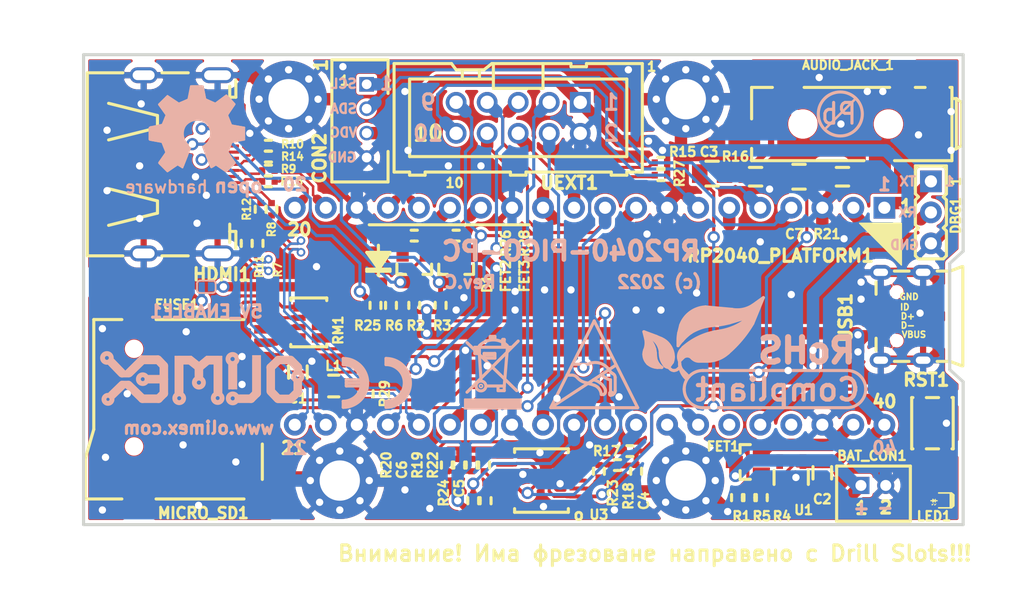
<source format=kicad_pcb>
(kicad_pcb (version 20171130) (host pcbnew 5.1.0-rc2-unknown-036be7d~80~ubuntu16.04.1)
  (title_block (title RP2040-PICO-PC) (date 2022-03-09) (rev C) (company "OLIMEX LTD, Bulgaria") (comment 1 "<c> 2022"))
  (layers (0 F.Cu signal) (31 B.Cu signal) (34 B.Paste user hide) (35 F.Paste user) (36 B.SilkS user) (37 F.SilkS user) (38 B.Mask user hide) (39 F.Mask user hide) (44 Edge.Cuts user))
  (net 0 "")
  (net 1 GND)
  (net 2 "Net-(FID1-PadFid1)")
  (net 3 "Net-(FID2-PadFid1)")
  (net 4 "Net-(FID3-PadFid1)")
  (net 5 +5V)
  (net 6 +BATT)
  (net 7 "Net-(R4-Pad1)")
  (net 8 "Net-(LED1-Pad1)")
  (net 9 +3V3)
  (net 10 /nRESET)
  (net 11 /VSYS)
  (net 12 "Net-(FUSE1-Pad2)")
  (net 13 /D2+)
  (net 14 /D2-)
  (net 15 /D1+)
  (net 16 /D1-)
  (net 17 /D0+)
  (net 18 /D0-)
  (net 19 /CK+)
  (net 20 /CK-)
  (net 21 "Net-(HDMI1-Pad14)")
  (net 22 "Net-(HDMI1-Pad19)")
  (net 23 /PICO_D2-)
  (net 24 /PICO_D1-)
  (net 25 /PICO_D0-)
  (net 26 /PICO_CK-)
  (net 27 /PICO_D2+)
  (net 28 /PICO_D1+)
  (net 29 /PICO_D0+)
  (net 30 /PICO_CK+)
  (net 31 "Net-(R1-Pad1)")
  (net 32 "Net-(USB1-Pad4)")
  (net 33 "Net-(USB1-Pad3)")
  (net 34 "Net-(USB1-Pad2)")
  (net 35 /PWM_AUDIO_L)
  (net 36 /PWM_AUDIO_R)
  (net 37 "Net-(R22-Pad2)")
  (net 38 "Net-(R23-Pad2)")
  (net 39 /UART1_TX)
  (net 40 /UART1_RX)
  (net 41 /I2C1_SCL)
  (net 42 /UART0_TX)
  (net 43 /UART0_RX)
  (net 44 "Net-(C3-Pad2)")
  (net 45 "Net-(C6-Pad2)")
  (net 46 "Net-(R18-Pad2)")
  (net 47 "Net-(R19-Pad2)")
  (net 48 "Net-(FID4-PadFid1)")
  (net 49 /I2C1_SDA)
  (net 50 /DVI_CEC)
  (net 51 "Net-(MICRO_SD1-Pad9)")
  (net 52 "Net-(MICRO_SD1-Pad8)")
  (net 53 /SPI0_MISO)
  (net 54 /SPI0_CLK)
  (net 55 /SPI0_MOSI)
  (net 56 /SPI0_CSn1)
  (net 57 "Net-(MICRO_SD1-Pad1)")
  (net 58 /I2C0_SCL)
  (net 59 /I2C0_SDA)
  (net 60 /PWM_R)
  (net 61 /SPI0_CSn0)
  (net 62 /PWM_L)
  (net 63 "Net-(AUDIO_JACK_1-Pad1)")
  (net 64 "Net-(AUDIO_JACK_1-Pad4)")
  (net 65 /I2C1A_SCL_33)
  (net 66 /I2C1A_SCL_5)
  (net 67 /I2C1A_SDA_33)
  (net 68 /I2C1A_SDA_5)
  (net 69 "Net-(HDMI1-Pad13)")
  (net 70 "Net-(C1-Pad2)")
  (net 71 "Net-(D1-Pad1)")
  (net 72 "Net-(RP2040_PLATFORM1-Pad37)")
  (net 73 "Net-(RP2040_PLATFORM1-Pad35)")
  (net 74 "Net-(5V_ENABLE1-Pad2)")
  (module OLIMEX_Transistors-FP:SOT23 (layer F.Cu) (at 172.974 134.366)
    (fp_text reference FET1 (at -2.032 -1.27 180) (layer F.SilkS) (effects (font (size 0.762 0.762) (thickness 0.1905))))
    (fp_text value WPM2015-3/TR)
    (pad 1 smd rect (at 1.10744 0.94996) (size 1.4 1) (layers F.Cu F.Paste F.Mask) (net 5 +5V) (clearance 0.0508))
    (pad 2 smd rect (at 1.10744 -0.9525) (size 1.4 1) (layers F.Cu F.Paste F.Mask) (net 11 /VSYS) (clearance 0.0508))
    (pad 3 smd rect (at -1.10236 0.00254) (size 1.4 1) (layers F.Cu F.Paste F.Mask) (net 6 +BATT) (clearance 0.0508))
  )
  (module OLIMEX_LOGOs-FP:CE_Sign (layer B.Cu) (at 141.605 127.889 180)
    (fp_text reference REF** hide)
    (fp_text value CE_Sign hide)
  )
  (module OLIMEX_Connectors-FP:TFC-WPAPR-08 (layer F.Cu) (at 126.365 130.048 180)
    (fp_text reference MICRO_SD1 (at -2.032 -8.509 180) (layer F.SilkS) (effects (font (size 0.889 0.889) (thickness 0.22225))))
    (fp_text value TFC-WPAPR-08-LF)
    (pad 1 smd rect (at -7 -2.25 90) (size 0.7 1.6) (layers F.Cu) (net 57 "Net-(MICRO_SD1-Pad1)") (clearance 0.0508))
    (pad 2 smd rect (at -7 -1.15 90) (size 0.7 1.6) (layers F.Cu) (net 56 /SPI0_CSn1) (clearance 0.0508))
    (pad 3 smd rect (at -7 -0.05 90) (size 0.7 1.6) (layers F.Cu) (net 55 /SPI0_MOSI) (clearance 0.0508))
    (pad 4 smd rect (at -7 1.05 90) (size 0.7 1.6) (layers F.Cu) (net 70 "Net-(C1-Pad2)") (clearance 0.0508))
    (pad 5 smd rect (at -7 2.15 90) (size 0.7 1.6) (layers F.Cu) (net 54 /SPI0_CLK) (clearance 0.0508))
    (pad 6 smd rect (at -7 3.25 90) (size 0.7 1.6) (layers F.Cu) (net 1 GND) (clearance 0.0508))
    (pad 7 smd rect (at -7 4.35 90) (size 0.7 1.6) (layers F.Cu) (net 53 /SPI0_MISO) (clearance 0.0508))
    (pad 8 smd rect (at -7 5.45 90) (size 0.7 1.6) (layers F.Cu) (net 52 "Net-(MICRO_SD1-Pad8)") (clearance 0.0508))
    (pad 9 smd rect (at -7 6.55 90) (size 0.7 1.6) (layers F.Cu) (net 51 "Net-(MICRO_SD1-Pad9)") (clearance 0.0508))
    (pad 10 smd rect (at -6.37 7.75 90) (size 1.2 1.4) (layers F.Cu F.Mask) (net 1 GND) (clearance 0.0508))
    (pad 11 smd rect (at -6.37 -6.85 90) (size 1.6 1.4) (layers F.Cu F.Mask) (net 1 GND) (clearance 0.0508))
    (pad 12 smd rect (at 3.23 7.75 90) (size 1.2 2.2) (layers F.Cu F.Mask) (net 1 GND) (clearance 0.0508))
    (pad 13 smd rect (at 3.23 -7.75 90) (size 1.2 2.2) (layers F.Cu F.Mask) (net 1 GND) (clearance 0.0508))
    (pad "" np_thru_hole circle (at 3.6322 -3.048 180) (size 1 1) (drill 1) (layers *.Cu *.Mask))
    (pad "" np_thru_hole circle (at 3.6322 4.953 180) (size 1 1) (drill 1) (layers *.Cu *.Mask))
  )
  (module OLIMEX_RLC-FP:R_0402_5MIL_DWS (layer F.Cu) (at 133.096 113.665 90)
    (fp_text reference R12 (at 0 -1.143 270) (layer F.SilkS) (effects (font (size 0.635 0.635) (thickness 0.15875))))
    (fp_text value "0402 270 OHM 5%")
    (pad 2 smd rect (at 0.508 0 90) (size 0.5 0.55) (layers F.Cu F.Paste F.Mask) (net 15 /D1+))
    (pad 1 smd rect (at -0.508 0 270) (size 0.5 0.55) (layers F.Cu F.Paste F.Mask) (net 28 /PICO_D1+))
  )
  (module OLIMEX_RLC-FP:R_0402_5MIL_DWS (layer F.Cu) (at 142.494 121.539 90)
    (fp_text reference R25 (at -1.651 -0.635) (layer F.SilkS) (effects (font (size 0.762 0.762) (thickness 0.1905))))
    (fp_text value "0402 270 OHM 5%")
    (pad 2 smd rect (at 0.508 0 90) (size 0.5 0.55) (layers F.Cu F.Paste F.Mask) (net 69 "Net-(HDMI1-Pad13)"))
    (pad 1 smd rect (at -0.508 0 270) (size 0.5 0.55) (layers F.Cu F.Paste F.Mask) (net 50 /DVI_CEC))
  )
  (module OLIMEX_Connectors-FP:BH10S (layer F.Cu) (at 154.178 106.172 180)
    (fp_text reference UEXT1 (at -4.191 -5.334 180) (layer F.SilkS) (effects (font (size 1.016 1.016) (thickness 0.254))))
    (fp_text value "BH10S (B-D-02x5-LF)")
    (fp_text user 10 (at 7.366 -1.27 180) (layer B.SilkS) (effects (font (size 1.27 1.27) (thickness 0.254)) (justify mirror)))
    (fp_text user 1 (at -7.62 1.27 180) (layer B.SilkS) (effects (font (size 1.27 1.27) (thickness 0.254)) (justify mirror)))
    (fp_text user 2 (at -7.62 -1.27 180) (layer B.SilkS) (effects (font (size 1.27 1.27) (thickness 0.254)) (justify mirror)))
    (fp_text user 10 (at 7.366 -1.27 180) (layer F.SilkS) (effects (font (size 1.27 1.27) (thickness 0.254))))
    (fp_text user 9 (at 7.366 1.27 180) (layer B.SilkS) (effects (font (size 1.27 1.27) (thickness 0.254)) (justify mirror)))
    (pad 10 thru_hole circle (at 5.08 -1.27 180) (size 1.7 1.7) (drill 1.1) (layers *.Cu *.Mask) (net 61 /SPI0_CSn0))
    (pad 9 thru_hole circle (at 5.08 1.27 180) (size 1.7 1.7) (drill 1.1) (layers *.Cu *.Mask) (net 54 /SPI0_CLK))
    (pad 8 thru_hole circle (at 2.54 -1.27 180) (size 1.7 1.7) (drill 1.1) (layers *.Cu *.Mask) (net 55 /SPI0_MOSI))
    (pad 7 thru_hole circle (at 2.54 1.27 180) (size 1.7 1.7) (drill 1.1) (layers *.Cu *.Mask) (net 53 /SPI0_MISO))
    (pad 6 thru_hole circle (at 0 -1.27 180) (size 1.7 1.7) (drill 1.1) (layers *.Cu *.Mask) (net 59 /I2C0_SDA))
    (pad 5 thru_hole circle (at 0 1.27 180) (size 1.7 1.7) (drill 1.1) (layers *.Cu *.Mask) (net 58 /I2C0_SCL))
    (pad 4 thru_hole circle (at -2.54 -1.27 180) (size 1.7 1.7) (drill 1.1) (layers *.Cu *.Mask) (net 40 /UART1_RX))
    (pad 3 thru_hole circle (at -2.54 1.27 180) (size 1.7 1.7) (drill 1.1) (layers *.Cu *.Mask) (net 39 /UART1_TX))
    (pad 2 thru_hole circle (at -5.08 -1.27 180) (size 1.7 1.7) (drill 1.1) (layers *.Cu *.Mask) (net 1 GND))
    (pad 1 thru_hole rect (at -5.08 1.27 180) (size 1.7 1.7) (drill 1.1) (layers *.Cu *.Mask) (net 9 +3V3))
  )
  (module OLIMEX_Transistors-FP:SOT23 (layer F.Cu) (at 145.669 118.364 90)
    (fp_text reference FET2 (at -0.762 7.493 270) (layer F.SilkS) (effects (font (size 0.762 0.762) (thickness 0.1905))))
    (fp_text value BSS138)
    (pad 1 smd rect (at 1.10744 0.94996 90) (size 1.4 1) (layers F.Cu F.Paste F.Mask) (net 9 +3V3) (clearance 0.0508))
    (pad 2 smd rect (at 1.10744 -0.9525 90) (size 1.4 1) (layers F.Cu F.Paste F.Mask) (net 65 /I2C1A_SCL_33) (clearance 0.0508))
    (pad 3 smd rect (at -1.10236 0.00254 90) (size 1.4 1) (layers F.Cu F.Paste F.Mask) (net 66 /I2C1A_SCL_5) (clearance 0.0508))
  )
  (module OLIMEX_LOGOs-FP:LOGO_ANTISTATIC_1 (layer B.Cu) (at 163.957 129.921 180)
    (fp_text reference Antistatic hide)
    (fp_text value Logo hide)
  )
  (module OLIMEX_RLC-FP:R_0402_5MIL_DWS (layer F.Cu) (at 150.368 134.62 90)
    (fp_text reference R19 (at 0 -4.445 90) (layer F.SilkS) (effects (font (size 0.762 0.762) (thickness 0.1905))))
    (fp_text value "0402 220 OHM 5%")
    (pad 2 smd rect (at 0.508 0 90) (size 0.5 0.55) (layers F.Cu F.Paste F.Mask) (net 47 "Net-(R19-Pad2)"))
    (pad 1 smd rect (at -0.508 0 270) (size 0.5 0.55) (layers F.Cu F.Paste F.Mask) (net 45 "Net-(C6-Pad2)"))
  )
  (module OLIMEX_RLC-FP:R_0402_5MIL_DWS (layer F.Cu) (at 151.384 134.62 270)
    (fp_text reference R22 (at 0 4.191 270) (layer F.SilkS) (effects (font (size 0.762 0.762) (thickness 0.1905))))
    (fp_text value NA/0402)
    (pad 2 smd rect (at 0.508 0 270) (size 0.5 0.55) (layers F.Cu F.Paste F.Mask) (net 37 "Net-(R22-Pad2)"))
    (pad 1 smd rect (at -0.508 0 90) (size 0.5 0.55) (layers F.Cu F.Paste F.Mask) (net 47 "Net-(R19-Pad2)"))
  )
  (module OLIMEX_Connectors-FP:CL0104PV1K0 (layer F.Cu) (at 141.224 106.426 90)
    (fp_text reference CON2 (at -3.048 -3.302 90) (layer F.SilkS) (effects (font (size 1.016 1.016) (thickness 0.254))))
    (fp_text value "CI0104P1VK0 (PH-4A)")
    (fp_text user VDC (at -0.9525 -1.3335) (layer B.SilkS) (effects (font (size 0.762 0.762) (thickness 0.1905)) (justify mirror)))
    (fp_text user GND (at -2.9845 -1.4605) (layer B.SilkS) (effects (font (size 0.762 0.762) (thickness 0.1905)) (justify mirror)))
    (fp_text user SDA (at 1 -1.3335) (layer B.SilkS) (effects (font (size 0.762 0.762) (thickness 0.1905)) (justify mirror)))
    (fp_text user SCL (at 3.048 -1.3335 180) (layer B.SilkS) (effects (font (size 0.762 0.762) (thickness 0.1905)) (justify mirror)))
    (fp_text user 1 (at 3.302 -1.27 180) (layer F.SilkS) (effects (font (size 0.762 0.762) (thickness 0.1905))))
    (fp_text user 1 (at 4.572 -3.175 90) (layer F.SilkS) (effects (font (thickness 0.25))))
    (pad 1 thru_hole rect (at 3 0.55 90) (size 1.2 1.2) (drill 0.8) (layers *.Cu *.Mask) (net 41 /I2C1_SCL))
    (pad 2 thru_hole circle (at 1 0.55 90) (size 1.2 1.2) (drill 0.8) (layers *.Cu *.Mask) (net 49 /I2C1_SDA))
    (pad 3 thru_hole circle (at -1 0.55 90) (size 1.2 1.2) (drill 0.8) (layers *.Cu *.Mask) (net 9 +3V3))
    (pad 4 thru_hole circle (at -3 0.55 90) (size 1.2 1.2) (drill 0.8) (layers *.Cu *.Mask) (net 1 GND))
  )
  (module OLIMEX_IC-FP:SOT-23-5 (layer F.Cu) (at 176.53 135.636 270)
    (fp_text reference U1 (at 2.667 -1.016 180) (layer F.SilkS) (effects (font (size 0.762 0.762) (thickness 0.1905))))
    (fp_text value BL4054B-42TPRN)
    (pad 1 smd rect (at 1.3 0.95 270) (size 1.2 0.55) (layers F.Cu F.Paste F.Mask) (net 7 "Net-(R4-Pad1)") (clearance 0.0508))
    (pad 2 smd rect (at 1.3 0 270) (size 1.2 0.55) (layers F.Cu F.Paste F.Mask) (net 1 GND) (clearance 0.0508))
    (pad 3 smd rect (at 1.3 -0.95 270) (size 1.2 0.55) (layers F.Cu F.Paste F.Mask) (net 6 +BATT) (clearance 0.0508))
    (pad 5 smd rect (at -1.3 0.95 270) (size 1.2 0.55) (layers F.Cu F.Paste F.Mask) (net 31 "Net-(R1-Pad1)") (clearance 0.0508))
    (pad 4 smd rect (at -1.3 -0.95 270) (size 1.2 0.55) (layers F.Cu F.Paste F.Mask) (net 5 +5V) (clearance 0.0508))
  )
  (module OLIMEX_Connectors-FP:HN1x3 (layer F.Cu) (at 187.96 113.919 270)
    (fp_text reference DBG1 (at 0.254 -2.032 90) (layer F.SilkS) (effects (font (size 0.762 0.762) (thickness 0.1905))))
    (fp_text value HN1x3)
    (fp_text user GND (at 2.667 2.159 180) (layer B.SilkS) (effects (font (size 0.762 0.762) (thickness 0.1905)) (justify mirror)))
    (fp_text user RX (at 0 1.905 180) (layer B.SilkS) (effects (font (size 0.762 0.762) (thickness 0.1905)) (justify mirror)))
    (fp_text user TX (at -2.54 1.905 180) (layer B.SilkS) (effects (font (size 0.762 0.762) (thickness 0.1905)) (justify mirror)))
    (fp_text user 1 (at -2.54 -1.524 180) (layer B.SilkS) (effects (font (size 0.762 0.762) (thickness 0.1905)) (justify mirror)))
    (pad 3 thru_hole circle (at 2.54 0 270) (size 1.778 1.778) (drill 1) (layers *.Cu *.Mask) (net 1 GND))
    (pad 2 thru_hole circle (at 0 0 270) (size 1.778 1.778) (drill 1) (layers *.Cu *.Mask) (net 43 /UART0_RX))
    (pad 1 thru_hole rect (at -2.54 0 270) (size 1.778 1.778) (drill 1) (layers *.Cu *.Mask) (net 42 /UART0_TX))
  )
  (module OLIMEX_RLC-FP:C_0805_5MIL_DWS (layer F.Cu) (at 177.165 110.998 180)
    (fp_text reference C7 (at 0.381 -4.699 180) (layer F.SilkS) (effects (font (size 0.762 0.762) (thickness 0.1905))))
    (fp_text value "0805 47 UF 6.3V 20% X5R")
    (pad 2 smd rect (at 1.016 0 270) (size 1.524 1.27) (layers F.Cu F.Paste F.Mask) (net 45 "Net-(C6-Pad2)"))
    (pad 1 smd rect (at -1.016 0 270) (size 1.524 1.27) (layers F.Cu F.Paste F.Mask) (net 36 /PWM_AUDIO_R))
  )
  (module OLIMEX_RLC-FP:C_0805_5MIL_DWS (layer F.Cu) (at 170.053 110.744 180)
    (fp_text reference C3 (at 0.254 1.778) (layer F.SilkS) (effects (font (size 0.762 0.762) (thickness 0.1905))))
    (fp_text value "0805 47 UF 6.3V 20% X5R")
    (pad 2 smd rect (at 1.016 0 270) (size 1.524 1.27) (layers F.Cu F.Paste F.Mask) (net 44 "Net-(C3-Pad2)"))
    (pad 1 smd rect (at -1.016 0 270) (size 1.524 1.27) (layers F.Cu F.Paste F.Mask) (net 35 /PWM_AUDIO_L))
  )
  (module OLIMEX_RLC-FP:R_0402_5MIL_DWS (layer F.Cu) (at 149.098 115.824)
    (fp_text reference R28 (at 5.588 0.635 90) (layer F.SilkS) (effects (font (size 0.762 0.762) (thickness 0.1905))))
    (fp_text value "0402 2.2 K 5%")
    (pad 2 smd rect (at 0.508 0) (size 0.5 0.55) (layers F.Cu F.Paste F.Mask) (net 9 +3V3))
    (pad 1 smd rect (at -0.508 0 180) (size 0.5 0.55) (layers F.Cu F.Paste F.Mask) (net 67 /I2C1A_SDA_33))
  )
  (module OLIMEX_RLC-FP:R_0402_5MIL_DWS (layer F.Cu) (at 145.669 115.824)
    (fp_text reference R26 (at 7.493 0.635 90) (layer F.SilkS) (effects (font (size 0.762 0.762) (thickness 0.1905))))
    (fp_text value "0402 2.2 K 5%")
    (pad 2 smd rect (at 0.508 0) (size 0.5 0.55) (layers F.Cu F.Paste F.Mask) (net 9 +3V3))
    (pad 1 smd rect (at -0.508 0 180) (size 0.5 0.55) (layers F.Cu F.Paste F.Mask) (net 65 /I2C1A_SCL_33))
  )
  (module OLIMEX_RLC-FP:R_0402_5MIL_DWS (layer F.Cu) (at 143.764 121.539 270)
    (fp_text reference R6 (at 1.651 -0.254) (layer F.SilkS) (effects (font (size 0.762 0.762) (thickness 0.1905))))
    (fp_text value "0402 27 K 5%")
    (pad 2 smd rect (at 0.508 0 270) (size 0.5 0.55) (layers F.Cu F.Paste F.Mask) (net 50 /DVI_CEC))
    (pad 1 smd rect (at -0.508 0 90) (size 0.5 0.55) (layers F.Cu F.Paste F.Mask) (net 71 "Net-(D1-Pad1)"))
  )
  (module OLIMEX_Transistors-FP:SOT23 (layer F.Cu) (at 149.098 118.364 90)
    (fp_text reference FET3 (at -0.762 5.588 270) (layer F.SilkS) (effects (font (size 0.762 0.762) (thickness 0.1905))))
    (fp_text value BSS138)
    (pad 1 smd rect (at 1.10744 0.94996 90) (size 1.4 1) (layers F.Cu F.Paste F.Mask) (net 9 +3V3) (clearance 0.0508))
    (pad 2 smd rect (at 1.10744 -0.9525 90) (size 1.4 1) (layers F.Cu F.Paste F.Mask) (net 67 /I2C1A_SDA_33) (clearance 0.0508))
    (pad 3 smd rect (at -1.10236 0.00254 90) (size 1.4 1) (layers F.Cu F.Paste F.Mask) (net 68 /I2C1A_SDA_5) (clearance 0.0508))
  )
  (module OLIMEX_Connectors-FP:PJ-W47S-05D2-LF_5PIN_V2 (layer F.Cu) (at 181.483 106.68 180)
    (fp_text reference AUDIO_JACK_1 (at 0.3048 4.826) (layer F.SilkS) (effects (font (size 0.7112 0.7112) (thickness 0.1778))))
    (fp_text value "3.5mm PJ-W47S-05D2-LF")
    (pad 1 smd rect (at -7 3.4 180) (size 1.4 2.6) (layers F.Cu F.Paste F.Mask) (net 63 "Net-(AUDIO_JACK_1-Pad1)") (clearance 0.0508))
    (pad 2 smd rect (at 5.2 3.4 180) (size 2 2.6) (layers F.Cu F.Paste F.Mask) (net 35 /PWM_AUDIO_L) (clearance 0.0508))
    (pad 3 smd rect (at -2.3 -3.5 180) (size 1.8 2.6) (layers F.Cu F.Paste F.Mask) (net 36 /PWM_AUDIO_R) (clearance 0.0508))
    (pad 4 smd rect (at 8.8 -0.8 180) (size 2.6 2) (layers F.Cu F.Paste F.Mask) (net 64 "Net-(AUDIO_JACK_1-Pad4)") (clearance 0.0508))
    (pad 5 smd rect (at -4.2 3.4 180) (size 1.4 2.6) (layers F.Cu F.Paste F.Mask) (net 1 GND) (clearance 0.0508))
    (pad "" np_thru_hole circle (at -3 0 180) (size 1.9 1.9) (drill 1.9) (layers *.Cu *.Mask))
    (pad "" np_thru_hole circle (at 4 0 180) (size 1.9 1.9) (drill 1.9) (layers *.Cu *.Mask))
  )
  (module OLIMEX_Jumpers-FP:SJ_1_SMALLER (layer B.Cu) (at 128.651 120.015 180)
    (fp_text reference 5V_ENABLE1 (at 0 -2.032) (layer B.SilkS) (effects (font (size 1.016 1.016) (thickness 0.254)) (justify mirror)))
    (fp_text value open hide)
    (pad 2 smd rect (at 0.381 0 180) (size 0.508 0.762) (layers B.Cu B.Mask) (net 74 "Net-(5V_ENABLE1-Pad2)") (clearance 0.0508))
    (pad 1 smd rect (at -0.381 0 180) (size 0.508 0.762) (layers B.Cu B.Mask) (net 5 +5V) (clearance 0.0508))
  )
  (module OLIMEX_RLC-FP:R_0402_5MIL_DWS (layer F.Cu) (at 147.828 121.539 90)
    (fp_text reference R3 (at -1.651 0.127 180) (layer F.SilkS) (effects (font (size 0.762 0.762) (thickness 0.1905))))
    (fp_text value "0402 2.2 K 5%")
    (pad 2 smd rect (at 0.508 0 90) (size 0.5 0.55) (layers F.Cu F.Paste F.Mask) (net 68 /I2C1A_SDA_5))
    (pad 1 smd rect (at -0.508 0 270) (size 0.5 0.55) (layers F.Cu F.Paste F.Mask) (net 5 +5V))
  )
  (module OLIMEX_RLC-FP:R_0402_5MIL_DWS (layer F.Cu) (at 145.669 121.539 90)
    (fp_text reference R2 (at -1.651 0.127 180) (layer F.SilkS) (effects (font (size 0.762 0.762) (thickness 0.1905))))
    (fp_text value "0402 2.2 K 5%")
    (pad 2 smd rect (at 0.508 0 90) (size 0.5 0.55) (layers F.Cu F.Paste F.Mask) (net 66 /I2C1A_SCL_5))
    (pad 1 smd rect (at -0.508 0 270) (size 0.5 0.55) (layers F.Cu F.Paste F.Mask) (net 5 +5V))
  )
  (module OLIMEX_Other-FP:Mounting_hole_Shield_3.3mm (layer F.Cu) (at 167.894 104.648)
    (fp_text reference MH3 hide)
    (fp_text value Mounting_hole_Shield_3.3mm hide)
    (pad GND1 thru_hole circle (at -2.413 0) (size 1.2 1.2) (drill 0.6) (layers *.Cu *.Mask) (net 1 GND))
    (pad GND1 thru_hole circle (at 2.413 0) (size 1.2 1.2) (drill 0.6) (layers *.Cu *.Mask) (net 1 GND))
    (pad GND1 thru_hole circle (at 1.651 1.651) (size 1.2 1.2) (drill 0.6) (layers *.Cu *.Mask) (net 1 GND))
    (pad GND1 thru_hole circle (at -1.651 1.778) (size 1.2 1.2) (drill 0.6) (layers *.Cu *.Mask) (net 1 GND))
    (pad GND1 thru_hole circle (at 1.651 -1.651) (size 1.2 1.2) (drill 0.6) (layers *.Cu *.Mask) (net 1 GND))
    (pad GND1 thru_hole circle (at -1.651 -1.651) (size 1.2 1.2) (drill 0.6) (layers *.Cu *.Mask) (net 1 GND))
    (pad GND1 thru_hole circle (at 0 2.413) (size 1.2 1.2) (drill 0.6) (layers *.Cu *.Mask) (net 1 GND))
    (pad GND1 thru_hole circle (at 0 -2.413) (size 1.2 1.2) (drill 0.6) (layers *.Cu *.Mask) (net 1 GND))
    (pad GND1 thru_hole circle (at 0 0) (size 6.3 6.3) (drill 3.3) (layers *.Cu *.Mask) (net 1 GND))
  )
  (module OLIMEX_Other-FP:Fiducial1x3 (layer F.Cu) (at 135.128 137.922)
    (fp_text reference FID4 hide)
    (fp_text value Fiducial hide)
    (pad Fid1 connect circle (at 0 0) (size 1 1) (layers F.Cu F.Mask) (net 48 "Net-(FID4-PadFid1)") (clearance 1.016))
  )
  (module OLIMEX_Connectors-FP:LIPO_BAT_VERTICAL_DW02S (layer F.Cu) (at 183.261 139.827)
    (fp_text reference BAT_CON1 (at -0.127 -5.969) (layer F.SilkS) (effects (font (size 0.762 0.762) (thickness 0.1905))))
    (fp_text value DW02S)
    (fp_text user 1 (at -0.98298 -1.67894) (layer F.SilkS) (effects (font (size 1.016 1.016) (thickness 0.254))))
    (fp_text user 2 (at 1.02108 -1.72974 180) (layer F.SilkS) (effects (font (size 1.016 1.016) (thickness 0.254))))
    (fp_text user + (at -0.98552 -1.68148) (layer B.SilkS) (effects (font (size 1.016 1.016) (thickness 0.254)) (justify mirror)))
    (fp_text user - (at 0.9652 -1.72974 180) (layer B.SilkS) (effects (font (size 1.016 1.016) (thickness 0.254)) (justify mirror)))
    (pad 2 thru_hole circle (at 1.00076 -3.53822) (size 1.4 1.4) (drill 0.9) (layers *.Cu *.Mask) (net 1 GND))
    (pad 1 thru_hole rect (at -1.0287 -3.53568) (size 1.4 1.4) (drill 0.9) (layers *.Cu *.Mask) (net 6 +BATT))
  )
  (module OLIMEX_LOGOs-FP:OLIMEX_LOGO_TB (layer B.Cu) (at 128.143 127.508 180)
    (fp_text reference OLIMEX_LOGO hide)
    (fp_text value Logo hide)
  )
  (module OLIMEX_LOGOs-FP:LOGO_ROHS_1 (layer B.Cu) (at 181.61 129.286 180)
    (fp_text reference RoHS_Complaint hide)
    (fp_text value Logo hide)
    (fp_text user Compliant (at 6.20014 0.8382) (layer B.SilkS) (effects (font (size 1.778 1.778) (thickness 0.35)) (justify mirror)))
    (fp_text user RoHS (at 3.81508 4.04368) (layer B.SilkS) (effects (font (size 2 2) (thickness 0.5)) (justify mirror)))
  )
  (module OLIMEX_LOGOs-FP:LOGO_RECYCLEBIN_1 (layer B.Cu) (at 154.432 130.048 180)
    (fp_text reference Recycle_bin hide)
    (fp_text value logo hide)
  )
  (module OLIMEX_LOGOs-FP:LOGO_PBFREE (layer B.Cu) (at 180.34 106.172 180)
    (fp_text reference PB_FREE)
    (fp_text value Logo)
    (fp_text user Pb (at -0.08636 0.33528) (layer B.SilkS) (effects (font (size 1.7 1.5) (thickness 0.254)) (justify mirror)))
  )
  (module OLIMEX_LOGOs-FP:LOGO_OPENHARDWARE_8x8 (layer B.Cu) (at 127.889 107.569 180)
    (fp_text reference Open_Hardware hide)
    (fp_text value Logo hide)
    (fp_text user open (at -3.40106 -4.17576) (layer B.SilkS) (effects (font (size 1.1 1.1) (thickness 0.254)) (justify mirror)))
    (fp_text user hardware (at 2.51206 -4.2672) (layer B.SilkS) (effects (font (thickness 0.18)) (justify mirror)))
  )
  (module OLIMEX_RLC-FP:R_0402_5MIL_DWS (layer F.Cu) (at 132.842 116.459 90)
    (fp_text reference R7 (at -2.159 1.651 270) (layer F.SilkS) (effects (font (size 0.635 0.635) (thickness 0.15875))))
    (fp_text value "0402 270 OHM 5%")
    (pad 2 smd rect (at 0.508 0 90) (size 0.5 0.55) (layers F.Cu F.Paste F.Mask) (net 14 /D2-))
    (pad 1 smd rect (at -0.508 0 270) (size 0.5 0.55) (layers F.Cu F.Paste F.Mask) (net 23 /PICO_D2-))
  )
  (module OLIMEX_RLC-FP:R_0402_5MIL_DWS (layer F.Cu) (at 133.731 111.379 180)
    (fp_text reference R13 (at -1.905 0) (layer F.SilkS) (effects (font (size 0.635 0.635) (thickness 0.15875))))
    (fp_text value "0402 270 OHM 5%")
    (pad 2 smd rect (at 0.508 0 180) (size 0.5 0.55) (layers F.Cu F.Paste F.Mask) (net 17 /D0+))
    (pad 1 smd rect (at -0.508 0) (size 0.5 0.55) (layers F.Cu F.Paste F.Mask) (net 29 /PICO_D0+))
  )
  (module OLIMEX_RLC-FP:R_0402_5MIL_DWS (layer F.Cu) (at 133.731 108.458 180)
    (fp_text reference R10 (at -1.9685 0.127) (layer F.SilkS) (effects (font (size 0.635 0.635) (thickness 0.15875))))
    (fp_text value "0402 270 OHM 5%")
    (pad 2 smd rect (at 0.508 0 180) (size 0.5 0.55) (layers F.Cu F.Paste F.Mask) (net 20 /CK-))
    (pad 1 smd rect (at -0.508 0) (size 0.5 0.55) (layers F.Cu F.Paste F.Mask) (net 26 /PICO_CK-))
  )
  (module OLIMEX_RLC-FP:R_0402_5MIL_DWS (layer F.Cu) (at 131.953 116.459 90)
    (fp_text reference R11 (at -1.905 1.016 270) (layer F.SilkS) (effects (font (size 0.635 0.635) (thickness 0.15875))))
    (fp_text value "0402 270 OHM 5%")
    (pad 2 smd rect (at 0.508 0 90) (size 0.5 0.55) (layers F.Cu F.Paste F.Mask) (net 13 /D2+))
    (pad 1 smd rect (at -0.508 0 270) (size 0.5 0.55) (layers F.Cu F.Paste F.Mask) (net 27 /PICO_D2+))
  )
  (module OLIMEX_RLC-FP:R_0402_5MIL_DWS (layer F.Cu) (at 133.731 110.49 180)
    (fp_text reference R9 (at -1.651 0.127 180) (layer F.SilkS) (effects (font (size 0.635 0.635) (thickness 0.15875))))
    (fp_text value "0402 270 OHM 5%")
    (pad 2 smd rect (at 0.508 0 180) (size 0.5 0.55) (layers F.Cu F.Paste F.Mask) (net 18 /D0-))
    (pad 1 smd rect (at -0.508 0) (size 0.5 0.55) (layers F.Cu F.Paste F.Mask) (net 25 /PICO_D0-))
  )
  (module OLIMEX_RLC-FP:R_0402_5MIL_DWS (layer F.Cu) (at 133.985 113.665 90)
    (fp_text reference R8 (at -1.651 0 90) (layer F.SilkS) (effects (font (size 0.635 0.635) (thickness 0.15875))))
    (fp_text value "0402 270 OHM 5%")
    (pad 2 smd rect (at 0.508 0 90) (size 0.5 0.55) (layers F.Cu F.Paste F.Mask) (net 16 /D1-))
    (pad 1 smd rect (at -0.508 0 270) (size 0.5 0.55) (layers F.Cu F.Paste F.Mask) (net 24 /PICO_D1-))
  )
  (module OLIMEX_RLC-FP:R_0402_5MIL_DWS (layer F.Cu) (at 133.731 109.347 180)
    (fp_text reference R14 (at -1.9685 0) (layer F.SilkS) (effects (font (size 0.635 0.635) (thickness 0.15875))))
    (fp_text value "0402 270 OHM 5%")
    (pad 2 smd rect (at 0.508 0 180) (size 0.5 0.55) (layers F.Cu F.Paste F.Mask) (net 19 /CK+))
    (pad 1 smd rect (at -0.508 0) (size 0.5 0.55) (layers F.Cu F.Paste F.Mask) (net 30 /PICO_CK+))
  )
  (module OLIMEX_Other-FP:Fiducial1x3 (layer F.Cu) (at 172.085 102.489)
    (fp_text reference FID1 hide)
    (fp_text value Fiducial hide)
    (pad Fid1 connect circle (at 0 0) (size 1 1) (layers F.Cu F.Mask) (net 2 "Net-(FID1-PadFid1)") (clearance 1.016))
  )
  (module OLIMEX_Other-FP:Fiducial1x3 (layer F.Cu) (at 188.087 135.255)
    (fp_text reference FID2 hide)
    (fp_text value Fiducial hide)
    (pad Fid1 connect circle (at 0 0) (size 1 1) (layers F.Cu F.Mask) (net 3 "Net-(FID2-PadFid1)") (clearance 1.016))
  )
  (module OLIMEX_Other-FP:Fiducial1x3 (layer F.Cu) (at 120.142 119.634)
    (fp_text reference FID3 hide)
    (fp_text value Fiducial hide)
    (pad Fid1 connect circle (at 0 0) (size 1 1) (layers F.Cu F.Mask) (net 4 "Net-(FID3-PadFid1)") (clearance 1.016))
  )
  (module OLIMEX_RLC-FP:C_0603_5MIL_DWS (layer F.Cu) (at 136.144 127 270)
    (fp_text reference C1 (at 2.159 0 180) (layer F.SilkS) (effects (font (size 0.762 0.762) (thickness 0.1905))))
    (fp_text value "0603 10 UF 6.3V")
    (pad 2 smd rect (at 0.889 0 270) (size 1.016 1.016) (layers F.Cu F.Paste F.Mask) (net 70 "Net-(C1-Pad2)") (clearance 0.0508))
    (pad 1 smd rect (at -0.889 0 270) (size 1.016 1.016) (layers F.Cu F.Paste F.Mask) (net 1 GND) (clearance 0.0508))
  )
  (module OLIMEX_Devices-FP:FUSE-1206 (layer F.Cu) (at 125.095 119.888 180)
    (fp_text reference FUSE1 (at -1.143 -1.5875) (layer F.SilkS) (effects (font (size 0.762 0.762) (thickness 0.1905))))
    (fp_text value "FSMD035-1206 (NANOSMDC035F-2)")
    (pad 2 smd rect (at 1.4 0 180) (size 1.6 1.8) (layers F.Cu F.Paste F.Mask) (net 12 "Net-(FUSE1-Pad2)"))
    (pad 1 smd rect (at -1.4 0 180) (size 1.6 1.8) (layers F.Cu F.Paste F.Mask) (net 74 "Net-(5V_ENABLE1-Pad2)"))
  )
  (module OLIMEX_RLC-FP:C_0603_5MIL_DWS (layer F.Cu) (at 179.07 135.255 90)
    (fp_text reference C2 (at -2.159 0) (layer F.SilkS) (effects (font (size 0.762 0.762) (thickness 0.1905))))
    (fp_text value "0603 1 UF 10V 10% X5R")
    (pad 2 smd rect (at 0.889 0 90) (size 1.016 1.016) (layers F.Cu F.Paste F.Mask) (net 5 +5V) (clearance 0.0508))
    (pad 1 smd rect (at -0.889 0 90) (size 1.016 1.016) (layers F.Cu F.Paste F.Mask) (net 1 GND) (clearance 0.0508))
  )
  (module OLIMEX_LEDs-FP:LED_0603_KA (layer F.Cu) (at 188.214 137.541 180)
    (fp_text reference LED1 (at 0 -1.27 180) (layer F.SilkS) (effects (font (size 0.762 0.762) (thickness 0.1905))))
    (fp_text value "LED 0603 RED 300 mCd")
    (pad 1 smd rect (at -0.762 0) (size 0.8 0.8) (layers F.Cu F.Paste F.Mask) (net 8 "Net-(LED1-Pad1)"))
    (pad 2 smd rect (at 0.762 0) (size 0.8 0.8) (layers F.Cu F.Paste F.Mask) (net 5 +5V))
  )
  (module OLIMEX_RLC-FP:R_0402_5MIL_DWS (layer F.Cu) (at 172.085 137.287 270)
    (fp_text reference R1 (at 1.524 -0.381 180) (layer F.SilkS) (effects (font (size 0.762 0.762) (thickness 0.1905))))
    (fp_text value "0402 1.5 K 5%")
    (pad 2 smd rect (at 0.508 0 270) (size 0.5 0.55) (layers F.Cu F.Paste F.Mask) (net 1 GND))
    (pad 1 smd rect (at -0.508 0 90) (size 0.5 0.55) (layers F.Cu F.Paste F.Mask) (net 31 "Net-(R1-Pad1)"))
  )
  (module OLIMEX_RLC-FP:R_0402_5MIL_DWS (layer F.Cu) (at 174.117 137.287 270)
    (fp_text reference R4 (at 1.524 -1.651 180) (layer F.SilkS) (effects (font (size 0.762 0.762) (thickness 0.1905))))
    (fp_text value "0402 2 K 5%")
    (pad 2 smd rect (at 0.508 0 270) (size 0.5 0.55) (layers F.Cu F.Paste F.Mask) (net 8 "Net-(LED1-Pad1)"))
    (pad 1 smd rect (at -0.508 0 90) (size 0.5 0.55) (layers F.Cu F.Paste F.Mask) (net 7 "Net-(R4-Pad1)"))
  )
  (module OLIMEX_RLC-FP:R_0402_5MIL_DWS (layer F.Cu) (at 173.101 137.287 90)
    (fp_text reference R5 (at -1.524 1.016 180) (layer F.SilkS) (effects (font (size 0.762 0.762) (thickness 0.1905))))
    (fp_text value "0402 100 K 5%")
    (pad 2 smd rect (at 0.508 0 90) (size 0.5 0.55) (layers F.Cu F.Paste F.Mask) (net 5 +5V))
    (pad 1 smd rect (at -0.508 0 270) (size 0.5 0.55) (layers F.Cu F.Paste F.Mask) (net 1 GND))
  )
  (module OLIMEX_Connectors-FP:USB-MICRO_MISB-SWMM-5B_LF (layer F.Cu) (at 187.071 122.428)
    (fp_text reference USB1 (at -6.096 0.127 270) (layer F.SilkS) (effects (font (size 1.016 1.016) (thickness 0.254))))
    (fp_text value MISB-SWMM-5B-LF)
    (fp_text user VBUS (at -0.5 1.5) (layer F.SilkS) (effects (font (size 0.508 0.508) (thickness 0.127))))
    (fp_text user D- (at -1 0.75) (layer F.SilkS) (effects (font (size 0.508 0.508) (thickness 0.127))))
    (fp_text user D+ (at -1 0) (layer F.SilkS) (effects (font (size 0.508 0.508) (thickness 0.127))))
    (fp_text user ID (at -1.25 -0.75) (layer F.SilkS) (effects (font (size 0.508 0.508) (thickness 0.127))))
    (fp_text user GND (at -0.9 -1.6) (layer F.SilkS) (effects (font (size 0.508 0.508) (thickness 0.127))))
    (fp_text user "Внимание! Има фрезоване направено с Drill Slots!!!" (at -21.717 19.431 180) (layer F.SilkS) (effects (font (size 1.27 1.27) (thickness 0.254))))
    (pad 1 smd rect (at -3.15 1.3875 90) (size 0.5 1.65) (layers F.Cu F.Paste F.Mask) (net 5 +5V))
    (pad 2 smd rect (at -3.15 0.65 90) (size 0.325 1.65) (layers F.Cu F.Paste F.Mask) (net 34 "Net-(USB1-Pad2)"))
    (pad 3 smd rect (at -3.15 0 90) (size 0.325 1.65) (layers F.Cu F.Paste F.Mask) (net 33 "Net-(USB1-Pad3)"))
    (pad 4 smd rect (at -3.15 -0.65 90) (size 0.325 1.65) (layers F.Cu F.Paste F.Mask) (net 32 "Net-(USB1-Pad4)"))
    (pad 5 smd rect (at -3.15 -1.3875 90) (size 0.5 1.65) (layers F.Cu F.Paste F.Mask) (net 1 GND))
    (pad "" np_thru_hole circle (at -1.9 2 90) (size 0.6 0.6) (drill 0.6) (layers *.Cu *.Mask))
    (pad "" np_thru_hole circle (at -1.9 -2 90) (size 0.6 0.6) (drill 0.6) (layers *.Cu *.Mask))
    (pad 0 smd rect (at 1.4 1.5 90) (size 1.1 1) (layers F.Cu F.Paste F.Mask) (net 1 GND))
    (pad 0 smd rect (at 1.4 -1.5 90) (size 1.1 1) (layers F.Cu F.Paste F.Mask) (net 1 GND))
    (pad 0 thru_hole oval (at 0.25 3.6 90) (size 1.2 1.8) (drill oval 0.6 1.2) (layers *.Cu *.Mask) (net 1 GND))
    (pad 0 thru_hole oval (at -3.22 3.6 90) (size 1.2 1.8) (drill oval 0.6 1.2) (layers *.Cu *.Mask) (net 1 GND))
    (pad 0 thru_hole oval (at -3.22 -3.6 90) (size 1.2 1.8) (drill oval 0.6 1.2) (layers *.Cu *.Mask) (net 1 GND))
    (pad 0 thru_hole oval (at 0.25 -3.6 90) (size 1.2 1.8) (drill oval 0.6 1.2) (layers *.Cu *.Mask) (net 1 GND))
  )
  (module OLIMEX_RLC-FP:C_0402_5MIL_DWS (layer F.Cu) (at 163.83 135.128 90)
    (fp_text reference C4 (at -2.413 0.635 90) (layer F.SilkS) (effects (font (size 0.762 0.762) (thickness 0.1905))))
    (fp_text value "0402 100 NF 10V 20% X5R")
    (pad 2 smd rect (at 0.508 0 90) (size 0.5 0.55) (layers F.Cu F.Paste F.Mask) (net 44 "Net-(C3-Pad2)"))
    (pad 1 smd rect (at -0.508 0 270) (size 0.5 0.55) (layers F.Cu F.Paste F.Mask) (net 1 GND))
  )
  (module OLIMEX_RLC-FP:C_0402_5MIL_DWS (layer F.Cu) (at 151.511 137.541 90)
    (fp_text reference C5 (at 1.016 -2.159 90) (layer F.SilkS) (effects (font (size 0.762 0.762) (thickness 0.1905))))
    (fp_text value "0402 100 NF 10V 20% X5R")
    (pad 2 smd rect (at 0.508 0 90) (size 0.5 0.55) (layers F.Cu F.Paste F.Mask) (net 1 GND))
    (pad 1 smd rect (at -0.508 0 270) (size 0.5 0.55) (layers F.Cu F.Paste F.Mask) (net 9 +3V3))
  )
  (module OLIMEX_RLC-FP:C_0402_5MIL_DWS (layer F.Cu) (at 149.352 134.62 270)
    (fp_text reference C6 (at 0.381 4.699 90) (layer F.SilkS) (effects (font (size 0.762 0.762) (thickness 0.1905))))
    (fp_text value "0402 100 NF 10V 20% X5R")
    (pad 2 smd rect (at 0.508 0 270) (size 0.5 0.55) (layers F.Cu F.Paste F.Mask) (net 45 "Net-(C6-Pad2)"))
    (pad 1 smd rect (at -0.508 0 90) (size 0.5 0.55) (layers F.Cu F.Paste F.Mask) (net 1 GND))
  )
  (module OLIMEX_RLC-FP:R_0603_5MIL_DWS (layer F.Cu) (at 173.609 110.998 180)
    (fp_text reference R16 (at 1.651 1.651 180) (layer F.SilkS) (effects (font (size 0.762 0.762) (thickness 0.1905))))
    (fp_text value "0603 1.8 K 5%")
    (pad 2 smd rect (at 0.889 0 180) (size 1.016 1.016) (layers F.Cu F.Paste F.Mask) (net 35 /PWM_AUDIO_L))
    (pad 1 smd rect (at -0.889 0 180) (size 1.016 1.016) (layers F.Cu F.Paste F.Mask) (net 1 GND))
  )
  (module OLIMEX_RLC-FP:R_0402_5MIL_DWS (layer F.Cu) (at 163.322 133.477)
    (fp_text reference R17 (at -1.905 0) (layer F.SilkS) (effects (font (size 0.762 0.762) (thickness 0.1905))))
    (fp_text value "0402 100 OHM 5%")
    (pad 2 smd rect (at 0.508 0) (size 0.5 0.55) (layers F.Cu F.Paste F.Mask) (net 44 "Net-(C3-Pad2)"))
    (pad 1 smd rect (at -0.508 0 180) (size 0.5 0.55) (layers F.Cu F.Paste F.Mask) (net 1 GND))
  )
  (module OLIMEX_RLC-FP:R_0402_5MIL_DWS (layer F.Cu) (at 162.306 134.62 180)
    (fp_text reference R18 (at -0.889 -2.54 90) (layer F.SilkS) (effects (font (size 0.762 0.762) (thickness 0.1905))))
    (fp_text value "0402 220 OHM 5%")
    (pad 2 smd rect (at 0.508 0 180) (size 0.5 0.55) (layers F.Cu F.Paste F.Mask) (net 46 "Net-(R18-Pad2)"))
    (pad 1 smd rect (at -0.508 0) (size 0.5 0.55) (layers F.Cu F.Paste F.Mask) (net 44 "Net-(C3-Pad2)"))
  )
  (module OLIMEX_RLC-FP:R_0402_5MIL_DWS (layer F.Cu) (at 148.336 134.62 270)
    (fp_text reference R20 (at 0 4.953 90) (layer F.SilkS) (effects (font (size 0.762 0.762) (thickness 0.1905))))
    (fp_text value "0402 100 OHM 5%")
    (pad 2 smd rect (at 0.508 0 270) (size 0.5 0.55) (layers F.Cu F.Paste F.Mask) (net 45 "Net-(C6-Pad2)"))
    (pad 1 smd rect (at -0.508 0 90) (size 0.5 0.55) (layers F.Cu F.Paste F.Mask) (net 1 GND))
  )
  (module OLIMEX_RLC-FP:R_0603_5MIL_DWS (layer F.Cu) (at 180.721 110.998)
    (fp_text reference R21 (at -1.27 4.699 180) (layer F.SilkS) (effects (font (size 0.762 0.762) (thickness 0.1905))))
    (fp_text value "0603 1.8 K 5%")
    (pad 2 smd rect (at 0.889 0) (size 1.016 1.016) (layers F.Cu F.Paste F.Mask) (net 36 /PWM_AUDIO_R))
    (pad 1 smd rect (at -0.889 0) (size 1.016 1.016) (layers F.Cu F.Paste F.Mask) (net 1 GND))
  )
  (module OLIMEX_RLC-FP:R_0402_5MIL_DWS (layer F.Cu) (at 160.782 135.128 270)
    (fp_text reference R23 (at 1.778 -1.143 90) (layer F.SilkS) (effects (font (size 0.762 0.762) (thickness 0.1905))))
    (fp_text value NA/0402)
    (pad 2 smd rect (at 0.508 0 270) (size 0.5 0.55) (layers F.Cu F.Paste F.Mask) (net 38 "Net-(R23-Pad2)"))
    (pad 1 smd rect (at -0.508 0 90) (size 0.5 0.55) (layers F.Cu F.Paste F.Mask) (net 46 "Net-(R18-Pad2)"))
  )
  (module OLIMEX_RLC-FP:R_0402_5MIL_DWS (layer F.Cu) (at 150.495 137.541 90)
    (fp_text reference R24 (at 0.635 -2.413 270) (layer F.SilkS) (effects (font (size 0.762 0.762) (thickness 0.1905))))
    (fp_text value "0402 10 K 5%")
    (pad 2 smd rect (at 0.508 0 90) (size 0.5 0.55) (layers F.Cu F.Paste F.Mask) (net 10 /nRESET))
    (pad 1 smd rect (at -0.508 0 270) (size 0.5 0.55) (layers F.Cu F.Paste F.Mask) (net 9 +3V3))
  )
  (module OLIMEX_RLC-FP:R_0402_5MIL_DWS (layer F.Cu) (at 165.862 109.855 180)
    (fp_text reference R15 (at -1.778 0.889 180) (layer F.SilkS) (effects (font (size 0.762 0.762) (thickness 0.1905))))
    (fp_text value "0402 2.2 K 5%")
    (pad 2 smd rect (at 0.508 0 180) (size 0.5 0.55) (layers F.Cu F.Paste F.Mask) (net 59 /I2C0_SDA))
    (pad 1 smd rect (at -0.508 0) (size 0.5 0.55) (layers F.Cu F.Paste F.Mask) (net 9 +3V3))
  )
  (module OLIMEX_RLC-FP:R_0402_5MIL_DWS (layer F.Cu) (at 165.862 110.871)
    (fp_text reference R27 (at 1.524 -0.127 90) (layer F.SilkS) (effects (font (size 0.762 0.762) (thickness 0.1905))))
    (fp_text value "0402 2.2 K 5%")
    (pad 2 smd rect (at 0.508 0) (size 0.5 0.55) (layers F.Cu F.Paste F.Mask) (net 9 +3V3))
    (pad 1 smd rect (at -0.508 0 180) (size 0.5 0.55) (layers F.Cu F.Paste F.Mask) (net 58 /I2C0_SCL))
  )
  (module "OLIMEX_IC-FP:74LVC125A(TSSOP14-14_leads-4.4mm_body_width-SOT402-1)" (layer F.Cu) (at 156.083 135.89 180)
    (fp_text reference U3 (at -4.699 -2.794) (layer F.SilkS) (effects (font (size 0.762 0.762) (thickness 0.1905))))
    (fp_text value 74LVC125APW)
    (fp_text user o (at -3.048 -2.794 180) (layer F.SilkS) (effects (font (size 0.889 0.889) (thickness 0.22225))))
    (pad 14 smd rect (at 3 -1.95 180) (size 1.4 0.325) (layers F.Cu F.Paste F.Mask) (net 9 +3V3))
    (pad 13 smd rect (at 3 -1.3 180) (size 1.4 0.325) (layers F.Cu F.Paste F.Mask) (net 1 GND))
    (pad 12 smd rect (at 3 -0.65 180) (size 1.4 0.325) (layers F.Cu F.Paste F.Mask) (net 60 /PWM_R))
    (pad 11 smd rect (at 3 0 180) (size 1.4 0.325) (layers F.Cu F.Paste F.Mask) (net 37 "Net-(R22-Pad2)"))
    (pad 10 smd rect (at 3 0.65 180) (size 1.4 0.325) (layers F.Cu F.Paste F.Mask) (net 1 GND))
    (pad 9 smd rect (at 3 1.3 180) (size 1.4 0.325) (layers F.Cu F.Paste F.Mask) (net 60 /PWM_R))
    (pad 8 smd rect (at 3 1.95 180) (size 1.4 0.325) (layers F.Cu F.Paste F.Mask) (net 47 "Net-(R19-Pad2)"))
    (pad 7 smd rect (at -3 1.95 180) (size 1.4 0.325) (layers F.Cu F.Paste F.Mask) (net 1 GND))
    (pad 6 smd rect (at -3 1.3 180) (size 1.4 0.325) (layers F.Cu F.Paste F.Mask) (net 46 "Net-(R18-Pad2)"))
    (pad 5 smd rect (at -3 0.65 180) (size 1.4 0.325) (layers F.Cu F.Paste F.Mask) (net 62 /PWM_L))
    (pad 4 smd rect (at -3 0 180) (size 1.4 0.325) (layers F.Cu F.Paste F.Mask) (net 1 GND))
    (pad 3 smd rect (at -3 -0.65 180) (size 1.4 0.325) (layers F.Cu F.Paste F.Mask) (net 38 "Net-(R23-Pad2)"))
    (pad 2 smd rect (at -3 -1.3 180) (size 1.4 0.325) (layers F.Cu F.Paste F.Mask) (net 62 /PWM_L))
    (pad 1 smd rect (at -3 -2 180) (size 1.4 0.325) (layers F.Cu F.Paste F.Mask) (net 1 GND))
  )
  (module OLIMEX_Other-FP:Mounting_hole_Shield_3.3mm (layer F.Cu) (at 135.382 104.648)
    (fp_text reference MH1 hide)
    (fp_text value Mounting_hole_Shield_3.3mm hide)
    (pad GND1 thru_hole circle (at -2.413 0) (size 1.2 1.2) (drill 0.6) (layers *.Cu *.Mask) (net 1 GND))
    (pad GND1 thru_hole circle (at 2.413 0) (size 1.2 1.2) (drill 0.6) (layers *.Cu *.Mask) (net 1 GND))
    (pad GND1 thru_hole circle (at 1.651 1.651) (size 1.2 1.2) (drill 0.6) (layers *.Cu *.Mask) (net 1 GND))
    (pad GND1 thru_hole circle (at -1.651 1.778) (size 1.2 1.2) (drill 0.6) (layers *.Cu *.Mask) (net 1 GND))
    (pad GND1 thru_hole circle (at 1.651 -1.651) (size 1.2 1.2) (drill 0.6) (layers *.Cu *.Mask) (net 1 GND))
    (pad GND1 thru_hole circle (at -1.651 -1.651) (size 1.2 1.2) (drill 0.6) (layers *.Cu *.Mask) (net 1 GND))
    (pad GND1 thru_hole circle (at 0 2.413) (size 1.2 1.2) (drill 0.6) (layers *.Cu *.Mask) (net 1 GND))
    (pad GND1 thru_hole circle (at 0 -2.413) (size 1.2 1.2) (drill 0.6) (layers *.Cu *.Mask) (net 1 GND))
    (pad GND1 thru_hole circle (at 0 0) (size 6.3 6.3) (drill 3.3) (layers *.Cu *.Mask) (net 1 GND))
  )
  (module OLIMEX_Other-FP:Mounting_hole_Shield_3.3mm (layer F.Cu) (at 139.573 135.89)
    (fp_text reference MH2 hide)
    (fp_text value Mounting_hole_Shield_3.3mm hide)
    (pad GND1 thru_hole circle (at -2.413 0) (size 1.2 1.2) (drill 0.6) (layers *.Cu *.Mask) (net 1 GND))
    (pad GND1 thru_hole circle (at 2.413 0) (size 1.2 1.2) (drill 0.6) (layers *.Cu *.Mask) (net 1 GND))
    (pad GND1 thru_hole circle (at 1.651 1.651) (size 1.2 1.2) (drill 0.6) (layers *.Cu *.Mask) (net 1 GND))
    (pad GND1 thru_hole circle (at -1.651 1.778) (size 1.2 1.2) (drill 0.6) (layers *.Cu *.Mask) (net 1 GND))
    (pad GND1 thru_hole circle (at 1.651 -1.651) (size 1.2 1.2) (drill 0.6) (layers *.Cu *.Mask) (net 1 GND))
    (pad GND1 thru_hole circle (at -1.651 -1.651) (size 1.2 1.2) (drill 0.6) (layers *.Cu *.Mask) (net 1 GND))
    (pad GND1 thru_hole circle (at 0 2.413) (size 1.2 1.2) (drill 0.6) (layers *.Cu *.Mask) (net 1 GND))
    (pad GND1 thru_hole circle (at 0 -2.413) (size 1.2 1.2) (drill 0.6) (layers *.Cu *.Mask) (net 1 GND))
    (pad GND1 thru_hole circle (at 0 0) (size 6.3 6.3) (drill 3.3) (layers *.Cu *.Mask) (net 1 GND))
  )
  (module OLIMEX_Other-FP:Mounting_hole_Shield_3.3mm (layer F.Cu) (at 167.894 135.89)
    (fp_text reference MH4 hide)
    (fp_text value Mounting_hole_Shield_3.3mm hide)
    (pad GND1 thru_hole circle (at -2.413 0) (size 1.2 1.2) (drill 0.6) (layers *.Cu *.Mask) (net 1 GND))
    (pad GND1 thru_hole circle (at 2.413 0) (size 1.2 1.2) (drill 0.6) (layers *.Cu *.Mask) (net 1 GND))
    (pad GND1 thru_hole circle (at 1.651 1.651) (size 1.2 1.2) (drill 0.6) (layers *.Cu *.Mask) (net 1 GND))
    (pad GND1 thru_hole circle (at -1.651 1.778) (size 1.2 1.2) (drill 0.6) (layers *.Cu *.Mask) (net 1 GND))
    (pad GND1 thru_hole circle (at 1.651 -1.651) (size 1.2 1.2) (drill 0.6) (layers *.Cu *.Mask) (net 1 GND))
    (pad GND1 thru_hole circle (at -1.651 -1.651) (size 1.2 1.2) (drill 0.6) (layers *.Cu *.Mask) (net 1 GND))
    (pad GND1 thru_hole circle (at 0 2.413) (size 1.2 1.2) (drill 0.6) (layers *.Cu *.Mask) (net 1 GND))
    (pad GND1 thru_hole circle (at 0 -2.413) (size 1.2 1.2) (drill 0.6) (layers *.Cu *.Mask) (net 1 GND))
    (pad GND1 thru_hole circle (at 0 0) (size 6.3 6.3) (drill 3.3) (layers *.Cu *.Mask) (net 1 GND))
  )
  (module OLIMEX_Diodes-FP:SOD-123_1C-2A_KA (layer F.Cu) (at 142.748 117.856 90)
    (fp_text reference D1 (at -1.905 8.89 90) (layer F.SilkS) (effects (font (size 0.762 0.762) (thickness 0.1905))))
    (fp_text value "1N5819 (S4 SOD-123)")
    (pad 2 smd rect (at 1.9 0 90) (size 1 1.4) (layers F.Cu F.Paste F.Mask) (net 9 +3V3) (clearance 0.0508))
    (pad 1 smd rect (at -1.9 0 90) (size 1 1.4) (layers F.Cu F.Paste F.Mask) (net 71 "Net-(D1-Pad1)") (clearance 0.0508))
  )
  (module OLIMEX_RLC-FP:L_0805_5MIL_DWS (layer F.Cu) (at 139.065 128.143 180)
    (fp_text reference L1 (at 0 1.651 180) (layer F.SilkS) (effects (font (size 0.762 0.762) (thickness 0.1905))))
    (fp_text value "0805 600 OHM 2A HIGH CURRENT")
    (pad 1 smd rect (at -1.016 0 180) (size 1.524 1.27) (layers F.Cu F.Paste F.Mask) (net 9 +3V3) (clearance 0.0508))
    (pad 2 smd rect (at 1.016 0 180) (size 1.524 1.27) (layers F.Cu F.Paste F.Mask) (net 70 "Net-(C1-Pad2)") (clearance 0.0508))
  )
  (module OLIMEX_RLC-FP:R_0402_5MIL_DWS (layer F.Cu) (at 141.859 128.778 90)
    (fp_text reference R29 (at 0 1.397 90) (layer F.SilkS) (effects (font (size 0.762 0.762) (thickness 0.1905))))
    (fp_text value "0402 10 K 5%")
    (pad 2 smd rect (at 0.508 0 90) (size 0.5 0.55) (layers F.Cu F.Paste F.Mask) (net 9 +3V3))
    (pad 1 smd rect (at -0.508 0 270) (size 0.5 0.55) (layers F.Cu F.Paste F.Mask) (net 55 /SPI0_MOSI))
  )
  (module "OLIMEX_RLC-FP:RA1206_(4X0603)_4B8_xx" (layer F.Cu) (at 137.033 122.936 90)
    (fp_text reference RM1 (at -0.635 2.413 90) (layer F.SilkS) (effects (font (size 0.762 0.762) (thickness 0.1905))))
    (fp_text value "RMAT (4x0603) 100 K 5%")
    (pad 3.1 smd rect (at 0.381 0.762 90) (size 0.508 1.016) (layers F.Cu F.Paste F.Mask) (net 9 +3V3) (clearance 0.0508))
    (pad 2.1 smd rect (at -0.381 0.762 90) (size 0.508 1.016) (layers F.Cu F.Paste F.Mask) (net 9 +3V3) (clearance 0.0508))
    (pad 3.2 smd rect (at 0.381 -0.762 90) (size 0.508 1.016) (layers F.Cu F.Paste F.Mask) (net 56 /SPI0_CSn1) (clearance 0.0508))
    (pad 2.2 smd rect (at -0.381 -0.762 90) (size 0.508 1.016) (layers F.Cu F.Paste F.Mask) (net 52 "Net-(MICRO_SD1-Pad8)") (clearance 0.0508))
    (pad 4.1 smd rect (at 1.27 0.762 90) (size 0.762 1.016) (layers F.Cu F.Paste F.Mask) (net 9 +3V3) (clearance 0.0508))
    (pad 4.2 smd rect (at 1.27 -0.762 90) (size 0.762 1.016) (layers F.Cu F.Paste F.Mask) (net 57 "Net-(MICRO_SD1-Pad1)") (clearance 0.0508))
    (pad 1.1 smd rect (at -1.27 0.762 90) (size 0.762 1.016) (layers F.Cu F.Paste F.Mask) (net 9 +3V3) (clearance 0.0508))
    (pad 1.2 smd rect (at -1.27 -0.762 90) (size 0.762 1.016) (layers F.Cu F.Paste F.Mask) (net 53 /SPI0_MISO) (clearance 0.0508))
  )
  (module OLIMEX_Connectors-FP:HDMI-SWM-19 (layer F.Cu) (at 124.968 109.982 90)
    (fp_text reference HDMI1 (at -9.017 4.953 180) (layer F.SilkS) (effects (font (size 1.016 1.016) (thickness 0.254))))
    (fp_text value HDMI-SWM-19)
    (pad 0 thru_hole oval (at 7.3 -1.45 90) (size 1.3 2.3) (drill oval 0.8 1.8) (layers *.Cu *.Mask) (net 1 GND))
    (pad 19 smd rect (at 4.5 5.55 180) (size 1.6 0.25) (layers F.Cu F.Paste F.Mask) (net 22 "Net-(HDMI1-Pad19)"))
    (pad 18 smd rect (at 4 5.55 180) (size 1.6 0.25) (layers F.Cu F.Paste F.Mask) (net 12 "Net-(FUSE1-Pad2)"))
    (pad 17 smd rect (at 3.5 5.55 180) (size 1.6 0.25) (layers F.Cu F.Paste F.Mask) (net 1 GND))
    (pad 16 smd rect (at 3 5.55 180) (size 1.6 0.25) (layers F.Cu F.Paste F.Mask) (net 68 /I2C1A_SDA_5))
    (pad 15 smd rect (at 2.5 5.55 180) (size 1.6 0.25) (layers F.Cu F.Paste F.Mask) (net 66 /I2C1A_SCL_5))
    (pad 14 smd rect (at 2 5.55 180) (size 1.6 0.25) (layers F.Cu F.Paste F.Mask) (net 21 "Net-(HDMI1-Pad14)"))
    (pad 13 smd rect (at 1.5 5.55 180) (size 1.6 0.25) (layers F.Cu F.Paste F.Mask) (net 69 "Net-(HDMI1-Pad13)"))
    (pad 12 smd rect (at 1 5.55 180) (size 1.6 0.25) (layers F.Cu F.Paste F.Mask) (net 20 /CK-))
    (pad 11 smd rect (at 0.5 5.55 180) (size 1.6 0.25) (layers F.Cu F.Paste F.Mask) (net 1 GND))
    (pad 10 smd rect (at 0 5.55 180) (size 1.6 0.25) (layers F.Cu F.Paste F.Mask) (net 19 /CK+))
    (pad 9 smd rect (at -0.5 5.55 180) (size 1.6 0.25) (layers F.Cu F.Paste F.Mask) (net 18 /D0-))
    (pad 8 smd rect (at -1 5.55 180) (size 1.6 0.25) (layers F.Cu F.Paste F.Mask) (net 1 GND))
    (pad 7 smd rect (at -1.5 5.55 180) (size 1.6 0.25) (layers F.Cu F.Paste F.Mask) (net 17 /D0+))
    (pad 6 smd rect (at -2 5.55 180) (size 1.6 0.25) (layers F.Cu F.Paste F.Mask) (net 16 /D1-))
    (pad 5 smd rect (at -2.5 5.55 180) (size 1.6 0.25) (layers F.Cu F.Paste F.Mask) (net 1 GND))
    (pad 4 smd rect (at -3 5.55 180) (size 1.6 0.25) (layers F.Cu F.Paste F.Mask) (net 15 /D1+))
    (pad 3 smd rect (at -3.5 5.55 180) (size 1.6 0.25) (layers F.Cu F.Paste F.Mask) (net 14 /D2-))
    (pad 2 smd rect (at -4 5.55 180) (size 1.6 0.25) (layers F.Cu F.Paste F.Mask) (net 1 GND))
    (pad 1 smd rect (at -4.5 5.55 180) (size 1.6 0.25) (layers F.Cu F.Paste F.Mask) (net 13 /D2+))
    (pad 0 thru_hole oval (at -7.3 -1.45 90) (size 1.3 2.3) (drill oval 0.8 1.8) (layers *.Cu *.Mask) (net 1 GND))
    (pad 0 thru_hole oval (at -7.3 4.6 90) (size 1.3 2.7) (drill oval 0.8 2.2) (layers *.Cu *.Mask) (net 1 GND))
    (pad 0 thru_hole oval (at 7.3 4.6 90) (size 1.3 2.7) (drill oval 0.8 2.2) (layers *.Cu *.Mask) (net 1 GND))
  )
  (module OLIMEX_Buttons-FP:YTS-A016-X (layer F.Cu) (at 188.087 131.191 90)
    (fp_text reference RST1 (at 3.556 -0.508 180) (layer F.SilkS) (effects (font (size 1.016 1.016) (thickness 0.254))))
    (fp_text value YTS-A016-X hide)
    (pad 2 smd rect (at 2.075 1.075 90) (size 1.05 0.65) (layers F.Cu F.Paste F.Mask) (net 1 GND))
    (pad 2 smd rect (at -2.075 1.075 90) (size 1.05 0.65) (layers F.Cu F.Paste F.Mask) (net 1 GND))
    (pad 1 smd rect (at 2.075 -1.075 90) (size 1.05 0.65) (layers F.Cu F.Paste F.Mask) (net 10 /nRESET))
    (pad 1 smd rect (at -2.075 -1.075 90) (size 1.05 0.65) (layers F.Cu F.Paste F.Mask) (net 10 /nRESET))
  )
  (module OLIMEX_Cases-FP:RP_Pico2040 (layer F.Cu) (at 160.02 122.428 270)
    (fp_text reference RP2040_PLATFORM1 (at -4.953 -15.621 180) (layer F.SilkS) (effects (font (size 1.016 1.016) (thickness 0.254))))
    (fp_text value "2X(PN1X20(F-D-1X20-LF))")
    (fp_text user 40 (at 10.795 -24.13) (layer B.SilkS) (effects (font (size 1.016 1.016) (thickness 0.254)) (justify mirror)))
    (fp_text user 40 (at 6.985 -24.13) (layer F.SilkS) (effects (font (size 1.016 1.016) (thickness 0.254))))
    (fp_text user 21 (at 10.795 24.13) (layer B.SilkS) (effects (font (size 1.016 1.016) (thickness 0.254)) (justify mirror)))
    (fp_text user 21 (at 10.795 24.257) (layer F.SilkS) (effects (font (size 1.016 1.016) (thickness 0.254))))
    (fp_text user 20 (at -10.795 24.13) (layer B.SilkS) (effects (font (size 1.016 1.016) (thickness 0.254)) (justify mirror)))
    (fp_text user 20 (at -7.112 23.749) (layer F.SilkS) (effects (font (size 1.016 1.016) (thickness 0.254))))
    (fp_text user 1 (at -10.795 -24.13 180) (layer B.SilkS) (effects (font (size 1.016 1.016) (thickness 0.254)) (justify mirror)))
    (fp_text user 1 (at -9.017 -25.908 180) (layer F.SilkS) (effects (font (size 1.016 1.016) (thickness 0.254))))
    (pad 36 thru_hole circle (at 8.89 -13.97 180) (size 1.778 1.778) (drill 1) (layers *.Cu *.Mask) (net 9 +3V3))
    (pad 38 thru_hole circle (at 8.89 -19.05 180) (size 1.778 1.778) (drill 1) (layers *.Cu *.Mask) (net 1 GND))
    (pad 24 thru_hole circle (at 8.89 16.51 180) (size 1.778 1.778) (drill 1) (layers *.Cu *.Mask) (net 24 /PICO_D1-))
    (pad 30 thru_hole circle (at 8.89 1.27 180) (size 1.778 1.778) (drill 1) (layers *.Cu *.Mask) (net 10 /nRESET))
    (pad 11 thru_hole circle (at -8.89 1.27 180) (size 1.778 1.778) (drill 1) (layers *.Cu *.Mask) (net 59 /I2C0_SDA))
    (pad 17 thru_hole circle (at -8.89 16.51 180) (size 1.778 1.778) (drill 1) (layers *.Cu *.Mask) (net 30 /PICO_CK+))
    (pad 29 thru_hole circle (at 8.89 3.81 180) (size 1.778 1.778) (drill 1) (layers *.Cu *.Mask) (net 56 /SPI0_CSn1))
    (pad 3 thru_hole circle (at -8.89 -19.05 180) (size 1.778 1.778) (drill 1) (layers *.Cu *.Mask) (net 1 GND))
    (pad 16 thru_hole circle (at -8.89 13.97 180) (size 1.778 1.778) (drill 1) (layers *.Cu *.Mask) (net 26 /PICO_CK-))
    (pad 6 thru_hole circle (at -8.89 -11.43 180) (size 1.778 1.778) (drill 1) (layers *.Cu *.Mask) (net 53 /SPI0_MISO))
    (pad 4 thru_hole circle (at -8.89 -16.51 180) (size 1.778 1.778) (drill 1) (layers *.Cu *.Mask) (net 49 /I2C1_SDA))
    (pad 40 thru_hole circle (at 8.89 -24.13 180) (size 1.778 1.778) (drill 1) (layers *.Cu *.Mask) (net 5 +5V))
    (pad 14 thru_hole circle (at -8.89 8.89 180) (size 1.778 1.778) (drill 1) (layers *.Cu *.Mask) (net 67 /I2C1A_SDA_33))
    (pad 20 thru_hole circle (at -8.89 24.13 180) (size 1.778 1.778) (drill 1) (layers *.Cu *.Mask) (net 29 /PICO_D0+))
    (pad 35 thru_hole circle (at 8.89 -11.43 180) (size 1.778 1.778) (drill 1) (layers *.Cu *.Mask) (net 73 "Net-(RP2040_PLATFORM1-Pad35)"))
    (pad 5 thru_hole circle (at -8.89 -13.97 180) (size 1.778 1.778) (drill 1) (layers *.Cu *.Mask) (net 41 /I2C1_SCL))
    (pad 13 thru_hole circle (at -8.89 6.35 180) (size 1.778 1.778) (drill 1) (layers *.Cu *.Mask) (net 1 GND))
    (pad 18 thru_hole circle (at -8.89 19.05 180) (size 1.778 1.778) (drill 1) (layers *.Cu *.Mask) (net 1 GND))
    (pad 19 thru_hole circle (at -8.89 21.59 180) (size 1.778 1.778) (drill 1) (layers *.Cu *.Mask) (net 25 /PICO_D0-))
    (pad 32 thru_hole circle (at 8.89 -3.81 180) (size 1.778 1.778) (drill 1) (layers *.Cu *.Mask) (net 60 /PWM_R))
    (pad 22 thru_hole circle (at 8.89 21.59 180) (size 1.778 1.778) (drill 1) (layers *.Cu *.Mask) (net 27 /PICO_D2+))
    (pad 37 thru_hole circle (at 8.89 -16.51 180) (size 1.778 1.778) (drill 1) (layers *.Cu *.Mask) (net 72 "Net-(RP2040_PLATFORM1-Pad37)"))
    (pad 27 thru_hole circle (at 8.89 8.89 180) (size 1.778 1.778) (drill 1) (layers *.Cu *.Mask) (net 40 /UART1_RX))
    (pad 25 thru_hole circle (at 8.89 13.97 180) (size 1.778 1.778) (drill 1) (layers *.Cu *.Mask) (net 28 /PICO_D1+))
    (pad 26 thru_hole circle (at 8.89 11.43 180) (size 1.778 1.778) (drill 1) (layers *.Cu *.Mask) (net 39 /UART1_TX))
    (pad 23 thru_hole circle (at 8.89 19.05 180) (size 1.778 1.778) (drill 1) (layers *.Cu *.Mask) (net 1 GND))
    (pad 1 thru_hole rect (at -8.89 -24.13 180) (size 1.778 1.778) (drill 1) (layers *.Cu *.Mask) (net 42 /UART0_TX))
    (pad 2 thru_hole circle (at -8.89 -21.59 180) (size 1.778 1.778) (drill 1) (layers *.Cu *.Mask) (net 43 /UART0_RX))
    (pad 7 thru_hole circle (at -8.89 -8.89 180) (size 1.778 1.778) (drill 1) (layers *.Cu *.Mask) (net 61 /SPI0_CSn0))
    (pad 12 thru_hole circle (at -8.89 3.81 180) (size 1.778 1.778) (drill 1) (layers *.Cu *.Mask) (net 58 /I2C0_SCL))
    (pad 21 thru_hole circle (at 8.89 24.13 180) (size 1.778 1.778) (drill 1) (layers *.Cu *.Mask) (net 23 /PICO_D2-))
    (pad 28 thru_hole circle (at 8.89 6.35 180) (size 1.778 1.778) (drill 1) (layers *.Cu *.Mask) (net 1 GND))
    (pad 15 thru_hole circle (at -8.89 11.43 180) (size 1.778 1.778) (drill 1) (layers *.Cu *.Mask) (net 65 /I2C1A_SCL_33))
    (pad 39 thru_hole circle (at 8.89 -21.59 180) (size 1.778 1.778) (drill 1) (layers *.Cu *.Mask) (net 11 /VSYS))
    (pad 31 thru_hole circle (at 8.89 -1.27 180) (size 1.778 1.778) (drill 1) (layers *.Cu *.Mask) (net 50 /DVI_CEC))
    (pad 10 thru_hole circle (at -8.89 -1.27 180) (size 1.778 1.778) (drill 1) (layers *.Cu *.Mask) (net 55 /SPI0_MOSI))
    (pad 9 thru_hole circle (at -8.89 -3.81 180) (size 1.778 1.778) (drill 1) (layers *.Cu *.Mask) (net 54 /SPI0_CLK))
    (pad 33 thru_hole circle (at 8.89 -6.35 180) (size 1.778 1.778) (drill 1) (layers *.Cu *.Mask) (net 1 GND))
    (pad 8 thru_hole circle (at -8.89 -6.35 180) (size 1.778 1.778) (drill 1) (layers *.Cu *.Mask) (net 1 GND))
    (pad 34 thru_hole circle (at 8.89 -8.89 180) (size 1.778 1.778) (drill 1) (layers *.Cu *.Mask) (net 62 /PWM_L))
  )
  (gr_text 1 (at 143.383 103.378) (layer B.SilkS) (effects (font (size 1.016 1.016) (thickness 0.254)) (justify mirror)))
  (gr_line (start 141.986 114.935) (end 155.067 114.935) (layer F.SilkS) (width 0.254))
  (gr_text 1 (at 165.1 101.981) (layer F.SilkS) (effects (font (size 0.762 0.762) (thickness 0.1905))))
  (gr_text 10 (at 148.971 111.506) (layer F.SilkS) (effects (font (size 0.762 0.762) (thickness 0.1905))))
  (gr_poly (pts (xy 185.547 118.237) (xy 182.118 114.808) (xy 185.547 114.808)) (layer F.SilkS) (width 0.1))
  (gr_text 1 (at 189.992 111.379 90) (layer F.SilkS) (effects (font (size 0.762 0.762) (thickness 0.1905))))
  (gr_line (start 190.6 117.1) (end 190.6 101) (layer Edge.Cuts) (width 0.254))
  (gr_line (start 189.5 118.1) (end 190.6 117.1) (layer Edge.Cuts) (width 0.254))
  (gr_line (start 189.5 126.8) (end 189.5 118.1) (layer Edge.Cuts) (width 0.254))
  (gr_line (start 190.6 127.8) (end 189.5 126.8) (layer Edge.Cuts) (width 0.254))
  (gr_text RP2040-PICO-PC (at 158.496 117.094) (layer B.SilkS) (effects (font (size 1.524 1.524) (thickness 0.381)) (justify mirror)))
  (gr_text "(c) 2022" (at 165.735 119.634) (layer B.SilkS) (effects (font (size 1.016 1.016) (thickness 0.254)) (justify mirror)))
  (gr_text Rev.C (at 150.241 119.634) (layer B.SilkS) (effects (font (size 1.016 1.016) (thickness 0.254)) (justify mirror)))
  (gr_text www.olimex.com (at 128.016 131.572) (layer B.SilkS) (effects (font (size 1.016 1.016) (thickness 0.254)) (justify mirror)))
  (gr_line (start 190.6 101) (end 118.6 101) (layer Edge.Cuts) (width 0.254))
  (gr_line (start 190.6 139.5) (end 190.6 127.8) (layer Edge.Cuts) (width 0.254))
  (gr_line (start 118.6 139.5) (end 190.6 139.5) (layer Edge.Cuts) (width 0.254))
  (gr_line (start 118.6 101) (end 118.6 139.5) (layer Edge.Cuts) (width 0.254))
  (segment (start 157.861 135.89) (end 157.607 136.144) (width 0.3048) (layer F.Cu) (net 1))
  (via (at 157.607 136.144) (size 1) (drill 0.6) (layers F.Cu B.Cu) (net 1))
  (segment (start 159.083 135.89) (end 157.861 135.89) (width 0.3048) (layer F.Cu) (net 1))
  (segment (start 153.67 131.318) (end 153.67 113.538) (width 0.762) (layer B.Cu) (net 1))
  (segment (start 167.386 136.398) (end 167.894 135.89) (width 0.508) (layer F.Cu) (net 1))
  (segment (start 139.192 135.509) (end 139.573 135.89) (width 0.762) (layer F.Cu) (net 1))
  (segment (start 153.67 113.538) (end 154.305 113.538) (width 0.254) (layer B.Cu) (net 1))
  (segment (start 159.083 137.89) (end 158.083 137.89) (width 0.3048) (layer F.Cu) (net 1))
  (via (at 171.323 138.43) (size 1) (drill 0.6) (layers F.Cu B.Cu) (net 1))
  (segment (start 153.67 131.5085) (end 153.67 131.318) (width 0.254) (layer F.Cu) (net 1))
  (via (at 176.276 126.873) (size 1) (drill 0.6) (layers F.Cu B.Cu) (net 1))
  (via (at 162.433 129.032) (size 1) (drill 0.6) (layers F.Cu B.Cu) (net 1))
  (via (at 157.353 129.159) (size 1) (drill 0.6) (layers F.Cu B.Cu) (net 1))
  (via (at 145.161 108.839) (size 1) (drill 0.6) (layers F.Cu B.Cu) (net 1))
  (via (at 158.496 120.269) (size 1) (drill 0.6) (layers F.Cu B.Cu) (net 1))
  (via (at 165.862 121.92) (size 1) (drill 0.6) (layers F.Cu B.Cu) (net 1))
  (via (at 126.746 132.969) (size 1) (drill 0.6) (layers F.Cu B.Cu) (net 1))
  (via (at 128.016 137.922) (size 1) (drill 0.6) (layers F.Cu B.Cu) (net 1))
  (via (at 122.174 128.778) (size 1) (drill 0.6) (layers F.Cu B.Cu) (net 1))
  (via (at 123.19 110.109) (size 1) (drill 0.6) (layers F.Cu B.Cu) (net 1))
  (via (at 123.19 114.427) (size 1) (drill 0.6) (layers F.Cu B.Cu) (net 1))
  (via (at 155.956 133.604) (size 1) (drill 0.6) (layers F.Cu B.Cu) (net 1))
  (via (at 148.463 110.109) (size 1) (drill 0.6) (layers F.Cu B.Cu) (net 1))
  (via (at 156.24634 138.020393) (size 1) (drill 0.6) (layers F.Cu B.Cu) (net 1))
  (via (at 137.287 126.111) (size 1) (drill 0.6) (layers F.Cu B.Cu) (net 1))
  (segment (start 166.37 121.412) (end 165.862 121.92) (width 1.016) (layer B.Cu) (net 1))
  (segment (start 166.37 113.538) (end 166.37 121.412) (width 1.016) (layer B.Cu) (net 1))
  (segment (start 166.37 113.157) (end 167.499607 112.027393) (width 1.016) (layer F.Cu) (net 1))
  (segment (start 167.499607 105.042393) (end 167.894 104.648) (width 1.016) (layer F.Cu) (net 1))
  (segment (start 167.499607 112.027393) (end 167.499607 105.042393) (width 1.016) (layer F.Cu) (net 1))
  (segment (start 166.37 113.538) (end 166.37 113.157) (width 1.016) (layer F.Cu) (net 1))
  (segment (start 179.07 113.538) (end 179.07 115.189) (width 1.016) (layer F.Cu) (net 1))
  (segment (start 179.832 112.479364) (end 179.832 110.998) (width 1.016) (layer F.Cu) (net 1))
  (segment (start 179.07 113.241364) (end 179.832 112.479364) (width 1.016) (layer F.Cu) (net 1))
  (segment (start 179.07 113.538) (end 179.07 113.241364) (width 1.016) (layer F.Cu) (net 1))
  (via (at 174.752 112.014) (size 1) (drill 0.6) (layers F.Cu B.Cu) (net 1))
  (segment (start 174.752 112.014) (end 175.26 112.522) (width 0.254) (layer F.Cu) (net 1))
  (segment (start 175.26 112.522) (end 175.26 115.316) (width 0.254) (layer F.Cu) (net 1))
  (segment (start 172.72 112.62374) (end 172.72 115.189) (width 0.254) (layer F.Cu) (net 1))
  (segment (start 173.32974 112.014) (end 172.72 112.62374) (width 0.254) (layer F.Cu) (net 1))
  (segment (start 174.752 112.014) (end 173.32974 112.014) (width 0.254) (layer F.Cu) (net 1))
  (segment (start 176.022 104.648) (end 167.894 104.648) (width 1.016) (layer B.Cu) (net 1))
  (via (at 182.753 104.013) (size 1) (drill 0.6) (layers F.Cu B.Cu) (net 1))
  (segment (start 176.657 104.013) (end 176.022 104.648) (width 1.016) (layer B.Cu) (net 1))
  (segment (start 182.753 104.013) (end 176.657 104.013) (width 1.016) (layer B.Cu) (net 1))
  (segment (start 184.023 104.013) (end 182.753 104.013) (width 1.016) (layer F.Cu) (net 1))
  (via (at 184.023 104.013) (size 1) (drill 0.6) (layers F.Cu B.Cu) (net 1))
  (segment (start 184.95 104.013) (end 184.023 104.013) (width 1.016) (layer F.Cu) (net 1))
  (segment (start 185.683 103.28) (end 184.95 104.013) (width 1.016) (layer F.Cu) (net 1))
  (segment (start 188.214 116.459) (end 187.96 116.459) (width 1.016) (layer F.Cu) (net 1))
  (segment (start 185.683 103.28) (end 185.683 104.276) (width 1.016) (layer F.Cu) (net 1))
  (segment (start 185.683 104.276) (end 188.341 106.934) (width 1.016) (layer F.Cu) (net 1))
  (segment (start 189.611 115.062) (end 188.214 116.459) (width 0.762) (layer F.Cu) (net 1))
  (segment (start 189.611 108.204) (end 189.611 115.062) (width 0.762) (layer F.Cu) (net 1))
  (segment (start 188.341 106.934) (end 189.611 108.204) (width 0.762) (layer F.Cu) (net 1))
  (segment (start 179.07 113.157) (end 179.07 113.538) (width 0.889) (layer B.Cu) (net 1))
  (segment (start 177.673 111.76) (end 179.07 113.157) (width 0.889) (layer B.Cu) (net 1))
  (segment (start 175.006 111.76) (end 177.673 111.76) (width 0.889) (layer B.Cu) (net 1))
  (segment (start 174.752 112.014) (end 175.006 111.76) (width 0.889) (layer B.Cu) (net 1))
  (segment (start 174.752 109.892044) (end 175.459636 109.184408) (width 0.508) (layer F.Cu) (net 1))
  (segment (start 174.752 110.744) (end 174.752 109.892044) (width 0.508) (layer F.Cu) (net 1))
  (segment (start 174.498 110.998) (end 174.752 110.744) (width 0.508) (layer F.Cu) (net 1))
  (segment (start 174.625 111.887) (end 174.752 112.014) (width 0.762) (layer F.Cu) (net 1))
  (segment (start 174.625 111.125) (end 174.625 111.887) (width 0.762) (layer F.Cu) (net 1))
  (segment (start 174.498 110.998) (end 174.625 111.125) (width 0.762) (layer F.Cu) (net 1))
  (segment (start 183.851 126.028) (end 185.718 126.028) (width 0.762) (layer F.Cu) (net 1))
  (segment (start 187.321 126.028) (end 185.718 126.028) (width 0.762) (layer F.Cu) (net 1))
  (segment (start 187.789 126.028) (end 187.321 126.028) (width 0.762) (layer F.Cu) (net 1))
  (segment (start 188.471 125.346) (end 187.789 126.028) (width 0.762) (layer F.Cu) (net 1))
  (segment (start 188.471 123.928) (end 188.471 125.346) (width 0.762) (layer F.Cu) (net 1))
  (segment (start 188.471 123.928) (end 188.471 122.431) (width 0.762) (layer F.Cu) (net 1))
  (segment (start 188.471 120.928) (end 188.471 122.431) (width 0.762) (layer F.Cu) (net 1))
  (segment (start 187.321 118.828) (end 185.591 118.828) (width 0.762) (layer F.Cu) (net 1))
  (segment (start 183.851 118.828) (end 185.591 118.828) (width 0.762) (layer F.Cu) (net 1))
  (segment (start 188.471 119.51) (end 187.789 118.828) (width 0.762) (layer F.Cu) (net 1))
  (segment (start 187.789 118.828) (end 187.321 118.828) (width 0.762) (layer F.Cu) (net 1))
  (segment (start 188.471 120.928) (end 188.471 119.51) (width 0.762) (layer F.Cu) (net 1))
  (via (at 182.245 121.031) (size 1) (drill 0.6) (layers F.Cu B.Cu) (net 1))
  (via (at 182.245 119.634) (size 1) (drill 0.6) (layers F.Cu B.Cu) (net 1))
  (segment (start 182.2545 121.0405) (end 182.245 121.031) (width 0.508) (layer F.Cu) (net 1))
  (segment (start 183.921 121.0405) (end 182.2545 121.0405) (width 0.508) (layer F.Cu) (net 1))
  (segment (start 182.245 120.269) (end 182.245 119.634) (width 0.508) (layer F.Cu) (net 1))
  (segment (start 183.0165 121.0405) (end 182.245 120.269) (width 0.508) (layer F.Cu) (net 1))
  (segment (start 183.921 121.0405) (end 183.0165 121.0405) (width 0.508) (layer F.Cu) (net 1))
  (segment (start 183.921 121.0405) (end 183.6515 121.0405) (width 0.508) (layer F.Cu) (net 1))
  (via (at 189.23 131.191) (size 1) (drill 0.6) (layers F.Cu B.Cu) (net 1))
  (segment (start 189.162 131.259) (end 189.23 131.191) (width 0.508) (layer F.Cu) (net 1))
  (segment (start 189.162 133.266) (end 189.162 131.259) (width 0.508) (layer F.Cu) (net 1))
  (segment (start 189.162 131.123) (end 189.23 131.191) (width 0.508) (layer F.Cu) (net 1))
  (segment (start 189.162 129.116) (end 189.162 131.123) (width 0.508) (layer F.Cu) (net 1))
  (via (at 176.911 135.636) (size 1) (drill 0.6) (layers F.Cu B.Cu) (net 1))
  (segment (start 176.53 136.017) (end 176.911 135.636) (width 0.6096) (layer F.Cu) (net 1))
  (segment (start 176.53 136.936) (end 176.53 136.017) (width 0.6096) (layer F.Cu) (net 1))
  (segment (start 181.4322 134.747) (end 183.134 134.747) (width 0.762) (layer F.Cu) (net 1))
  (segment (start 180.0352 136.144) (end 181.4322 134.747) (width 0.762) (layer F.Cu) (net 1))
  (segment (start 179.07 136.144) (end 180.0352 136.144) (width 0.762) (layer F.Cu) (net 1))
  (segment (start 184.26176 135.87476) (end 183.134 134.747) (width 0.762) (layer F.Cu) (net 1))
  (segment (start 184.26176 136.28878) (end 184.26176 135.87476) (width 0.762) (layer F.Cu) (net 1))
  (segment (start 181.864 134.112) (end 179.07 131.318) (width 1.016) (layer B.Cu) (net 1))
  (segment (start 183.515 134.112) (end 181.864 134.112) (width 1.016) (layer B.Cu) (net 1))
  (segment (start 184.26176 134.85876) (end 183.515 134.112) (width 1.016) (layer B.Cu) (net 1))
  (segment (start 184.26176 136.28878) (end 184.26176 134.85876) (width 1.016) (layer B.Cu) (net 1))
  (segment (start 168.783 135.89) (end 171.323 138.43) (width 1.016) (layer F.Cu) (net 1))
  (segment (start 167.894 135.89) (end 168.783 135.89) (width 1.016) (layer F.Cu) (net 1))
  (segment (start 178.308 135.636) (end 176.911 135.636) (width 0.762) (layer F.Cu) (net 1))
  (segment (start 178.816 136.144) (end 178.308 135.636) (width 0.762) (layer F.Cu) (net 1))
  (segment (start 179.07 136.144) (end 178.816 136.144) (width 0.762) (layer F.Cu) (net 1))
  (segment (start 189.162 133.266) (end 189.162 133.663) (width 0.508) (layer F.Cu) (net 1))
  (segment (start 189.162 133.663) (end 189.865 134.366) (width 0.508) (layer F.Cu) (net 1))
  (segment (start 167.894 135.89) (end 170.307 138.303) (width 1.016) (layer B.Cu) (net 1))
  (segment (start 170.307 138.303) (end 173.736 138.303) (width 1.016) (layer B.Cu) (net 1))
  (segment (start 167.894 135.89) (end 168.275 135.89) (width 1.016) (layer B.Cu) (net 1))
  (segment (start 168.275 135.89) (end 170.942 133.223) (width 1.016) (layer B.Cu) (net 1))
  (segment (start 153.67 131.318) (end 155.956 133.604) (width 1.016) (layer B.Cu) (net 1))
  (via (at 144.907 136.652) (size 1) (drill 0.6) (layers F.Cu B.Cu) (net 1))
  (via (at 162.052 138.303) (size 1) (drill 0.6) (layers F.Cu B.Cu) (net 1))
  (segment (start 162.052 138.303) (end 160.528 138.303) (width 0.508) (layer F.Cu) (net 1))
  (segment (start 163.83 135.636) (end 163.83 136.144) (width 0.508) (layer F.Cu) (net 1))
  (segment (start 163.83 136.144) (end 163.449 136.525) (width 0.508) (layer F.Cu) (net 1))
  (segment (start 163.449 136.525) (end 162.179 136.525) (width 0.508) (layer F.Cu) (net 1))
  (segment (start 162.179 138.176) (end 162.052 138.303) (width 0.508) (layer F.Cu) (net 1))
  (segment (start 162.179 136.525) (end 162.179 138.176) (width 0.508) (layer F.Cu) (net 1))
  (segment (start 157.226 133.604) (end 155.956 133.604) (width 1.016) (layer F.Cu) (net 1))
  (segment (start 160.02 132.969) (end 157.861 132.969) (width 1.016) (layer F.Cu) (net 1))
  (segment (start 157.861 132.969) (end 157.226 133.604) (width 1.016) (layer F.Cu) (net 1))
  (via (at 160.02 132.969) (size 1) (drill 0.6) (layers F.Cu B.Cu) (net 1))
  (segment (start 156.464 136.144) (end 157.607 136.144) (width 0.508) (layer B.Cu) (net 1))
  (segment (start 154.559 135.382) (end 154.417 135.24) (width 0.3048) (layer F.Cu) (net 1))
  (via (at 154.559 135.382) (size 1) (drill 0.6) (layers F.Cu B.Cu) (net 1))
  (segment (start 154.417 135.24) (end 153.083 135.24) (width 0.3048) (layer F.Cu) (net 1))
  (segment (start 155.702 135.382) (end 156.464 136.144) (width 0.508) (layer B.Cu) (net 1))
  (segment (start 154.559 135.382) (end 155.702 135.382) (width 0.508) (layer B.Cu) (net 1))
  (segment (start 159.083 133.94) (end 157.943 133.94) (width 0.3048) (layer F.Cu) (net 1))
  (segment (start 160.188769 133.137769) (end 160.02 132.969) (width 0.3048) (layer F.Cu) (net 1))
  (segment (start 160.188769 133.94) (end 160.188769 133.137769) (width 0.3048) (layer F.Cu) (net 1))
  (segment (start 159.083 133.94) (end 160.188769 133.94) (width 0.3048) (layer F.Cu) (net 1))
  (segment (start 156.156344 137.930397) (end 156.24634 138.020393) (width 0.254) (layer F.Cu) (net 1))
  (segment (start 156.156344 133.804344) (end 156.156344 137.930397) (width 0.254) (layer F.Cu) (net 1))
  (segment (start 155.956 133.604) (end 156.156344 133.804344) (width 0.254) (layer F.Cu) (net 1))
  (segment (start 160.115 137.89) (end 160.528 138.303) (width 0.254) (layer F.Cu) (net 1))
  (segment (start 159.083 137.89) (end 160.115 137.89) (width 0.3048) (layer F.Cu) (net 1))
  (segment (start 167.894 135.89) (end 167.005 136.779) (width 1.016) (layer F.Cu) (net 1))
  (segment (start 167.005 136.779) (end 163.83 136.779) (width 1.016) (layer F.Cu) (net 1))
  (segment (start 153.879791 137.19) (end 154.373491 137.6837) (width 0.3048) (layer F.Cu) (net 1))
  (segment (start 153.083 137.19) (end 153.879791 137.19) (width 0.3048) (layer F.Cu) (net 1))
  (segment (start 153.083 137.19) (end 151.668 137.19) (width 0.3048) (layer F.Cu) (net 1))
  (segment (start 151.668 137.19) (end 151.511 137.033) (width 0.254) (layer F.Cu) (net 1))
  (segment (start 148.336 134.112) (end 149.352 134.112) (width 0.4064) (layer F.Cu) (net 1))
  (segment (start 149.86 133.35) (end 155.702 133.35) (width 0.4064) (layer F.Cu) (net 1))
  (segment (start 155.702 133.35) (end 155.956 133.604) (width 0.4064) (layer F.Cu) (net 1))
  (segment (start 149.352 133.858) (end 149.86 133.35) (width 0.4064) (layer F.Cu) (net 1))
  (segment (start 149.352 134.112) (end 149.352 133.858) (width 0.4064) (layer F.Cu) (net 1))
  (segment (start 160.02 132.969) (end 160.02 129.921) (width 0.254) (layer B.Cu) (net 1))
  (segment (start 160.02 132.969) (end 161.417 132.969) (width 0.254) (layer B.Cu) (net 1))
  (segment (start 161.417 132.969) (end 162.56 131.826) (width 0.254) (layer B.Cu) (net 1))
  (segment (start 162.56 131.826) (end 162.56 130.429) (width 0.254) (layer B.Cu) (net 1))
  (segment (start 155.956 133.604) (end 157.48 132.08) (width 0.254) (layer B.Cu) (net 1))
  (segment (start 157.48 132.08) (end 157.48 130.556) (width 0.254) (layer B.Cu) (net 1))
  (segment (start 139.573 135.89) (end 131.826 135.89) (width 1.016) (layer B.Cu) (net 1))
  (segment (start 144.145 135.89) (end 144.907 136.652) (width 1.016) (layer B.Cu) (net 1))
  (segment (start 139.573 135.89) (end 144.145 135.89) (width 1.016) (layer B.Cu) (net 1))
  (segment (start 140.97 131.699) (end 140.97 131.318) (width 1.016) (layer B.Cu) (net 1))
  (segment (start 139.573 133.096) (end 140.97 131.699) (width 1.016) (layer B.Cu) (net 1))
  (segment (start 139.573 135.89) (end 139.573 133.096) (width 1.016) (layer B.Cu) (net 1))
  (via (at 131.572 125.73) (size 1) (drill 0.6) (layers F.Cu B.Cu) (net 1))
  (via (at 127.889 114.808) (size 1) (drill 0.6) (layers F.Cu B.Cu) (net 1))
  (segment (start 128.524 114.808) (end 127.889 114.808) (width 0.254) (layer F.Cu) (net 1))
  (segment (start 129.35 113.982) (end 128.524 114.808) (width 0.254) (layer F.Cu) (net 1))
  (segment (start 130.518 113.982) (end 129.35 113.982) (width 0.254) (layer F.Cu) (net 1))
  (via (at 128.651 112.522) (size 1) (drill 0.6) (layers F.Cu B.Cu) (net 1))
  (via (at 127.762 110.998) (size 1) (drill 0.6) (layers F.Cu B.Cu) (net 1))
  (segment (start 128.691 112.482) (end 128.651 112.522) (width 0.254) (layer F.Cu) (net 1))
  (segment (start 130.518 112.482) (end 128.691 112.482) (width 0.254) (layer F.Cu) (net 1))
  (segment (start 127.778 110.982) (end 127.762 110.998) (width 0.254) (layer F.Cu) (net 1))
  (segment (start 130.518 110.982) (end 127.778 110.982) (width 0.254) (layer F.Cu) (net 1))
  (via (at 151.638 126.492) (size 1) (drill 0.6) (layers F.Cu B.Cu) (net 1))
  (segment (start 140.97 110.236) (end 140.97 113.538) (width 1.016) (layer B.Cu) (net 1))
  (segment (start 141.774 109.432) (end 140.97 110.236) (width 1.016) (layer B.Cu) (net 1))
  (segment (start 141.774 109.426) (end 141.774 109.432) (width 1.016) (layer B.Cu) (net 1))
  (segment (start 167.386 132.334) (end 166.37 131.318) (width 1.016) (layer B.Cu) (net 1))
  (segment (start 167.386 135.382) (end 167.386 132.334) (width 1.016) (layer B.Cu) (net 1))
  (segment (start 167.894 135.89) (end 167.386 135.382) (width 1.016) (layer B.Cu) (net 1))
  (segment (start 183.851 126.028) (end 183.851 123.997) (width 0.508) (layer B.Cu) (net 1))
  (segment (start 153.67 113.538) (end 153.67 111.379) (width 0.508) (layer B.Cu) (net 1))
  (via (at 156.337 120.269) (size 1) (drill 0.6) (layers F.Cu B.Cu) (net 1))
  (via (at 151.13 110.109) (size 1) (drill 0.6) (layers F.Cu B.Cu) (net 1))
  (segment (start 179.07 116.586) (end 179.07 115.189) (width 0.508) (layer F.Cu) (net 1))
  (segment (start 176.53 119.126) (end 179.07 116.586) (width 0.508) (layer F.Cu) (net 1))
  (segment (start 176.53 120.65) (end 176.53 119.126) (width 0.508) (layer F.Cu) (net 1))
  (via (at 176.53 120.65) (size 1) (drill 0.6) (layers F.Cu B.Cu) (net 1))
  (segment (start 174.752 122.428) (end 166.37 122.428) (width 1.016) (layer F.Cu) (net 1))
  (segment (start 166.37 122.428) (end 165.862 121.92) (width 1.016) (layer F.Cu) (net 1))
  (segment (start 165.862 121.285) (end 165.862 121.92) (width 1.016) (layer F.Cu) (net 1))
  (segment (start 164.846 120.269) (end 165.862 121.285) (width 1.016) (layer F.Cu) (net 1))
  (segment (start 153.924 121.92) (end 155.575 120.269) (width 1.016) (layer F.Cu) (net 1))
  (via (at 153.924 121.92) (size 1) (drill 0.6) (layers F.Cu B.Cu) (net 1))
  (segment (start 155.575 120.269) (end 164.846 120.269) (width 1.016) (layer F.Cu) (net 1))
  (via (at 153.924 120.396) (size 1) (drill 0.6) (layers F.Cu B.Cu) (net 1))
  (segment (start 167.894 104.648) (end 163.322 104.648) (width 1.016) (layer F.Cu) (net 1))
  (segment (start 167.894 104.648) (end 173.101 104.648) (width 1.016) (layer F.Cu) (net 1))
  (segment (start 167.894 135.89) (end 171.069 132.715) (width 0.254) (layer F.Cu) (net 1))
  (segment (start 171.069 132.715) (end 172.466 132.715) (width 0.254) (layer F.Cu) (net 1))
  (segment (start 172.466 132.715) (end 172.72 132.461) (width 0.254) (layer F.Cu) (net 1))
  (segment (start 172.72 132.461) (end 172.72 130.302) (width 0.254) (layer F.Cu) (net 1))
  (segment (start 136.144 126.111) (end 137.287 126.111) (width 0.762) (layer F.Cu) (net 1))
  (segment (start 140.97 129.794) (end 137.287 126.111) (width 1.016) (layer B.Cu) (net 1))
  (segment (start 140.97 131.318) (end 140.97 129.794) (width 1.016) (layer B.Cu) (net 1))
  (segment (start 134.523917 126.798) (end 135.210917 126.111) (width 0.508) (layer F.Cu) (net 1))
  (segment (start 135.210917 126.111) (end 136.144 126.111) (width 0.508) (layer F.Cu) (net 1))
  (segment (start 133.365 126.798) (end 134.523917 126.798) (width 0.508) (layer F.Cu) (net 1))
  (segment (start 133.365 126.798) (end 131.751 126.798) (width 0.508) (layer F.Cu) (net 1))
  (segment (start 131.572 126.619) (end 131.572 125.73) (width 0.508) (layer F.Cu) (net 1))
  (segment (start 131.751 126.798) (end 131.572 126.619) (width 0.508) (layer F.Cu) (net 1))
  (via (at 132.207 107.442) (size 1) (drill 0.6) (layers F.Cu B.Cu) (net 1))
  (segment (start 130.518 109.482) (end 129.405 109.482) (width 0.254) (layer F.Cu) (net 1))
  (segment (start 129.405 109.482) (end 129.159 109.728) (width 0.254) (layer F.Cu) (net 1))
  (segment (start 129.159 109.728) (end 129.159 110.2995) (width 0.254) (layer F.Cu) (net 1))
  (segment (start 132.207 106.9975) (end 132.207 107.442) (width 0.254) (layer F.Cu) (net 1))
  (segment (start 131.6915 106.482) (end 132.207 106.9975) (width 0.254) (layer F.Cu) (net 1))
  (segment (start 130.518 106.482) (end 131.6915 106.482) (width 0.254) (layer F.Cu) (net 1))
  (segment (start 131.74406 106.42944) (end 131.74406 105.13756) (width 0.254) (layer F.Cu) (net 1))
  (segment (start 131.74406 105.13756) (end 131.3815 104.775) (width 0.254) (layer F.Cu) (net 1))
  (segment (start 131.6915 106.482) (end 131.74406 106.42944) (width 0.254) (layer F.Cu) (net 1))
  (segment (start 132.735 122.298) (end 132.337 122.298) (width 0.762) (layer F.Cu) (net 1))
  (segment (start 131.572 123.063) (end 131.572 125.73) (width 0.762) (layer F.Cu) (net 1))
  (segment (start 132.337 122.298) (end 131.572 123.063) (width 0.762) (layer F.Cu) (net 1))
  (via (at 131.572 128.016) (size 1) (drill 0.6) (layers F.Cu B.Cu) (net 1))
  (segment (start 139.573 135.89) (end 144.526 135.89) (width 1.016) (layer F.Cu) (net 1))
  (segment (start 139.573 135.89) (end 139.319 135.636) (width 1.016) (layer F.Cu) (net 1))
  (segment (start 139.319 135.636) (end 134.874 135.636) (width 1.016) (layer F.Cu) (net 1))
  (segment (start 135.382 104.648) (end 139.827 104.648) (width 1.016) (layer F.Cu) (net 1))
  (segment (start 182.245 121.031) (end 176.149 121.031) (width 1.016) (layer F.Cu) (net 1))
  (segment (start 176.149 121.031) (end 174.752 122.428) (width 1.016) (layer F.Cu) (net 1))
  (segment (start 176.53 120.65) (end 176.149 121.031) (width 1.016) (layer F.Cu) (net 1))
  (via (at 137.668 118.364) (size 1) (drill 0.6) (layers F.Cu B.Cu) (net 1))
  (via (at 120.523 112.141) (size 1) (drill 0.6) (layers F.Cu B.Cu) (net 1))
  (via (at 120.523 107.188) (size 1) (drill 0.6) (layers F.Cu B.Cu) (net 1))
  (via (at 123.317 105.029) (size 1) (drill 0.6) (layers F.Cu B.Cu) (net 1))
  (via (at 120.142 123.444) (size 1) (drill 0.6) (layers F.Cu B.Cu) (net 1))
  (via (at 127 123.698) (size 1) (drill 0.6) (layers F.Cu B.Cu) (net 1))
  (via (at 120.396 133.985) (size 1) (drill 0.6) (layers F.Cu B.Cu) (net 1))
  (via (at 120.142 138.303) (size 1) (drill 0.6) (layers F.Cu B.Cu) (net 1))
  (via (at 131.064 134.366) (size 1) (drill 0.6) (layers F.Cu B.Cu) (net 1))
  (via (at 146.939 138.176) (size 1) (drill 0.6) (layers F.Cu B.Cu) (net 1))
  (via (at 187.071 122.174) (size 1) (drill 0.6) (layers F.Cu B.Cu) (net 1))
  (via (at 189.611 108.839) (size 1) (drill 0.6) (layers F.Cu B.Cu) (net 1))
  (via (at 189.611 105.664) (size 1) (drill 0.6) (layers F.Cu B.Cu) (net 1))
  (via (at 144.907 104.013) (size 1) (drill 0.6) (layers F.Cu B.Cu) (net 1))
  (via (at 139.827 101.981) (size 1) (drill 0.6) (layers F.Cu B.Cu) (net 1))
  (via (at 163.195 102.235) (size 1) (drill 0.6) (layers F.Cu B.Cu) (net 1))
  (via (at 178.816 102.87) (size 1) (drill 0.6) (layers F.Cu B.Cu) (net 1))
  (via (at 180.594 106.68) (size 1) (drill 0.6) (layers F.Cu B.Cu) (net 1))
  (via (at 186.944 107.569) (size 1) (drill 0.6) (layers F.Cu B.Cu) (net 1))
  (via (at 163.83 121.92) (size 1) (drill 0.6) (layers F.Cu B.Cu) (net 1))
  (via (at 173.99 116.332) (size 1) (drill 0.6) (layers F.Cu B.Cu) (net 1))
  (via (at 164.719 115.697) (size 1) (drill 0.6) (layers F.Cu B.Cu) (net 1))
  (via (at 180.848 116.078) (size 1) (drill 0.6) (layers F.Cu B.Cu) (net 1))
  (via (at 168.783 120.523) (size 1) (drill 0.6) (layers F.Cu B.Cu) (net 1))
  (segment (start 149.098 121.92) (end 153.924 121.92) (width 1.016) (layer F.Cu) (net 1))
  (segment (start 143.129 115.697) (end 140.97 113.538) (width 1.016) (layer B.Cu) (net 1))
  (via (at 149.098 121.92) (size 1) (drill 0.6) (layers F.Cu B.Cu) (net 1))
  (segment (start 149.098 118.618) (end 146.177 115.697) (width 1.016) (layer B.Cu) (net 1))
  (segment (start 149.098 121.92) (end 149.098 118.618) (width 1.016) (layer B.Cu) (net 1))
  (segment (start 146.177 115.697) (end 143.129 115.697) (width 1.016) (layer B.Cu) (net 1))
  (via (at 149.733 120.904) (size 1) (drill 0.6) (layers F.Cu B.Cu) (net 1))
  (segment (start 164.592 111.76) (end 166.37 113.538) (width 1.016) (layer B.Cu) (net 1))
  (segment (start 163.068 111.76) (end 164.592 111.76) (width 1.016) (layer B.Cu) (net 1))
  (segment (start 159.258 107.442) (end 159.258 110.236) (width 1.016) (layer B.Cu) (net 1))
  (segment (start 159.258 110.236) (end 160.02 110.998) (width 1.016) (layer B.Cu) (net 1))
  (segment (start 160.02 110.998) (end 162.306 110.998) (width 1.016) (layer B.Cu) (net 1))
  (segment (start 162.306 110.998) (end 163.068 111.76) (width 1.016) (layer B.Cu) (net 1))
  (segment (start 160.02 110.998) (end 160.02 114.554) (width 0.254) (layer B.Cu) (net 1))
  (segment (start 132.715 102.997) (end 133.731 102.997) (width 1.016) (layer F.Cu) (net 1))
  (segment (start 132.461 102.743) (end 132.715 102.997) (width 1.016) (layer F.Cu) (net 1))
  (segment (start 131.572 102.743) (end 132.461 102.743) (width 1.016) (layer F.Cu) (net 1))
  (via (at 181.991 123.952) (size 1) (drill 0.6) (layers F.Cu B.Cu) (net 5))
  (via (at 181.991 125.349) (size 1) (drill 0.6) (layers F.Cu B.Cu) (net 5))
  (segment (start 182.1275 123.8155) (end 181.991 123.952) (width 0.508) (layer F.Cu) (net 5))
  (segment (start 183.921 123.8155) (end 182.1275 123.8155) (width 0.508) (layer F.Cu) (net 5))
  (segment (start 181.991 125.349) (end 181.991 123.952) (width 1.016) (layer F.Cu) (net 5))
  (segment (start 183.0673 123.8155) (end 181.991 124.8918) (width 0.508) (layer F.Cu) (net 5))
  (segment (start 183.921 123.8155) (end 183.0673 123.8155) (width 0.508) (layer F.Cu) (net 5))
  (segment (start 184.15 131.191) (end 181.991 129.032) (width 1.016) (layer B.Cu) (net 5))
  (segment (start 181.991 129.032) (end 181.991 123.952) (width 1.016) (layer B.Cu) (net 5))
  (segment (start 184.15 131.318) (end 184.15 131.191) (width 1.016) (layer B.Cu) (net 5))
  (segment (start 179.07 134.366) (end 177.7238 134.366) (width 1.016) (layer F.Cu) (net 5))
  (segment (start 177.48 134.336) (end 177.6938 134.336) (width 0.508) (layer F.Cu) (net 5))
  (segment (start 177.6938 134.336) (end 177.7238 134.366) (width 0.508) (layer F.Cu) (net 5))
  (segment (start 177.48 134.336) (end 177.48 134.559) (width 0.508) (layer F.Cu) (net 5))
  (segment (start 177.48 134.559) (end 177.419 134.62) (width 0.508) (layer F.Cu) (net 5))
  (segment (start 177.419 134.62) (end 177.038 134.62) (width 0.4064) (layer F.Cu) (net 5))
  (segment (start 176.698302 134.62) (end 175.936302 135.382) (width 0.254) (layer F.Cu) (net 5))
  (segment (start 177.038 134.62) (end 176.698302 134.62) (width 0.254) (layer F.Cu) (net 5))
  (segment (start 180.213 134.366) (end 179.07 134.366) (width 1.016) (layer F.Cu) (net 5))
  (segment (start 181.277665 133.301335) (end 180.213 134.366) (width 1.016) (layer F.Cu) (net 5))
  (segment (start 182.166665 133.301335) (end 181.277665 133.301335) (width 1.016) (layer F.Cu) (net 5))
  (segment (start 184.15 131.318) (end 182.166665 133.301335) (width 1.016) (layer F.Cu) (net 5))
  (segment (start 173.609 136.017) (end 173.101 136.525) (width 0.4064) (layer F.Cu) (net 5))
  (segment (start 173.101 136.525) (end 173.101 136.779) (width 0.4064) (layer F.Cu) (net 5))
  (segment (start 185.928 133.096) (end 185.928 136.017) (width 0.4064) (layer F.Cu) (net 5))
  (segment (start 185.928 136.017) (end 187.452 137.541) (width 0.4064) (layer F.Cu) (net 5))
  (segment (start 184.15 131.318) (end 185.928 133.096) (width 0.4064) (layer F.Cu) (net 5))
  (segment (start 181.864 123.825) (end 181.991 123.952) (width 1.016) (layer F.Cu) (net 5))
  (segment (start 180.594 123.825) (end 181.864 123.825) (width 1.016) (layer F.Cu) (net 5))
  (segment (start 181.991 125.349) (end 181.991 125.222) (width 1.016) (layer F.Cu) (net 5))
  (segment (start 181.991 125.222) (end 180.594 123.825) (width 1.016) (layer F.Cu) (net 5))
  (via (at 146.685 121.92) (size 1) (drill 0.6) (layers F.Cu B.Cu) (net 5))
  (segment (start 146.685 123.825) (end 146.685 121.92) (width 0.762) (layer B.Cu) (net 5))
  (segment (start 146.685 123.825) (end 180.594 123.825) (width 1.016) (layer F.Cu) (net 5))
  (via (at 146.685 123.825) (size 1) (drill 0.6) (layers F.Cu B.Cu) (net 5))
  (segment (start 146.558 122.047) (end 146.685 121.92) (width 0.4064) (layer F.Cu) (net 5))
  (segment (start 145.669 122.047) (end 146.558 122.047) (width 0.4064) (layer F.Cu) (net 5))
  (segment (start 146.812 122.047) (end 146.685 121.92) (width 0.4064) (layer F.Cu) (net 5))
  (segment (start 147.828 122.047) (end 146.812 122.047) (width 0.4064) (layer F.Cu) (net 5))
  (segment (start 130.048 120.015) (end 129.032 120.015) (width 0.508) (layer B.Cu) (net 5))
  (segment (start 141.859 123.825) (end 146.685 123.825) (width 0.762) (layer F.Cu) (net 5))
  (segment (start 139.925325 123.159936) (end 141.193936 123.159936) (width 0.762) (layer F.Cu) (net 5))
  (segment (start 139.3825 122.617111) (end 139.925325 123.159936) (width 0.762) (layer F.Cu) (net 5))
  (via (at 130.048 120.015) (size 1) (drill 0.6) (layers F.Cu B.Cu) (net 5))
  (segment (start 138.144409 120.015) (end 139.3825 121.253091) (width 0.762) (layer F.Cu) (net 5))
  (segment (start 139.3825 121.253091) (end 139.3825 122.617111) (width 0.762) (layer F.Cu) (net 5))
  (segment (start 141.193936 123.159936) (end 141.859 123.825) (width 0.762) (layer F.Cu) (net 5))
  (segment (start 130.048 120.015) (end 138.144409 120.015) (width 0.762) (layer F.Cu) (net 5))
  (segment (start 174.08144 135.31596) (end 173.92904 135.31596) (width 0.4064) (layer F.Cu) (net 5))
  (segment (start 173.609 135.636) (end 173.609 136.017) (width 0.4064) (layer F.Cu) (net 5))
  (segment (start 173.92904 135.31596) (end 173.609 135.636) (width 0.4064) (layer F.Cu) (net 5))
  (segment (start 174.08144 135.31596) (end 174.14748 135.382) (width 0.4064) (layer F.Cu) (net 5))
  (segment (start 174.14748 135.382) (end 174.879 135.382) (width 0.508) (layer F.Cu) (net 5))
  (segment (start 174.879 135.382) (end 175.936302 135.382) (width 0.254) (layer F.Cu) (net 5))
  (segment (start 182.2323 136.29132) (end 180.98262 137.541) (width 1.016) (layer F.Cu) (net 6))
  (segment (start 180.98262 137.541) (end 177.927 137.541) (width 1.016) (layer F.Cu) (net 6))
  (segment (start 177.927 137.383) (end 177.927 137.541) (width 0.508) (layer F.Cu) (net 6))
  (segment (start 177.48 136.936) (end 177.927 137.383) (width 0.508) (layer F.Cu) (net 6))
  (segment (start 177.48 137.470115) (end 177.807425 137.79754) (width 0.508) (layer F.Cu) (net 6))
  (segment (start 177.807425 137.79754) (end 179.58054 137.79754) (width 0.508) (layer F.Cu) (net 6))
  (segment (start 177.48 136.936) (end 177.48 137.470115) (width 0.508) (layer F.Cu) (net 6))
  (via (at 171.958 135.509) (size 1) (drill 0.6) (layers F.Cu B.Cu) (net 6))
  (segment (start 171.958 134.4549) (end 171.958 135.509) (width 1.016) (layer F.Cu) (net 6))
  (segment (start 171.87164 134.36854) (end 171.958 134.4549) (width 1.016) (layer F.Cu) (net 6))
  (segment (start 181.88432 136.29132) (end 182.2323 136.29132) (width 1.016) (layer B.Cu) (net 6))
  (segment (start 179.832 134.239) (end 181.88432 136.29132) (width 1.016) (layer B.Cu) (net 6))
  (segment (start 173.228 134.239) (end 179.832 134.239) (width 1.016) (layer B.Cu) (net 6))
  (segment (start 171.958 135.509) (end 173.228 134.239) (width 1.016) (layer B.Cu) (net 6))
  (segment (start 175.58 136.936) (end 175.423 136.779) (width 0.4064) (layer F.Cu) (net 7))
  (segment (start 175.423 136.779) (end 174.117 136.779) (width 0.4064) (layer F.Cu) (net 7))
  (segment (start 174.117 137.795) (end 174.498 138.176) (width 0.4064) (layer F.Cu) (net 8))
  (segment (start 188.976 137.541) (end 188.468 138.049) (width 0.4064) (layer F.Cu) (net 8))
  (segment (start 176.911 138.176) (end 174.498 138.176) (width 0.254) (layer F.Cu) (net 8))
  (segment (start 177.165 138.43) (end 176.911 138.176) (width 0.254) (layer F.Cu) (net 8))
  (segment (start 188.087 138.43) (end 177.165 138.43) (width 0.254) (layer F.Cu) (net 8))
  (segment (start 188.468 138.049) (end 188.087 138.43) (width 0.254) (layer F.Cu) (net 8))
  (segment (start 166.37 110.871) (end 166.37 109.855) (width 0.508) (layer F.Cu) (net 9))
  (via (at 178.308 125.222) (size 1) (drill 0.6) (layers F.Cu B.Cu) (net 9))
  (via (at 149.86 125.222) (size 1) (drill 0.6) (layers F.Cu B.Cu) (net 9))
  (segment (start 178.308 125.222) (end 177.419 125.222) (width 1.016) (layer F.Cu) (net 9))
  (segment (start 177.419 125.222) (end 149.86 125.222) (width 1.016) (layer F.Cu) (net 9))
  (segment (start 149.86 125.222) (end 149.86 129.413) (width 1.016) (layer B.Cu) (net 9))
  (via (at 149.225 137.541) (size 1) (drill 0.6) (layers F.Cu B.Cu) (net 9))
  (segment (start 149.225 135.255) (end 149.86 134.62) (width 1.016) (layer B.Cu) (net 9))
  (segment (start 149.225 137.541) (end 149.225 135.255) (width 1.016) (layer B.Cu) (net 9))
  (segment (start 151.892 132.715) (end 152.4 132.207) (width 0.254) (layer B.Cu) (net 9))
  (segment (start 150.368 132.715) (end 151.892 132.715) (width 0.254) (layer B.Cu) (net 9))
  (segment (start 152.019 129.921) (end 150.368 129.921) (width 0.254) (layer B.Cu) (net 9))
  (segment (start 152.4 132.207) (end 152.4 130.302) (width 0.254) (layer B.Cu) (net 9))
  (segment (start 150.368 129.921) (end 149.86 129.413) (width 0.254) (layer B.Cu) (net 9))
  (segment (start 152.4 130.302) (end 152.019 129.921) (width 0.254) (layer B.Cu) (net 9))
  (segment (start 149.86 133.223) (end 150.368 132.715) (width 0.254) (layer B.Cu) (net 9))
  (segment (start 149.352 129.921) (end 149.86 129.413) (width 0.254) (layer B.Cu) (net 9))
  (segment (start 147.828 129.921) (end 149.352 129.921) (width 0.254) (layer B.Cu) (net 9))
  (segment (start 147.32 130.429) (end 147.828 129.921) (width 0.254) (layer B.Cu) (net 9))
  (segment (start 147.32 132.207) (end 147.32 130.429) (width 0.254) (layer B.Cu) (net 9))
  (segment (start 149.86 129.413) (end 149.86 133.223) (width 0.254) (layer B.Cu) (net 9))
  (segment (start 149.86 133.223) (end 149.352 132.715) (width 0.254) (layer B.Cu) (net 9))
  (segment (start 149.352 132.715) (end 147.828 132.715) (width 0.254) (layer B.Cu) (net 9))
  (segment (start 147.828 132.715) (end 147.32 132.207) (width 0.254) (layer B.Cu) (net 9))
  (segment (start 149.86 134.62) (end 149.86 133.223) (width 1.016) (layer B.Cu) (net 9))
  (segment (start 151.511 138.049) (end 150.495 138.049) (width 0.508) (layer F.Cu) (net 9))
  (segment (start 149.225 137.541) (end 149.733 138.049) (width 0.508) (layer F.Cu) (net 9))
  (segment (start 149.733 138.049) (end 150.495 138.049) (width 0.508) (layer F.Cu) (net 9))
  (segment (start 152.4 138.049) (end 152.5016 137.9474) (width 0.508) (layer F.Cu) (net 9))
  (segment (start 151.511 138.049) (end 152.4 138.049) (width 0.508) (layer F.Cu) (net 9))
  (segment (start 152.5016 138.12012) (end 152.5016 137.9474) (width 0.254) (layer F.Cu) (net 9))
  (segment (start 152.78172 137.84) (end 152.5016 138.12012) (width 0.254) (layer F.Cu) (net 9))
  (segment (start 153.083 137.84) (end 152.78172 137.84) (width 0.254) (layer F.Cu) (net 9))
  (segment (start 157.48 103.124) (end 159.258 104.902) (width 1.016) (layer F.Cu) (net 9))
  (segment (start 147.574 103.124) (end 157.48 103.124) (width 1.016) (layer F.Cu) (net 9))
  (segment (start 143.272 107.426) (end 147.574 103.124) (width 1.016) (layer F.Cu) (net 9))
  (segment (start 141.774 107.426) (end 143.272 107.426) (width 1.016) (layer F.Cu) (net 9))
  (segment (start 178.308 126.492) (end 178.308 126.492) (width 1.016) (layer F.Cu) (net 9))
  (segment (start 178.308 126.492) (end 178.308 125.222) (width 1.016) (layer F.Cu) (net 9))
  (via (at 178.308 126.492) (size 1) (drill 0.6) (layers F.Cu B.Cu) (net 9))
  (segment (start 178.308 127) (end 173.99 131.318) (width 1.016) (layer B.Cu) (net 9))
  (segment (start 178.308 126.492) (end 178.308 127) (width 1.016) (layer B.Cu) (net 9))
  (segment (start 178.308 125.222) (end 178.308 126.492) (width 1.016) (layer B.Cu) (net 9))
  (via (at 152.4 118.491) (size 1) (drill 0.6) (layers F.Cu B.Cu) (net 9))
  (segment (start 152.4 118.491) (end 152.4 122.682) (width 1.016) (layer B.Cu) (net 9))
  (segment (start 152.4 122.682) (end 149.86 125.222) (width 1.016) (layer B.Cu) (net 9))
  (segment (start 178.308 126.492) (end 177.038 125.222) (width 1.016) (layer F.Cu) (net 9))
  (segment (start 177.038 125.222) (end 177.419 125.603) (width 1.016) (layer F.Cu) (net 9))
  (segment (start 177.419 125.603) (end 177.419 125.222) (width 1.016) (layer F.Cu) (net 9))
  (via (at 164.846 108.077) (size 1) (drill 0.6) (layers F.Cu B.Cu) (net 9))
  (segment (start 178.308 120.65) (end 178.308 125.222) (width 1.016) (layer B.Cu) (net 9))
  (segment (start 182.626 116.332) (end 178.308 120.65) (width 1.016) (layer B.Cu) (net 9))
  (segment (start 184.658 116.332) (end 182.626 116.332) (width 1.016) (layer B.Cu) (net 9))
  (segment (start 186.055 114.935) (end 184.658 116.332) (width 1.016) (layer B.Cu) (net 9))
  (segment (start 165.227 108.077) (end 164.846 108.077) (width 1.016) (layer B.Cu) (net 9))
  (via (at 165.989 108.839) (size 1) (drill 0.6) (layers F.Cu B.Cu) (net 9))
  (segment (start 186.055 110.617) (end 186.055 114.935) (width 1.016) (layer B.Cu) (net 9))
  (segment (start 165.989 108.839) (end 184.277 108.839) (width 1.016) (layer B.Cu) (net 9))
  (segment (start 165.989 108.839) (end 166.37 109.22) (width 0.508) (layer F.Cu) (net 9))
  (segment (start 165.989 108.839) (end 165.227 108.077) (width 1.016) (layer B.Cu) (net 9))
  (segment (start 166.37 109.22) (end 166.37 109.855) (width 0.508) (layer F.Cu) (net 9))
  (segment (start 184.277 108.839) (end 186.055 110.617) (width 1.016) (layer B.Cu) (net 9))
  (segment (start 165.989 108.839) (end 165.227 108.077) (width 1.016) (layer F.Cu) (net 9))
  (segment (start 165.227 108.077) (end 164.846 108.077) (width 1.016) (layer F.Cu) (net 9))
  (segment (start 164.831039 108.091961) (end 162.447961 108.091961) (width 1.016) (layer F.Cu) (net 9))
  (segment (start 162.447961 108.091961) (end 159.258 104.902) (width 1.016) (layer F.Cu) (net 9))
  (segment (start 164.846 108.077) (end 164.831039 108.091961) (width 1.016) (layer F.Cu) (net 9))
  (segment (start 152.274419 118.491) (end 152.4 118.491) (width 0.762) (layer F.Cu) (net 9))
  (segment (start 151.385419 117.602) (end 152.274419 118.491) (width 0.762) (layer F.Cu) (net 9))
  (segment (start 150.3934 117.602) (end 151.385419 117.602) (width 0.762) (layer F.Cu) (net 9))
  (segment (start 150.04796 117.25656) (end 150.3934 117.602) (width 0.762) (layer F.Cu) (net 9))
  (segment (start 150.04796 117.25656) (end 149.733 116.9416) (width 0.4064) (layer F.Cu) (net 9))
  (segment (start 149.733 116.9416) (end 149.733 115.951) (width 0.4064) (layer F.Cu) (net 9))
  (segment (start 146.61896 117.25656) (end 146.304 116.9416) (width 0.4064) (layer F.Cu) (net 9))
  (segment (start 146.304 116.9416) (end 146.304 115.951) (width 0.4064) (layer F.Cu) (net 9))
  (segment (start 146.304 115.951) (end 146.177 115.824) (width 0.4064) (layer F.Cu) (net 9))
  (segment (start 146.61896 117.25656) (end 146.61896 117.53596) (width 0.254) (layer F.Cu) (net 9))
  (segment (start 150.04796 117.406049) (end 150.04796 117.25656) (width 0.254) (layer F.Cu) (net 9))
  (segment (start 146.61896 117.53596) (end 147.447 118.364) (width 0.254) (layer F.Cu) (net 9))
  (segment (start 149.090009 118.364) (end 150.04796 117.406049) (width 0.254) (layer F.Cu) (net 9))
  (segment (start 147.447 118.364) (end 149.090009 118.364) (width 0.254) (layer F.Cu) (net 9))
  (segment (start 142.748 115.956) (end 142.753 115.956) (width 0.762) (layer F.Cu) (net 9))
  (segment (start 142.753 115.956) (end 143.383 116.586) (width 0.762) (layer F.Cu) (net 9))
  (segment (start 146.61896 117.25656) (end 146.61896 117.41404) (width 0.254) (layer F.Cu) (net 9))
  (segment (start 146.61896 117.41404) (end 145.696405 118.336595) (width 0.254) (layer F.Cu) (net 9))
  (segment (start 143.383 117.856) (end 143.383 116.586) (width 0.254) (layer F.Cu) (net 9))
  (segment (start 145.696405 118.336595) (end 143.863595 118.336595) (width 0.254) (layer F.Cu) (net 9))
  (segment (start 143.863595 118.336595) (end 143.383 117.856) (width 0.254) (layer F.Cu) (net 9))
  (segment (start 141.859 128.27) (end 141.859 128.143) (width 0.254) (layer F.Cu) (net 9))
  (segment (start 141.859 128.143) (end 140.081 128.143) (width 0.762) (layer F.Cu) (net 9))
  (segment (start 137.795 123.317) (end 138.303 123.317) (width 0.4064) (layer F.Cu) (net 9))
  (segment (start 138.303 123.317) (end 138.303 124.206) (width 0.4064) (layer F.Cu) (net 9))
  (segment (start 137.795 124.206) (end 138.303 124.206) (width 0.508) (layer F.Cu) (net 9))
  (segment (start 137.795 122.555) (end 138.303 122.555) (width 0.4064) (layer F.Cu) (net 9))
  (segment (start 138.303 122.555) (end 138.303 123.317) (width 0.4064) (layer F.Cu) (net 9))
  (segment (start 138.303 121.92) (end 138.303 122.555) (width 0.4064) (layer F.Cu) (net 9))
  (segment (start 138.049 121.666) (end 138.303 121.92) (width 0.4064) (layer F.Cu) (net 9))
  (segment (start 137.795 121.666) (end 138.049 121.666) (width 0.4064) (layer F.Cu) (net 9))
  (segment (start 138.303 124.206) (end 138.303 124.333) (width 0.508) (layer F.Cu) (net 9))
  (segment (start 149.593894 124.955894) (end 149.86 125.222) (width 0.508) (layer F.Cu) (net 9))
  (segment (start 138.303 124.333) (end 140.589 124.333) (width 0.508) (layer F.Cu) (net 9))
  (segment (start 140.589 124.333) (end 141.211894 124.955894) (width 0.508) (layer F.Cu) (net 9))
  (segment (start 141.211894 124.955894) (end 149.593894 124.955894) (width 0.508) (layer F.Cu) (net 9))
  (segment (start 147.29957 128.143) (end 141.859 128.143) (width 0.762) (layer F.Cu) (net 9))
  (segment (start 149.86 125.58257) (end 147.29957 128.143) (width 0.762) (layer F.Cu) (net 9))
  (segment (start 149.86 125.222) (end 149.86 125.58257) (width 0.762) (layer F.Cu) (net 9))
  (segment (start 187.012 133.266) (end 187.012 131.504) (width 0.508) (layer F.Cu) (net 10))
  (segment (start 187.012 129.116) (end 187.012 131.504) (width 0.508) (layer F.Cu) (net 10))
  (segment (start 186.928 129.032) (end 186.309 129.032) (width 0.508) (layer F.Cu) (net 10))
  (segment (start 187.012 129.116) (end 186.928 129.032) (width 0.508) (layer F.Cu) (net 10))
  (segment (start 150.495 136.144) (end 150.495 136.906) (width 0.4064) (layer F.Cu) (net 10))
  (via (at 150.495 136.144) (size 1) (drill 0.6) (layers F.Cu B.Cu) (net 10))
  (segment (start 158.75 131.318) (end 158.75 132.575235) (width 1.016) (layer B.Cu) (net 10))
  (segment (start 186.309 129.032) (end 185.674 128.397) (width 0.254) (layer F.Cu) (net 10))
  (segment (start 185.674 128.397) (end 164.592 128.397) (width 0.254) (layer F.Cu) (net 10))
  (segment (start 164.592 128.397) (end 163.068 129.921) (width 0.254) (layer F.Cu) (net 10))
  (segment (start 163.068 129.921) (end 160.147 129.921) (width 0.254) (layer F.Cu) (net 10))
  (segment (start 156.832235 134.493) (end 158.75 132.575235) (width 0.254) (layer B.Cu) (net 10))
  (segment (start 152.146 134.493) (end 156.832235 134.493) (width 0.254) (layer B.Cu) (net 10))
  (segment (start 150.495 136.144) (end 152.146 134.493) (width 0.254) (layer B.Cu) (net 10))
  (segment (start 158.75 131.318) (end 159.512 130.556) (width 1.016) (layer F.Cu) (net 10))
  (segment (start 160.147 129.921) (end 159.512 130.556) (width 0.254) (layer F.Cu) (net 10))
  (segment (start 181.61 131.318) (end 181.61 131.191) (width 0.508) (layer F.Cu) (net 11))
  (segment (start 181.4576 131.318) (end 181.61 131.318) (width 1.016) (layer F.Cu) (net 11))
  (segment (start 174.752 132.969) (end 179.8066 132.969) (width 1.016) (layer F.Cu) (net 11))
  (segment (start 179.8066 132.969) (end 181.4576 131.318) (width 1.016) (layer F.Cu) (net 11))
  (segment (start 174.08144 133.4135) (end 174.3075 133.4135) (width 1.016) (layer F.Cu) (net 11))
  (segment (start 174.3075 133.4135) (end 174.752 132.969) (width 1.016) (layer F.Cu) (net 11))
  (segment (start 129.223 105.982) (end 129.032 105.791) (width 0.254) (layer F.Cu) (net 12))
  (segment (start 130.518 105.982) (end 129.223 105.982) (width 0.254) (layer F.Cu) (net 12))
  (segment (start 129.286 105.791) (end 129.477 105.982) (width 0.254) (layer F.Cu) (net 12))
  (segment (start 129.032 105.791) (end 129.286 105.791) (width 0.254) (layer F.Cu) (net 12))
  (segment (start 123.695 120.036195) (end 123.695 119.888) (width 0.762) (layer F.Cu) (net 12))
  (segment (start 126.873 105.791) (end 129.032 105.791) (width 0.762) (layer F.Cu) (net 12))
  (segment (start 123.695 119.888) (end 123.695 119.764) (width 0.762) (layer F.Cu) (net 12))
  (segment (start 123.695 119.764) (end 125.758528 117.700472) (width 0.762) (layer F.Cu) (net 12))
  (segment (start 125.758528 117.700472) (end 125.758528 106.905472) (width 0.762) (layer F.Cu) (net 12))
  (segment (start 125.758528 106.905472) (end 126.873 105.791) (width 0.762) (layer F.Cu) (net 12))
  (segment (start 131.953 115.951) (end 131.9784 115.9256) (width 0.2032) (layer F.Cu) (net 13))
  (segment (start 131.9784 115.9256) (end 131.9784 114.44549) (width 0.2032) (layer F.Cu) (net 13))
  (segment (start 131.9784 114.44549) (end 131.81971 114.2868) (width 0.2032) (layer F.Cu) (net 13))
  (segment (start 131.3962 114.482) (end 130.518 114.482) (width 0.2032) (layer F.Cu) (net 13))
  (segment (start 131.5914 114.2868) (end 131.3962 114.482) (width 0.2032) (layer F.Cu) (net 13))
  (segment (start 131.81971 114.2868) (end 131.5914 114.2868) (width 0.2032) (layer F.Cu) (net 13))
  (segment (start 131.7438 113.8296) (end 131.3962 113.482) (width 0.2032) (layer F.Cu) (net 14))
  (segment (start 131.98369 113.8296) (end 131.7438 113.8296) (width 0.2032) (layer F.Cu) (net 14))
  (segment (start 131.3962 113.482) (end 130.518 113.482) (width 0.2032) (layer F.Cu) (net 14))
  (segment (start 132.842 115.951) (end 132.842 115.8494) (width 0.2032) (layer F.Cu) (net 14))
  (segment (start 132.4356 114.28151) (end 131.98369 113.8296) (width 0.2032) (layer F.Cu) (net 14))
  (segment (start 132.842 115.8494) (end 132.4356 115.443) (width 0.2032) (layer F.Cu) (net 14))
  (segment (start 132.4356 115.443) (end 132.4356 114.28151) (width 0.2032) (layer F.Cu) (net 14))
  (segment (start 131.464001 112.982) (end 130.518 112.982) (width 0.2032) (layer F.Cu) (net 15))
  (segment (start 133.096 113.157) (end 133.096 113.037503) (width 0.2032) (layer F.Cu) (net 15))
  (segment (start 133.096 113.037503) (end 132.769097 112.7106) (width 0.2032) (layer F.Cu) (net 15))
  (segment (start 132.769097 112.7106) (end 131.735401 112.7106) (width 0.2032) (layer F.Cu) (net 15))
  (segment (start 131.735401 112.7106) (end 131.464001 112.982) (width 0.2032) (layer F.Cu) (net 15))
  (segment (start 133.985 113.157) (end 133.985 113.076284) (width 0.2032) (layer F.Cu) (net 16))
  (segment (start 131.464001 111.982) (end 130.518 111.982) (width 0.2032) (layer F.Cu) (net 16))
  (segment (start 133.985 113.076284) (end 133.162116 112.2534) (width 0.2032) (layer F.Cu) (net 16))
  (segment (start 131.735401 112.2534) (end 131.464001 111.982) (width 0.2032) (layer F.Cu) (net 16))
  (segment (start 133.162116 112.2534) (end 131.735401 112.2534) (width 0.2032) (layer F.Cu) (net 16))
  (segment (start 131.862401 111.2106) (end 131.591001 111.482) (width 0.2032) (layer F.Cu) (net 17))
  (segment (start 133.0546 111.2106) (end 131.862401 111.2106) (width 0.2032) (layer F.Cu) (net 17))
  (segment (start 131.591001 111.482) (end 130.518 111.482) (width 0.2032) (layer F.Cu) (net 17))
  (segment (start 133.223 111.379) (end 133.0546 111.2106) (width 0.2032) (layer F.Cu) (net 17))
  (segment (start 131.591001 110.482) (end 130.518 110.482) (width 0.2032) (layer F.Cu) (net 18))
  (segment (start 132.9596 110.7534) (end 131.862401 110.7534) (width 0.2032) (layer F.Cu) (net 18))
  (segment (start 131.862401 110.7534) (end 131.591001 110.482) (width 0.2032) (layer F.Cu) (net 18))
  (segment (start 133.223 110.49) (end 132.9596 110.7534) (width 0.2032) (layer F.Cu) (net 18))
  (segment (start 131.464001 109.982) (end 130.518 109.982) (width 0.2032) (layer F.Cu) (net 19))
  (segment (start 133.223 109.347) (end 132.726579 109.347) (width 0.2032) (layer F.Cu) (net 19))
  (segment (start 132.362979 109.7106) (end 131.735401 109.7106) (width 0.2032) (layer F.Cu) (net 19))
  (segment (start 131.735401 109.7106) (end 131.464001 109.982) (width 0.2032) (layer F.Cu) (net 19))
  (segment (start 132.726579 109.347) (end 132.362979 109.7106) (width 0.2032) (layer F.Cu) (net 19))
  (segment (start 131.464001 108.982) (end 130.518 108.982) (width 0.2032) (layer F.Cu) (net 20))
  (segment (start 133.223 108.458) (end 133.096 108.585) (width 0.2032) (layer F.Cu) (net 20))
  (segment (start 133.096 108.585) (end 132.842 108.585) (width 0.2032) (layer F.Cu) (net 20))
  (segment (start 131.735401 109.2534) (end 131.464001 108.982) (width 0.2032) (layer F.Cu) (net 20))
  (segment (start 132.1736 109.2534) (end 131.735401 109.2534) (width 0.2032) (layer F.Cu) (net 20))
  (segment (start 132.842 108.585) (end 132.1736 109.2534) (width 0.2032) (layer F.Cu) (net 20))
  (segment (start 135.89 131.318) (end 136.525 130.683) (width 0.762) (layer B.Cu) (net 23))
  (segment (start 132.6261 117.2079) (end 132.6261 117.57081) (width 0.2032) (layer F.Cu) (net 23))
  (segment (start 132.842 116.992) (end 132.6261 117.2079) (width 0.2032) (layer F.Cu) (net 23))
  (segment (start 132.842 116.967) (end 132.842 116.992) (width 0.2032) (layer F.Cu) (net 23))
  (segment (start 133.06369 118.0084) (end 133.4826 118.0084) (width 0.2032) (layer F.Cu) (net 23))
  (segment (start 132.6261 117.57081) (end 133.06369 118.0084) (width 0.2032) (layer F.Cu) (net 23))
  (segment (start 133.4826 118.0084) (end 133.731 117.76) (width 0.2032) (layer F.Cu) (net 23))
  (via (at 133.731 117.76) (size 0.7) (drill 0.4) (layers F.Cu B.Cu) (net 23))
  (segment (start 136.9314 130.2766) (end 136.525 130.683) (width 0.2032) (layer B.Cu) (net 23))
  (segment (start 136.9314 128.36469) (end 136.9314 130.2766) (width 0.2032) (layer B.Cu) (net 23))
  (segment (start 131.8514 123.28469) (end 136.9314 128.36469) (width 0.2032) (layer B.Cu) (net 23))
  (segment (start 131.8514 118.65031) (end 131.8514 123.28469) (width 0.2032) (layer B.Cu) (net 23))
  (segment (start 132.49331 118.0084) (end 131.8514 118.65031) (width 0.2032) (layer B.Cu) (net 23))
  (segment (start 133.731 117.76) (end 133.4826 118.0084) (width 0.2032) (layer B.Cu) (net 23))
  (segment (start 133.4826 118.0084) (end 132.49331 118.0084) (width 0.2032) (layer B.Cu) (net 23))
  (segment (start 143.51 131.318) (end 144.145 130.683) (width 0.762) (layer B.Cu) (net 24))
  (via (at 136.398 116.236) (size 0.7) (drill 0.4) (layers F.Cu B.Cu) (net 24))
  (segment (start 143.92331 128.7526) (end 144.5514 129.38069) (width 0.2032) (layer B.Cu) (net 24))
  (segment (start 141.76431 128.7526) (end 143.92331 128.7526) (width 0.2032) (layer B.Cu) (net 24))
  (segment (start 135.0264 122.01469) (end 141.76431 128.7526) (width 0.2032) (layer B.Cu) (net 24))
  (segment (start 136.398 116.236) (end 136.1496 116.4844) (width 0.2032) (layer B.Cu) (net 24))
  (segment (start 144.5514 129.38069) (end 144.5514 130.2766) (width 0.2032) (layer B.Cu) (net 24))
  (segment (start 144.5514 130.2766) (end 144.145 130.683) (width 0.2032) (layer B.Cu) (net 24))
  (segment (start 135.54131 116.4844) (end 135.0264 116.99931) (width 0.2032) (layer B.Cu) (net 24))
  (segment (start 135.0264 116.99931) (end 135.0264 122.01469) (width 0.2032) (layer B.Cu) (net 24))
  (segment (start 136.1496 116.4844) (end 135.54131 116.4844) (width 0.2032) (layer B.Cu) (net 24))
  (segment (start 136.1496 116.4844) (end 136.398 116.236) (width 0.2032) (layer F.Cu) (net 24))
  (segment (start 135.60369 116.4844) (end 136.1496 116.4844) (width 0.2032) (layer F.Cu) (net 24))
  (segment (start 133.985 114.173) (end 133.985 114.198) (width 0.2032) (layer F.Cu) (net 24))
  (segment (start 133.985 114.198) (end 133.811526 114.371474) (width 0.2032) (layer F.Cu) (net 24))
  (segment (start 133.811526 114.371474) (end 133.811526 114.692236) (width 0.2032) (layer F.Cu) (net 24))
  (segment (start 133.811526 114.692236) (end 135.60369 116.4844) (width 0.2032) (layer F.Cu) (net 24))
  (segment (start 137.3886 112.4966) (end 137.3886 111.79231) (width 0.2032) (layer F.Cu) (net 25))
  (segment (start 134.651501 110.49) (end 134.867401 110.7059) (width 0.2032) (layer F.Cu) (net 25))
  (segment (start 134.239 110.49) (end 134.651501 110.49) (width 0.2032) (layer F.Cu) (net 25))
  (segment (start 136.30219 110.7059) (end 137.3886 111.79231) (width 0.2032) (layer F.Cu) (net 25))
  (segment (start 134.867401 110.7059) (end 136.30219 110.7059) (width 0.2032) (layer F.Cu) (net 25))
  (segment (start 138.43 113.538) (end 137.7315 112.8395) (width 0.762) (layer F.Cu) (net 25))
  (segment (start 137.7315 112.8395) (end 137.3886 112.4966) (width 0.2032) (layer F.Cu) (net 25))
  (segment (start 145.0086 112.4966) (end 145.0086 111.79231) (width 0.2032) (layer F.Cu) (net 26))
  (segment (start 145.0086 111.79231) (end 144.23969 111.0234) (width 0.2032) (layer F.Cu) (net 26))
  (segment (start 144.23969 111.0234) (end 139.92169 111.0234) (width 0.2032) (layer F.Cu) (net 26))
  (segment (start 134.651501 108.458) (end 134.867401 108.6739) (width 0.2032) (layer F.Cu) (net 26))
  (segment (start 134.239 108.458) (end 134.651501 108.458) (width 0.2032) (layer F.Cu) (net 26))
  (segment (start 134.867401 108.6739) (end 137.57219 108.6739) (width 0.2032) (layer F.Cu) (net 26))
  (segment (start 137.57219 108.6739) (end 139.92169 111.0234) (width 0.2032) (layer F.Cu) (net 26))
  (segment (start 146.05 113.538) (end 145.415 112.903) (width 0.762) (layer F.Cu) (net 26))
  (segment (start 145.415 112.903) (end 145.0086 112.4966) (width 0.2032) (layer F.Cu) (net 26))
  (segment (start 138.43 131.318) (end 137.795 130.683) (width 0.762) (layer B.Cu) (net 27))
  (segment (start 131.953 116.967) (end 131.953 116.992) (width 0.2032) (layer F.Cu) (net 27))
  (segment (start 131.953 116.992) (end 132.1689 117.2079) (width 0.2032) (layer F.Cu) (net 27))
  (segment (start 132.1689 117.2079) (end 132.1689 117.76019) (width 0.2032) (layer F.Cu) (net 27))
  (segment (start 133.4826 118.4656) (end 133.731 118.714) (width 0.2032) (layer F.Cu) (net 27))
  (via (at 133.731 118.714) (size 0.7) (drill 0.4) (layers F.Cu B.Cu) (net 27))
  (segment (start 132.1689 117.76019) (end 132.87431 118.4656) (width 0.2032) (layer F.Cu) (net 27))
  (segment (start 132.87431 118.4656) (end 133.4826 118.4656) (width 0.2032) (layer F.Cu) (net 27))
  (segment (start 133.4826 118.4656) (end 132.68269 118.4656) (width 0.2032) (layer B.Cu) (net 27))
  (segment (start 133.731 118.714) (end 133.4826 118.4656) (width 0.2032) (layer B.Cu) (net 27))
  (segment (start 137.3886 128.17531) (end 137.3886 130.2766) (width 0.2032) (layer B.Cu) (net 27))
  (segment (start 137.3886 130.2766) (end 137.795 130.683) (width 0.2032) (layer B.Cu) (net 27))
  (segment (start 132.68269 118.4656) (end 132.3086 118.83969) (width 0.2032) (layer B.Cu) (net 27))
  (segment (start 132.3086 118.83969) (end 132.3086 123.09531) (width 0.2032) (layer B.Cu) (net 27))
  (segment (start 132.3086 123.09531) (end 137.3886 128.17531) (width 0.2032) (layer B.Cu) (net 27))
  (segment (start 146.05 131.318) (end 145.415 130.683) (width 0.762) (layer B.Cu) (net 28))
  (via (at 136.398 117.19) (size 0.7) (drill 0.4) (layers F.Cu B.Cu) (net 28))
  (segment (start 145.0086 130.2766) (end 145.415 130.683) (width 0.2032) (layer B.Cu) (net 28))
  (segment (start 144.11269 128.2954) (end 145.0086 129.19131) (width 0.2032) (layer B.Cu) (net 28))
  (segment (start 136.398 117.19) (end 136.1496 116.9416) (width 0.2032) (layer B.Cu) (net 28))
  (segment (start 145.0086 129.19131) (end 145.0086 130.2766) (width 0.2032) (layer B.Cu) (net 28))
  (segment (start 135.73069 116.9416) (end 135.4836 117.18869) (width 0.2032) (layer B.Cu) (net 28))
  (segment (start 136.1496 116.9416) (end 135.73069 116.9416) (width 0.2032) (layer B.Cu) (net 28))
  (segment (start 135.4836 117.18869) (end 135.4836 121.82531) (width 0.2032) (layer B.Cu) (net 28))
  (segment (start 135.4836 121.82531) (end 141.95369 128.2954) (width 0.2032) (layer B.Cu) (net 28))
  (segment (start 141.95369 128.2954) (end 144.11269 128.2954) (width 0.2032) (layer B.Cu) (net 28))
  (segment (start 136.1496 116.9416) (end 136.398 117.19) (width 0.2032) (layer F.Cu) (net 28))
  (segment (start 135.41431 116.9416) (end 136.1496 116.9416) (width 0.2032) (layer F.Cu) (net 28))
  (segment (start 133.096 114.173) (end 133.096 114.198) (width 0.2032) (layer F.Cu) (net 28))
  (segment (start 133.096 114.198) (end 133.386501 114.488501) (width 0.2032) (layer F.Cu) (net 28))
  (segment (start 133.386501 114.488501) (end 133.386501 114.913791) (width 0.2032) (layer F.Cu) (net 28))
  (segment (start 133.386501 114.913791) (end 135.41431 116.9416) (width 0.2032) (layer F.Cu) (net 28))
  (segment (start 136.9314 112.4966) (end 136.9314 111.98169) (width 0.2032) (layer F.Cu) (net 29))
  (segment (start 134.651501 111.379) (end 134.867401 111.1631) (width 0.2032) (layer F.Cu) (net 29))
  (segment (start 134.239 111.379) (end 134.651501 111.379) (width 0.2032) (layer F.Cu) (net 29))
  (segment (start 136.11281 111.1631) (end 136.9314 111.98169) (width 0.2032) (layer F.Cu) (net 29))
  (segment (start 134.867401 111.1631) (end 136.11281 111.1631) (width 0.2032) (layer F.Cu) (net 29))
  (segment (start 135.89 113.538) (end 136.5885 112.8395) (width 0.762) (layer F.Cu) (net 29))
  (segment (start 136.5885 112.8395) (end 136.9314 112.4966) (width 0.2032) (layer F.Cu) (net 29))
  (segment (start 144.5514 112.4966) (end 144.5514 111.98169) (width 0.2032) (layer F.Cu) (net 30))
  (segment (start 144.5514 111.98169) (end 144.05031 111.4806) (width 0.2032) (layer F.Cu) (net 30))
  (segment (start 144.05031 111.4806) (end 139.73231 111.4806) (width 0.2032) (layer F.Cu) (net 30))
  (segment (start 134.651501 109.347) (end 134.867401 109.1311) (width 0.2032) (layer F.Cu) (net 30))
  (segment (start 134.239 109.347) (end 134.651501 109.347) (width 0.2032) (layer F.Cu) (net 30))
  (segment (start 137.38281 109.1311) (end 139.73231 111.4806) (width 0.2032) (layer F.Cu) (net 30))
  (segment (start 134.867401 109.1311) (end 137.38281 109.1311) (width 0.2032) (layer F.Cu) (net 30))
  (segment (start 143.51 113.538) (end 144.145 112.903) (width 0.762) (layer F.Cu) (net 30))
  (segment (start 144.145 112.903) (end 144.5514 112.4966) (width 0.2032) (layer F.Cu) (net 30))
  (segment (start 172.085 136.652) (end 172.085 136.779) (width 0.254) (layer F.Cu) (net 31))
  (segment (start 175.006 134.366) (end 173.228 134.366) (width 0.254) (layer F.Cu) (net 31))
  (segment (start 173.228 134.366) (end 172.974 134.62) (width 0.254) (layer F.Cu) (net 31))
  (segment (start 172.974 135.763) (end 172.085 136.652) (width 0.254) (layer F.Cu) (net 31))
  (segment (start 172.974 134.62) (end 172.974 135.763) (width 0.254) (layer F.Cu) (net 31))
  (segment (start 175.55 134.366) (end 175.006 134.366) (width 0.508) (layer F.Cu) (net 31))
  (segment (start 175.58 134.336) (end 175.55 134.366) (width 0.508) (layer F.Cu) (net 31))
  (segment (start 176.381 102.743) (end 176.537 102.899) (width 0.762) (layer F.Cu) (net 35))
  (segment (start 176.283 103.28) (end 176.283 105.022) (width 1.016) (layer F.Cu) (net 35))
  (segment (start 171.069 110.744) (end 171.323 110.998) (width 0.508) (layer F.Cu) (net 35))
  (segment (start 171.323 110.998) (end 172.72 110.998) (width 0.508) (layer F.Cu) (net 35))
  (segment (start 174.879 106.426) (end 176.283 105.022) (width 0.508) (layer F.Cu) (net 35))
  (segment (start 174.879 108.585) (end 174.879 106.426) (width 0.508) (layer F.Cu) (net 35))
  (segment (start 172.72 110.744) (end 174.879 108.585) (width 0.508) (layer F.Cu) (net 35))
  (segment (start 172.72 110.998) (end 172.72 110.744) (width 0.508) (layer F.Cu) (net 35))
  (segment (start 178.181 110.998) (end 178.181 110.617) (width 0.508) (layer F.Cu) (net 36))
  (segment (start 181.61 110.71928) (end 181.61 110.998) (width 0.508) (layer F.Cu) (net 36))
  (segment (start 180.74572 109.855) (end 181.61 110.71928) (width 0.508) (layer F.Cu) (net 36))
  (segment (start 178.181 110.617) (end 178.943 109.855) (width 0.508) (layer F.Cu) (net 36))
  (segment (start 178.943 109.855) (end 180.74572 109.855) (width 0.508) (layer F.Cu) (net 36))
  (segment (start 183.783 110.18) (end 182.965 110.998) (width 1.016) (layer F.Cu) (net 36))
  (segment (start 182.965 110.998) (end 181.61 110.998) (width 1.016) (layer F.Cu) (net 36))
  (segment (start 153.083 135.89) (end 152.146 135.89) (width 0.3048) (layer F.Cu) (net 37))
  (segment (start 152.146 135.89) (end 151.384 135.128) (width 0.254) (layer F.Cu) (net 37))
  (segment (start 159.083 136.54) (end 160.005 136.54) (width 0.3048) (layer F.Cu) (net 38))
  (segment (start 160.005 136.54) (end 160.528 136.017) (width 0.3048) (layer F.Cu) (net 38))
  (segment (start 160.528 136.017) (end 160.782 135.763) (width 0.4064) (layer F.Cu) (net 38))
  (segment (start 160.782 135.763) (end 160.782 135.636) (width 0.4064) (layer F.Cu) (net 38))
  (via (at 154.94 128.27) (size 1) (drill 0.6) (layers F.Cu B.Cu) (net 39))
  (segment (start 148.59 131.318) (end 149.479 130.429) (width 1.016) (layer F.Cu) (net 39))
  (segment (start 154.2034 129.0066) (end 154.94 128.27) (width 0.254) (layer F.Cu) (net 39))
  (segment (start 150.9014 129.0066) (end 154.2034 129.0066) (width 0.254) (layer F.Cu) (net 39))
  (segment (start 149.479 130.429) (end 150.9014 129.0066) (width 0.254) (layer F.Cu) (net 39))
  (segment (start 156.718 104.902) (end 155.956 105.664) (width 1.016) (layer B.Cu) (net 39))
  (segment (start 155.448 106.172) (end 155.956 105.664) (width 0.254) (layer B.Cu) (net 39))
  (segment (start 155.448 111.76) (end 155.448 106.172) (width 0.254) (layer B.Cu) (net 39))
  (segment (start 154.94 112.268) (end 155.448 111.76) (width 0.254) (layer B.Cu) (net 39))
  (segment (start 154.94 128.27) (end 154.94 112.268) (width 0.254) (layer B.Cu) (net 39))
  (segment (start 151.13 131.318) (end 151.892 130.556) (width 1.016) (layer F.Cu) (net 40))
  (segment (start 154.94 129.794) (end 152.654 129.794) (width 0.254) (layer F.Cu) (net 40))
  (via (at 154.94 129.794) (size 1) (drill 0.6) (layers F.Cu B.Cu) (net 40))
  (segment (start 152.654 129.794) (end 151.892 130.556) (width 0.254) (layer F.Cu) (net 40))
  (segment (start 156.718 108.585) (end 156.718 107.442) (width 1.016) (layer B.Cu) (net 40))
  (segment (start 156.718 111.76) (end 156.718 108.585) (width 0.254) (layer B.Cu) (net 40))
  (segment (start 157.48 112.522) (end 156.718 111.76) (width 0.254) (layer B.Cu) (net 40))
  (segment (start 157.48 127.254) (end 157.48 112.522) (width 0.254) (layer B.Cu) (net 40))
  (segment (start 154.94 129.794) (end 157.48 127.254) (width 0.254) (layer B.Cu) (net 40))
  (segment (start 173.99 113.538) (end 174.371 113.538) (width 0.254) (layer F.Cu) (net 41))
  (segment (start 141.774 103.426) (end 142.7 103.426) (width 1.016) (layer B.Cu) (net 41))
  (segment (start 173.99 113.538) (end 173.101 112.649) (width 1.016) (layer B.Cu) (net 41))
  (segment (start 143.891 102.235) (end 142.7 103.426) (width 0.254) (layer B.Cu) (net 41))
  (segment (start 161.163 102.235) (end 143.891 102.235) (width 0.254) (layer B.Cu) (net 41))
  (segment (start 162.941 104.013) (end 161.163 102.235) (width 0.254) (layer B.Cu) (net 41))
  (segment (start 162.941 107.823) (end 162.941 104.013) (width 0.254) (layer B.Cu) (net 41))
  (segment (start 164.973 109.855) (end 162.941 107.823) (width 0.254) (layer B.Cu) (net 41))
  (segment (start 172.339 111.887) (end 170.434 111.887) (width 0.254) (layer B.Cu) (net 41))
  (segment (start 173.101 112.649) (end 172.339 111.887) (width 0.254) (layer B.Cu) (net 41))
  (segment (start 170.434 111.887) (end 168.402 109.855) (width 0.254) (layer B.Cu) (net 41))
  (segment (start 168.402 109.855) (end 164.973 109.855) (width 0.254) (layer B.Cu) (net 41))
  (segment (start 184.531 113.157) (end 184.15 113.538) (width 1.016) (layer F.Cu) (net 42))
  (segment (start 186.189454 113.157) (end 184.531 113.157) (width 1.016) (layer F.Cu) (net 42))
  (segment (start 187.96 111.386454) (end 186.189454 113.157) (width 1.016) (layer F.Cu) (net 42))
  (segment (start 187.96 111.379) (end 187.96 111.386454) (width 1.016) (layer F.Cu) (net 42))
  (segment (start 187.96 113.665) (end 187.1345 114.4905) (width 1.016) (layer F.Cu) (net 43))
  (segment (start 181.61 113.792) (end 181.61 113.538) (width 0.762) (layer F.Cu) (net 43))
  (segment (start 181.61 113.538) (end 181.61 114.046) (width 1.016) (layer F.Cu) (net 43))
  (segment (start 181.61 114.046) (end 182.118 114.554) (width 1.016) (layer F.Cu) (net 43))
  (segment (start 186.436 115.189) (end 187.1345 114.4905) (width 0.254) (layer F.Cu) (net 43))
  (segment (start 182.753 115.189) (end 186.436 115.189) (width 0.254) (layer F.Cu) (net 43))
  (segment (start 182.118 114.554) (end 182.753 115.189) (width 0.254) (layer F.Cu) (net 43))
  (segment (start 169.037 110.744) (end 169.037 111.125) (width 0.762) (layer F.Cu) (net 44))
  (segment (start 169.037 111.125) (end 169.672 111.76) (width 0.762) (layer F.Cu) (net 44))
  (segment (start 170.18 112.268) (end 169.672 111.76) (width 0.254) (layer F.Cu) (net 44))
  (segment (start 170.18 115.951) (end 170.18 112.268) (width 0.254) (layer F.Cu) (net 44))
  (via (at 170.18 115.951) (size 1) (drill 0.6) (layers F.Cu B.Cu) (net 44))
  (segment (start 162.814 134.62) (end 163.83 134.62) (width 0.4064) (layer F.Cu) (net 44))
  (segment (start 163.83 134.62) (end 163.83 133.477) (width 0.4064) (layer F.Cu) (net 44))
  (segment (start 163.83 133.477) (end 164.338 133.477) (width 0.4064) (layer F.Cu) (net 44))
  (via (at 170.18 129.794) (size 1) (drill 0.6) (layers F.Cu B.Cu) (net 44))
  (segment (start 170.18 129.794) (end 170.18 115.951) (width 0.254) (layer B.Cu) (net 44))
  (segment (start 165.1 132.715) (end 164.338 133.477) (width 0.254) (layer F.Cu) (net 44))
  (segment (start 170.147378 129.761378) (end 165.640622 129.761378) (width 0.254) (layer F.Cu) (net 44))
  (segment (start 165.640622 129.761378) (end 165.1 130.302) (width 0.254) (layer F.Cu) (net 44))
  (segment (start 170.18 129.794) (end 170.147378 129.761378) (width 0.254) (layer F.Cu) (net 44))
  (segment (start 165.1 130.302) (end 165.1 132.715) (width 0.254) (layer F.Cu) (net 44))
  (segment (start 176.276 111.252) (end 176.276 110.617) (width 0.762) (layer F.Cu) (net 45))
  (segment (start 176.784 111.76) (end 176.276 111.252) (width 0.762) (layer F.Cu) (net 45))
  (via (at 177.8 115.951) (size 1) (drill 0.6) (layers F.Cu B.Cu) (net 45))
  (segment (start 177.8 112.776) (end 176.784 111.76) (width 0.254) (layer F.Cu) (net 45))
  (segment (start 177.8 115.951) (end 177.8 112.776) (width 0.254) (layer F.Cu) (net 45))
  (segment (start 150.368 135.128) (end 149.352 135.128) (width 0.4064) (layer F.Cu) (net 45))
  (segment (start 149.352 135.128) (end 148.336 135.128) (width 0.4064) (layer F.Cu) (net 45))
  (segment (start 148.336 135.128) (end 148.082 135.128) (width 0.4064) (layer F.Cu) (net 45))
  (segment (start 148.082 135.128) (end 147.828 134.874) (width 0.4064) (layer F.Cu) (net 45))
  (segment (start 174.498 119.253) (end 177.8 115.951) (width 0.254) (layer B.Cu) (net 45))
  (segment (start 174.498 126.365) (end 174.498 119.253) (width 0.254) (layer B.Cu) (net 45))
  (segment (start 173.863 127) (end 174.498 126.365) (width 0.254) (layer B.Cu) (net 45))
  (via (at 173.863 127) (size 1) (drill 0.6) (layers F.Cu B.Cu) (net 45))
  (segment (start 147.574 134.62) (end 147.828 134.874) (width 0.254) (layer F.Cu) (net 45))
  (segment (start 147.574 133.35) (end 147.574 134.62) (width 0.254) (layer F.Cu) (net 45))
  (segment (start 148.209 132.715) (end 147.574 133.35) (width 0.254) (layer F.Cu) (net 45))
  (segment (start 156.718 132.715) (end 148.209 132.715) (width 0.254) (layer F.Cu) (net 45))
  (segment (start 173.863 127) (end 161.163 127) (width 0.254) (layer F.Cu) (net 45))
  (segment (start 161.163 127) (end 157.48 130.683) (width 0.254) (layer F.Cu) (net 45))
  (segment (start 157.48 130.683) (end 157.48 131.953) (width 0.254) (layer F.Cu) (net 45))
  (segment (start 157.48 131.953) (end 156.718 132.715) (width 0.254) (layer F.Cu) (net 45))
  (segment (start 161.798 134.62) (end 160.782 134.62) (width 0.4064) (layer F.Cu) (net 46))
  (segment (start 159.083 134.59) (end 160.752 134.59) (width 0.3048) (layer F.Cu) (net 46))
  (segment (start 160.752 134.59) (end 160.782 134.62) (width 0.254) (layer F.Cu) (net 46))
  (segment (start 153.083 133.94) (end 151.556 133.94) (width 0.3048) (layer F.Cu) (net 47))
  (segment (start 151.556 133.94) (end 151.384 134.112) (width 0.3048) (layer F.Cu) (net 47))
  (segment (start 150.368 134.112) (end 151.384 134.112) (width 0.4064) (layer F.Cu) (net 47))
  (segment (start 141.97 105.426) (end 142.494 104.902) (width 1.016) (layer B.Cu) (net 49))
  (segment (start 141.774 105.426) (end 141.97 105.426) (width 1.016) (layer B.Cu) (net 49))
  (segment (start 176.53 113.538) (end 175.7045 114.3635) (width 1.016) (layer B.Cu) (net 49))
  (segment (start 175.133 114.935) (end 175.7045 114.3635) (width 0.254) (layer B.Cu) (net 49))
  (segment (start 142.494 104.902) (end 144.526 102.87) (width 0.254) (layer B.Cu) (net 49))
  (segment (start 162.179 104.267) (end 162.179 108.077) (width 0.254) (layer B.Cu) (net 49))
  (segment (start 160.782 102.87) (end 162.179 104.267) (width 0.254) (layer B.Cu) (net 49))
  (segment (start 162.179 108.077) (end 164.465 110.363) (width 0.254) (layer B.Cu) (net 49))
  (segment (start 144.526 102.87) (end 160.782 102.87) (width 0.254) (layer B.Cu) (net 49))
  (segment (start 167.767 110.363) (end 170.18 112.776) (width 0.254) (layer B.Cu) (net 49))
  (segment (start 170.18 112.776) (end 170.18 114.173) (width 0.254) (layer B.Cu) (net 49))
  (segment (start 170.18 114.173) (end 170.942 114.935) (width 0.254) (layer B.Cu) (net 49))
  (segment (start 164.465 110.363) (end 167.767 110.363) (width 0.254) (layer B.Cu) (net 49))
  (segment (start 170.942 114.935) (end 175.133 114.935) (width 0.254) (layer B.Cu) (net 49))
  (segment (start 161.29 131.318) (end 161.29 129.921) (width 1.016) (layer B.Cu) (net 50))
  (segment (start 161.29 127) (end 161.29 129.921) (width 0.254) (layer B.Cu) (net 50))
  (segment (start 161.29 122.174) (end 161.29 127) (width 0.254) (layer B.Cu) (net 50))
  (via (at 161.29 122.174) (size 1) (drill 0.6) (layers F.Cu B.Cu) (net 50))
  (segment (start 145.034 122.809) (end 144.272 122.047) (width 0.254) (layer F.Cu) (net 50))
  (segment (start 160.655 122.809) (end 145.034 122.809) (width 0.254) (layer F.Cu) (net 50))
  (segment (start 161.29 122.174) (end 160.655 122.809) (width 0.254) (layer F.Cu) (net 50))
  (segment (start 143.764 122.047) (end 144.272 122.047) (width 0.4064) (layer F.Cu) (net 50))
  (segment (start 143.764 122.047) (end 142.494 122.047) (width 0.4064) (layer F.Cu) (net 50))
  (segment (start 133.365 124.598) (end 134.355 124.598) (width 0.508) (layer F.Cu) (net 52))
  (segment (start 135.636 123.317) (end 134.355 124.598) (width 0.254) (layer F.Cu) (net 52))
  (segment (start 136.271 123.317) (end 135.636 123.317) (width 0.4064) (layer F.Cu) (net 52))
  (via (at 147.32 126.111) (size 1) (drill 0.6) (layers F.Cu B.Cu) (net 53))
  (segment (start 151.638 104.902) (end 152.4 105.664) (width 1.016) (layer B.Cu) (net 53))
  (segment (start 152.4 116.84) (end 170.942 116.84) (width 0.254) (layer F.Cu) (net 53))
  (segment (start 152.908 108.458) (end 152.908 106.172) (width 0.254) (layer B.Cu) (net 53))
  (segment (start 152.908 106.172) (end 152.4 105.664) (width 0.254) (layer B.Cu) (net 53))
  (segment (start 152.4 108.966) (end 152.908 108.458) (width 0.254) (layer B.Cu) (net 53))
  (via (at 152.4 116.84) (size 1) (drill 0.6) (layers F.Cu B.Cu) (net 53))
  (segment (start 152.4 116.84) (end 152.4 108.966) (width 0.254) (layer B.Cu) (net 53))
  (segment (start 170.942 116.84) (end 171.45 116.332) (width 0.254) (layer F.Cu) (net 53))
  (segment (start 151.384 122.047) (end 147.32 126.111) (width 0.254) (layer B.Cu) (net 53))
  (segment (start 151.384 117.856) (end 151.384 122.047) (width 0.254) (layer B.Cu) (net 53))
  (segment (start 152.4 116.84) (end 151.384 117.856) (width 0.254) (layer B.Cu) (net 53))
  (segment (start 171.45 113.538) (end 171.45 114.935) (width 1.016) (layer F.Cu) (net 53))
  (segment (start 171.45 116.332) (end 171.45 114.935) (width 0.254) (layer F.Cu) (net 53))
  (segment (start 133.365 125.698) (end 134.461 125.698) (width 0.508) (layer F.Cu) (net 53))
  (segment (start 136.271 124.206) (end 136.271 124.714) (width 0.762) (layer F.Cu) (net 53))
  (segment (start 135.064 125.095) (end 134.461 125.698) (width 0.254) (layer F.Cu) (net 53))
  (segment (start 135.89 125.095) (end 135.064 125.095) (width 0.254) (layer F.Cu) (net 53))
  (segment (start 136.271 124.714) (end 135.89 125.095) (width 0.254) (layer F.Cu) (net 53))
  (segment (start 136.271 124.714) (end 136.652 125.095) (width 0.254) (layer F.Cu) (net 53))
  (segment (start 136.652 125.095) (end 140.335 125.095) (width 0.254) (layer F.Cu) (net 53))
  (segment (start 140.335 125.095) (end 140.97 125.73) (width 0.254) (layer F.Cu) (net 53))
  (segment (start 147.066 126.111) (end 146.685 125.73) (width 0.254) (layer F.Cu) (net 53))
  (segment (start 147.32 126.111) (end 147.066 126.111) (width 0.254) (layer F.Cu) (net 53))
  (segment (start 140.97 125.73) (end 146.685 125.73) (width 0.254) (layer F.Cu) (net 53))
  (segment (start 149.098 104.902) (end 149.86 105.664) (width 1.016) (layer B.Cu) (net 54))
  (segment (start 149.86 108.966) (end 150.368 108.458) (width 0.254) (layer B.Cu) (net 54))
  (segment (start 149.86 114.554) (end 149.86 108.966) (width 0.254) (layer B.Cu) (net 54))
  (segment (start 151.13 115.824) (end 149.86 114.554) (width 0.254) (layer B.Cu) (net 54))
  (via (at 151.13 115.824) (size 1) (drill 0.6) (layers F.Cu B.Cu) (net 54))
  (segment (start 150.368 108.458) (end 150.368 106.172) (width 0.254) (layer B.Cu) (net 54))
  (segment (start 150.368 106.172) (end 149.86 105.664) (width 0.254) (layer B.Cu) (net 54))
  (segment (start 163.83 113.538) (end 162.941 114.427) (width 1.016) (layer F.Cu) (net 54))
  (segment (start 134.484 127.898) (end 133.365 127.898) (width 0.508) (layer F.Cu) (net 54))
  (segment (start 145.796 126.746) (end 145.542 127) (width 0.254) (layer F.Cu) (net 54))
  (via (at 145.796 126.746) (size 1) (drill 0.6) (layers F.Cu B.Cu) (net 54))
  (segment (start 135.382 127) (end 134.484 127.898) (width 0.254) (layer F.Cu) (net 54))
  (segment (start 145.542 127) (end 135.382 127) (width 0.254) (layer F.Cu) (net 54))
  (segment (start 161.163 116.205) (end 162.941 114.427) (width 0.254) (layer F.Cu) (net 54))
  (segment (start 153.416 116.205) (end 161.163 116.205) (width 0.254) (layer F.Cu) (net 54))
  (segment (start 153.035 115.824) (end 153.416 116.205) (width 0.254) (layer F.Cu) (net 54))
  (segment (start 151.13 115.824) (end 153.035 115.824) (width 0.254) (layer F.Cu) (net 54))
  (segment (start 145.796 126.746) (end 145.796 125.857) (width 0.254) (layer B.Cu) (net 54))
  (segment (start 146.685 124.968) (end 147.447 124.968) (width 0.254) (layer B.Cu) (net 54))
  (segment (start 145.796 125.857) (end 146.685 124.968) (width 0.254) (layer B.Cu) (net 54))
  (segment (start 147.447 124.968) (end 150.749 121.666) (width 0.254) (layer B.Cu) (net 54))
  (segment (start 151.13 116.078) (end 150.749 116.459) (width 0.254) (layer B.Cu) (net 54))
  (segment (start 151.13 115.824) (end 151.13 116.078) (width 0.254) (layer B.Cu) (net 54))
  (segment (start 150.749 121.666) (end 150.749 116.459) (width 0.254) (layer B.Cu) (net 54))
  (segment (start 161.29 114.808) (end 161.29 113.538) (width 1.016) (layer B.Cu) (net 55))
  (segment (start 151.638 107.442) (end 151.638 108.458) (width 1.016) (layer F.Cu) (net 55))
  (via (at 159.512 126.619) (size 1) (drill 0.6) (layers F.Cu B.Cu) (net 55))
  (segment (start 159.512 116.586) (end 161.29 114.808) (width 0.254) (layer B.Cu) (net 55))
  (segment (start 159.512 126.619) (end 159.512 116.586) (width 0.254) (layer B.Cu) (net 55))
  (segment (start 151.638 108.458) (end 154.94 111.76) (width 0.254) (layer F.Cu) (net 55))
  (segment (start 160.401 115.57) (end 161.29 114.681) (width 0.254) (layer F.Cu) (net 55))
  (segment (start 154.94 111.76) (end 154.94 114.554) (width 0.254) (layer F.Cu) (net 55))
  (segment (start 155.956 115.57) (end 160.401 115.57) (width 0.254) (layer F.Cu) (net 55))
  (segment (start 154.94 114.554) (end 155.956 115.57) (width 0.254) (layer F.Cu) (net 55))
  (segment (start 161.29 113.538) (end 161.29 114.681) (width 1.016) (layer F.Cu) (net 55))
  (segment (start 133.365 130.098) (end 134.443 130.098) (width 0.508) (layer F.Cu) (net 55))
  (segment (start 134.443 130.098) (end 135.255 129.286) (width 0.254) (layer F.Cu) (net 55))
  (segment (start 135.255 129.286) (end 141.859 129.286) (width 0.254) (layer F.Cu) (net 55))
  (segment (start 147.574 129.286) (end 141.859 129.286) (width 0.254) (layer F.Cu) (net 55))
  (segment (start 159.512 126.619) (end 159.385 126.492) (width 0.254) (layer F.Cu) (net 55))
  (segment (start 159.385 126.492) (end 153.543 126.492) (width 0.254) (layer F.Cu) (net 55))
  (segment (start 149.300106 127.559894) (end 147.574 129.286) (width 0.254) (layer F.Cu) (net 55))
  (segment (start 153.543 126.492) (end 152.475106 127.559894) (width 0.254) (layer F.Cu) (net 55))
  (segment (start 152.475106 127.559894) (end 149.300106 127.559894) (width 0.254) (layer F.Cu) (net 55))
  (segment (start 156.21 131.318) (end 156.21 130.175) (width 1.016) (layer F.Cu) (net 56))
  (segment (start 133.365 131.198) (end 134.205582 131.198) (width 0.6096) (layer F.Cu) (net 56))
  (segment (start 156.21 127.762) (end 156.21 130.175) (width 0.254) (layer F.Cu) (net 56))
  (segment (start 155.702 127.254) (end 156.21 127.762) (width 0.254) (layer F.Cu) (net 56))
  (segment (start 153.035 128.27) (end 154.051 127.254) (width 0.254) (layer F.Cu) (net 56))
  (segment (start 134.205582 131.198) (end 135.482582 129.921) (width 0.254) (layer F.Cu) (net 56))
  (segment (start 135.482582 129.921) (end 147.955 129.921) (width 0.254) (layer F.Cu) (net 56))
  (segment (start 147.955 129.921) (end 149.606 128.27) (width 0.254) (layer F.Cu) (net 56))
  (segment (start 154.051 127.254) (end 155.702 127.254) (width 0.254) (layer F.Cu) (net 56))
  (segment (start 149.606 128.27) (end 153.035 128.27) (width 0.254) (layer F.Cu) (net 56))
  (segment (start 136.271 122.555) (end 135.636 122.555) (width 0.4064) (layer F.Cu) (net 56))
  (segment (start 133.365 131.198) (end 132.341 131.198) (width 0.508) (layer F.Cu) (net 56))
  (segment (start 134.874 122.555) (end 135.636 122.555) (width 0.254) (layer F.Cu) (net 56))
  (segment (start 133.594373 121.275373) (end 134.874 122.555) (width 0.254) (layer F.Cu) (net 56))
  (segment (start 130.556 122.428) (end 131.708627 121.275373) (width 0.254) (layer F.Cu) (net 56))
  (segment (start 132.341 131.198) (end 130.556 129.413) (width 0.254) (layer F.Cu) (net 56))
  (segment (start 130.556 129.413) (end 130.556 122.428) (width 0.254) (layer F.Cu) (net 56))
  (segment (start 131.708627 121.275373) (end 133.594373 121.275373) (width 0.254) (layer F.Cu) (net 56))
  (segment (start 136.271 121.666) (end 135.636 121.666) (width 0.4064) (layer F.Cu) (net 57))
  (segment (start 133.365 132.298) (end 132.298 132.298) (width 0.508) (layer F.Cu) (net 57))
  (segment (start 134.874 121.666) (end 135.636 121.666) (width 0.254) (layer F.Cu) (net 57))
  (segment (start 133.968198 120.760198) (end 134.874 121.666) (width 0.254) (layer F.Cu) (net 57))
  (segment (start 132.298 132.298) (end 130.048 130.048) (width 0.254) (layer F.Cu) (net 57))
  (segment (start 130.048 130.048) (end 130.048 122.174) (width 0.254) (layer F.Cu) (net 57))
  (segment (start 130.048 122.174) (end 131.461802 120.760198) (width 0.254) (layer F.Cu) (net 57))
  (segment (start 131.461802 120.760198) (end 133.968198 120.760198) (width 0.254) (layer F.Cu) (net 57))
  (segment (start 156.21 113.538) (end 156.21 112.268) (width 1.016) (layer F.Cu) (net 58))
  (segment (start 154.178 104.902) (end 153.416 105.664) (width 1.016) (layer F.Cu) (net 58))
  (segment (start 152.908 108.239272) (end 156.21 111.541272) (width 0.254) (layer F.Cu) (net 58))
  (segment (start 152.908 106.172) (end 152.908 108.239272) (width 0.254) (layer F.Cu) (net 58))
  (segment (start 156.21 111.541272) (end 156.21 112.268) (width 0.254) (layer F.Cu) (net 58))
  (segment (start 153.416 105.664) (end 152.908 106.172) (width 0.254) (layer F.Cu) (net 58))
  (segment (start 157.098999 114.426999) (end 156.21 113.538) (width 1.016) (layer F.Cu) (net 58))
  (segment (start 157.607 114.935) (end 157.098999 114.426999) (width 0.254) (layer F.Cu) (net 58))
  (segment (start 160.02 114.554) (end 159.639 114.935) (width 0.254) (layer F.Cu) (net 58))
  (segment (start 159.639 114.935) (end 157.607 114.935) (width 0.254) (layer F.Cu) (net 58))
  (segment (start 160.02 112.141) (end 160.02 114.554) (width 0.254) (layer F.Cu) (net 58))
  (segment (start 165.354 110.871) (end 165.227 110.998) (width 0.254) (layer F.Cu) (net 58))
  (segment (start 165.227 110.998) (end 161.163 110.998) (width 0.254) (layer F.Cu) (net 58))
  (segment (start 161.163 110.998) (end 160.02 112.141) (width 0.254) (layer F.Cu) (net 58))
  (segment (start 158.75 113.538) (end 158.75 112.268) (width 1.016) (layer F.Cu) (net 59))
  (segment (start 155.956 109.474) (end 158.75 112.268) (width 0.254) (layer F.Cu) (net 59))
  (segment (start 154.178 107.442) (end 154.178 107.696) (width 1.016) (layer F.Cu) (net 59))
  (segment (start 154.178 107.696) (end 154.94 108.458) (width 1.016) (layer F.Cu) (net 59))
  (segment (start 154.94 108.458) (end 155.956 109.474) (width 0.254) (layer F.Cu) (net 59))
  (segment (start 160.782 110.236) (end 158.75 112.268) (width 0.254) (layer F.Cu) (net 59))
  (segment (start 164.846 110.236) (end 160.782 110.236) (width 0.254) (layer F.Cu) (net 59))
  (segment (start 165.227 109.855) (end 164.846 110.236) (width 0.254) (layer F.Cu) (net 59))
  (segment (start 165.354 109.855) (end 165.227 109.855) (width 0.254) (layer F.Cu) (net 59))
  (via (at 154.94 136.906) (size 1) (drill 0.6) (layers F.Cu B.Cu) (net 60))
  (segment (start 153.083 134.59) (end 153.954 134.59) (width 0.3048) (layer F.Cu) (net 60))
  (segment (start 154.559 136.906) (end 154.94 136.906) (width 0.3048) (layer F.Cu) (net 60))
  (segment (start 154.193 136.54) (end 154.559 136.906) (width 0.3048) (layer F.Cu) (net 60))
  (segment (start 153.083 136.54) (end 154.193 136.54) (width 0.3048) (layer F.Cu) (net 60))
  (segment (start 155.575 136.271) (end 154.94 136.906) (width 0.254) (layer F.Cu) (net 60))
  (segment (start 154.051 134.493) (end 155.194 134.493) (width 0.254) (layer F.Cu) (net 60))
  (segment (start 153.954 134.59) (end 154.051 134.493) (width 0.254) (layer F.Cu) (net 60))
  (segment (start 155.194 134.493) (end 155.575 134.874) (width 0.254) (layer F.Cu) (net 60))
  (segment (start 155.575 134.874) (end 155.575 136.271) (width 0.254) (layer F.Cu) (net 60))
  (segment (start 155.067 137.033) (end 158.75 137.033) (width 0.254) (layer B.Cu) (net 60))
  (segment (start 154.94 136.906) (end 155.067 137.033) (width 0.254) (layer B.Cu) (net 60))
  (segment (start 163.83 131.953) (end 163.195 132.588) (width 1.016) (layer B.Cu) (net 60))
  (segment (start 163.83 131.318) (end 163.83 131.953) (width 1.016) (layer B.Cu) (net 60))
  (segment (start 158.75 137.033) (end 163.195 132.588) (width 0.254) (layer B.Cu) (net 60))
  (segment (start 168.91 113.538) (end 168.148 112.776) (width 1.016) (layer B.Cu) (net 61))
  (segment (start 149.098 107.442) (end 148.209 106.553) (width 1.016) (layer B.Cu) (net 61))
  (segment (start 147.574 105.918) (end 148.209 106.553) (width 0.254) (layer B.Cu) (net 61))
  (segment (start 147.574 104.267) (end 147.574 105.918) (width 0.254) (layer B.Cu) (net 61))
  (segment (start 148.336 103.505) (end 147.574 104.267) (width 0.254) (layer B.Cu) (net 61))
  (segment (start 160.401 103.505) (end 148.336 103.505) (width 0.254) (layer B.Cu) (net 61))
  (segment (start 161.417 104.521) (end 160.401 103.505) (width 0.254) (layer B.Cu) (net 61))
  (segment (start 168.148 112.776) (end 166.243 110.871) (width 0.254) (layer B.Cu) (net 61))
  (segment (start 166.243 110.871) (end 163.957 110.871) (width 0.254) (layer B.Cu) (net 61))
  (segment (start 163.957 110.871) (end 161.417 108.331) (width 0.254) (layer B.Cu) (net 61))
  (segment (start 161.417 108.331) (end 161.417 104.521) (width 0.254) (layer B.Cu) (net 61))
  (via (at 161.036 137.033) (size 1) (drill 0.6) (layers F.Cu B.Cu) (net 62))
  (segment (start 159.083 135.24) (end 158.1 135.24) (width 0.3048) (layer F.Cu) (net 62))
  (segment (start 159.083 137.19) (end 158.145 137.19) (width 0.3048) (layer F.Cu) (net 62))
  (segment (start 157.114 135.24) (end 158.1 135.24) (width 0.254) (layer F.Cu) (net 62))
  (segment (start 157.129 137.19) (end 156.718 136.779) (width 0.254) (layer F.Cu) (net 62))
  (segment (start 158.145 137.19) (end 157.129 137.19) (width 0.254) (layer F.Cu) (net 62))
  (segment (start 156.718 136.779) (end 156.718 135.636) (width 0.254) (layer F.Cu) (net 62))
  (segment (start 156.718 135.636) (end 157.114 135.24) (width 0.254) (layer F.Cu) (net 62))
  (segment (start 160.879 137.19) (end 161.036 137.033) (width 0.3048) (layer F.Cu) (net 62))
  (segment (start 159.083 137.19) (end 160.879 137.19) (width 0.3048) (layer F.Cu) (net 62))
  (segment (start 168.91 131.318) (end 168.0845 130.4925) (width 1.016) (layer B.Cu) (net 62))
  (segment (start 167.386 129.794) (end 168.0845 130.4925) (width 0.254) (layer B.Cu) (net 62))
  (segment (start 161.036 137.033) (end 165.1 132.969) (width 0.254) (layer B.Cu) (net 62))
  (segment (start 165.1 132.969) (end 165.1 130.429) (width 0.254) (layer B.Cu) (net 62))
  (segment (start 165.1 130.429) (end 165.735 129.794) (width 0.254) (layer B.Cu) (net 62))
  (segment (start 165.735 129.794) (end 167.386 129.794) (width 0.254) (layer B.Cu) (net 62))
  (segment (start 188.737 102.899) (end 188.737 103.363) (width 0.508) (layer F.Cu) (net 63))
  (segment (start 148.59 113.538) (end 147.828 114.3) (width 1.016) (layer F.Cu) (net 65))
  (segment (start 145.923 114.935) (end 147.193 114.935) (width 0.254) (layer F.Cu) (net 65))
  (segment (start 147.193 114.935) (end 147.828 114.3) (width 0.254) (layer F.Cu) (net 65))
  (segment (start 145.161 115.697) (end 145.923 114.935) (width 0.254) (layer F.Cu) (net 65))
  (segment (start 145.161 115.824) (end 145.161 115.697) (width 0.254) (layer F.Cu) (net 65))
  (segment (start 144.7165 117.25656) (end 145.161 116.81206) (width 0.4064) (layer F.Cu) (net 65))
  (segment (start 145.161 116.81206) (end 145.161 115.824) (width 0.4064) (layer F.Cu) (net 65))
  (via (at 127.508 108.331) (size 1) (drill 0.6) (layers F.Cu B.Cu) (net 66))
  (segment (start 129.373 107.482) (end 128.524 108.331) (width 0.254) (layer F.Cu) (net 66))
  (segment (start 128.524 108.331) (end 127.508 108.331) (width 0.254) (layer F.Cu) (net 66))
  (segment (start 130.518 107.482) (end 129.373 107.482) (width 0.254) (layer F.Cu) (net 66))
  (via (at 144.526 119.634) (size 1) (drill 0.6) (layers F.Cu B.Cu) (net 66))
  (segment (start 145.5039 119.634) (end 144.526 119.634) (width 1.016) (layer F.Cu) (net 66))
  (segment (start 145.67154 119.46636) (end 145.5039 119.634) (width 1.016) (layer F.Cu) (net 66))
  (segment (start 145.67154 119.46636) (end 145.67154 121.02846) (width 0.4064) (layer F.Cu) (net 66))
  (segment (start 145.67154 121.02846) (end 145.669 121.031) (width 0.4064) (layer F.Cu) (net 66))
  (segment (start 137.922 115.062) (end 137.16 114.3) (width 0.254) (layer B.Cu) (net 66))
  (segment (start 139.192 115.062) (end 137.922 115.062) (width 0.254) (layer B.Cu) (net 66))
  (segment (start 143.764 119.634) (end 139.192 115.062) (width 0.254) (layer B.Cu) (net 66))
  (segment (start 137.16 114.3) (end 137.16 112.776) (width 0.254) (layer B.Cu) (net 66))
  (segment (start 144.526 119.634) (end 143.764 119.634) (width 0.254) (layer B.Cu) (net 66))
  (segment (start 137.16 112.776) (end 136.398 112.014) (width 0.254) (layer B.Cu) (net 66))
  (segment (start 136.398 112.014) (end 133.35 112.014) (width 0.254) (layer B.Cu) (net 66))
  (segment (start 133.35 112.014) (end 129.667 108.331) (width 0.254) (layer B.Cu) (net 66))
  (segment (start 129.667 108.331) (end 127.508 108.331) (width 0.254) (layer B.Cu) (net 66))
  (segment (start 148.59 115.824) (end 149.352 115.062) (width 0.254) (layer F.Cu) (net 67))
  (segment (start 151.13 113.538) (end 150.876 113.538) (width 1.016) (layer F.Cu) (net 67))
  (segment (start 150.876 113.538) (end 150.241 114.173) (width 1.016) (layer F.Cu) (net 67))
  (segment (start 150.241 114.173) (end 149.352 115.062) (width 0.254) (layer F.Cu) (net 67))
  (segment (start 148.1455 117.25656) (end 148.59 116.81206) (width 0.4064) (layer F.Cu) (net 67))
  (segment (start 148.59 116.81206) (end 148.59 115.824) (width 0.4064) (layer F.Cu) (net 67))
  (segment (start 128.349 106.982) (end 130.518 106.982) (width 0.254) (layer F.Cu) (net 68))
  (segment (start 128.27 107.061) (end 128.349 106.982) (width 0.254) (layer F.Cu) (net 68))
  (via (at 128.27 107.061) (size 1) (drill 0.6) (layers F.Cu B.Cu) (net 68))
  (via (at 147.701 119.634) (size 1) (drill 0.6) (layers F.Cu B.Cu) (net 68))
  (segment (start 148.9329 119.634) (end 147.701 119.634) (width 1.016) (layer F.Cu) (net 68))
  (segment (start 149.10054 119.46636) (end 148.9329 119.634) (width 1.016) (layer F.Cu) (net 68))
  (segment (start 147.828 119.761) (end 147.701 119.634) (width 0.4064) (layer F.Cu) (net 68))
  (segment (start 147.828 121.031) (end 147.828 119.761) (width 0.4064) (layer F.Cu) (net 68))
  (segment (start 139.7 114.554) (end 139.7 112.776) (width 0.254) (layer B.Cu) (net 68))
  (segment (start 139.7 112.776) (end 138.049 111.125) (width 0.254) (layer B.Cu) (net 68))
  (segment (start 129.54 107.061) (end 128.27 107.061) (width 0.254) (layer B.Cu) (net 68))
  (segment (start 142.748 117.602) (end 139.7 114.554) (width 0.254) (layer B.Cu) (net 68))
  (segment (start 145.669 117.602) (end 142.748 117.602) (width 0.254) (layer B.Cu) (net 68))
  (segment (start 147.701 119.634) (end 145.669 117.602) (width 0.254) (layer B.Cu) (net 68))
  (segment (start 138.049 111.125) (end 133.604 111.125) (width 0.254) (layer B.Cu) (net 68))
  (segment (start 133.604 111.125) (end 129.54 107.061) (width 0.254) (layer B.Cu) (net 68))
  (via (at 141.224 120.396) (size 1) (drill 0.6) (layers F.Cu B.Cu) (net 69))
  (segment (start 141.224 120.396) (end 141.859 121.031) (width 0.508) (layer F.Cu) (net 69))
  (segment (start 141.859 121.031) (end 142.494 121.031) (width 0.508) (layer F.Cu) (net 69))
  (segment (start 128.27 109.601) (end 129.389 108.482) (width 0.254) (layer F.Cu) (net 69))
  (via (at 128.27 109.601) (size 1) (drill 0.6) (layers F.Cu B.Cu) (net 69))
  (segment (start 129.389 108.482) (end 130.518 108.482) (width 0.254) (layer F.Cu) (net 69))
  (segment (start 135.128 114.935) (end 129.794 109.601) (width 0.254) (layer B.Cu) (net 69))
  (segment (start 129.794 109.601) (end 128.27 109.601) (width 0.254) (layer B.Cu) (net 69))
  (segment (start 136.779 114.935) (end 135.128 114.935) (width 0.254) (layer B.Cu) (net 69))
  (segment (start 141.224 120.396) (end 141.224 118.11) (width 0.254) (layer B.Cu) (net 69))
  (segment (start 141.224 118.11) (end 138.938 115.824) (width 0.254) (layer B.Cu) (net 69))
  (segment (start 138.938 115.824) (end 137.668 115.824) (width 0.254) (layer B.Cu) (net 69))
  (segment (start 137.668 115.824) (end 136.779 114.935) (width 0.254) (layer B.Cu) (net 69))
  (segment (start 133.365 128.998) (end 134.527 128.998) (width 0.508) (layer F.Cu) (net 70))
  (segment (start 135.89 128.143) (end 135.382 128.143) (width 0.508) (layer F.Cu) (net 70))
  (segment (start 136.144 127.889) (end 135.89 128.143) (width 0.508) (layer F.Cu) (net 70))
  (segment (start 134.527 128.998) (end 135.382 128.143) (width 0.508) (layer F.Cu) (net 70))
  (segment (start 138.049 128.143) (end 137.795 127.889) (width 0.762) (layer F.Cu) (net 70))
  (segment (start 137.795 127.889) (end 136.144 127.889) (width 0.762) (layer F.Cu) (net 70))
  (segment (start 142.748 119.756) (end 143.764 120.772) (width 0.508) (layer F.Cu) (net 71))
  (segment (start 143.764 120.772) (end 143.764 121.031) (width 0.508) (layer F.Cu) (net 71))
  (segment (start 127.765 121.158) (end 126.495 119.888) (width 0.762) (layer F.Cu) (net 74))
  (segment (start 128.27 121.158) (end 127.765 121.158) (width 0.762) (layer F.Cu) (net 74))
  (segment (start 128.27 120.015) (end 128.27 121.158) (width 0.508) (layer B.Cu) (net 74))
  (via (at 128.27 121.158) (size 1) (drill 0.6) (layers F.Cu B.Cu) (net 74))
  (zone (net 1) (net_name GND) (layer F.Cu) (connect_pads (clearance 0.254)) (min_thickness 0.254) (fill yes (arc_segments 32) (thermal_gap 0.508) (thermal_bridge_width 0.508))
    (polygon (pts (xy 194.31 143.51) (xy 113.03 143.51) (xy 113.03 97.79) (xy 194.31 97.79)))
  )
  (zone (net 1) (net_name GND) (layer B.Cu) (connect_pads (clearance 0.3048)) (min_thickness 0.254) (fill yes (arc_segments 32) (thermal_gap 0.508) (thermal_bridge_width 0.508))
    (polygon (pts (xy 195.58 144.78) (xy 111.76 144.78) (xy 111.76 96.52) (xy 195.58 96.52)))
  )
  (zone (net 0) (net_name "") (layer F.Cu) (connect_pads (clearance 0.3048)) (min_thickness 0.254)
    (keepout (tracks allowed) (vias allowed) (copperpour not_allowed))
    (fill (arc_segments 32) (thermal_gap 0.508) (thermal_bridge_width 0.508))
    (polygon (pts (xy 159.893 138.43) (xy 158.242 138.43) (xy 158.242 137.668) (xy 159.893 137.668)))
  )
  (zone (net 0) (net_name "") (layer F.Cu) (connect_pads (clearance 0.3048)) (min_thickness 0.254)
    (keepout (tracks allowed) (vias allowed) (copperpour not_allowed))
    (fill (arc_segments 32) (thermal_gap 0.508) (thermal_bridge_width 0.508))
    (polygon (pts (xy 160.02 136.271) (xy 158.242 136.271) (xy 158.242 133.477) (xy 160.02 133.477)))
  )
  (zone (net 0) (net_name "") (layer F.Cu) (connect_pads (clearance 0.3048)) (min_thickness 0.254)
    (keepout (tracks allowed) (vias allowed) (copperpour not_allowed))
    (fill (arc_segments 32) (thermal_gap 0.508) (thermal_bridge_width 0.508))
    (polygon (pts (xy 154.051 138.303) (xy 152.273 138.303) (xy 152.268743 133.604) (xy 154.046743 133.604)))
  )
  (zone (net 0) (net_name "") (layer F.Cu) (connect_pads (clearance 0.254)) (min_thickness 0.254)
    (keepout (tracks allowed) (vias allowed) (copperpour not_allowed))
    (fill (arc_segments 32) (thermal_gap 0.508) (thermal_bridge_width 0.508))
    (polygon (pts (xy 127.8255 109.982) (xy 129.38125 109.982) (xy 129.413 108.712) (xy 127.8255 108.712)))
  )
)
</source>
